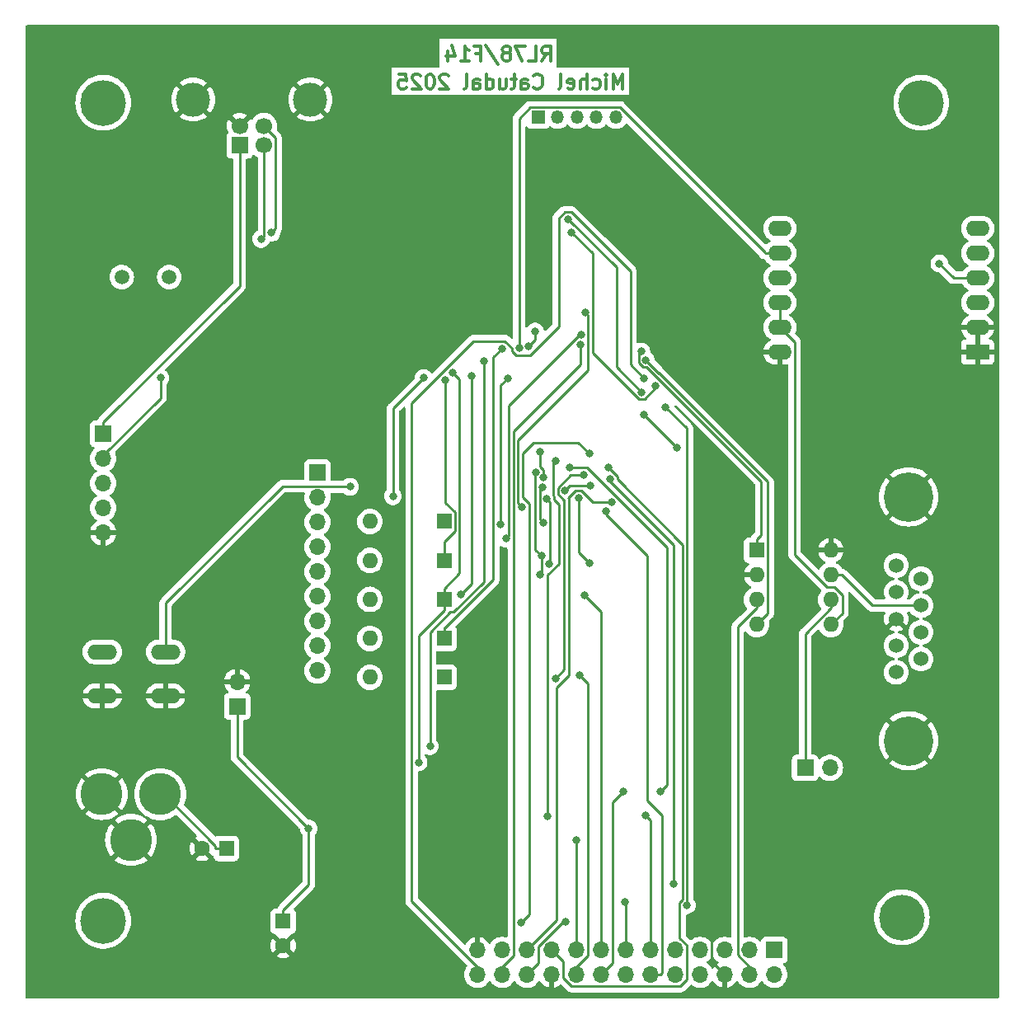
<source format=gbl>
G04 #@! TF.GenerationSoftware,KiCad,Pcbnew,8.0.6*
G04 #@! TF.CreationDate,2025-01-16T17:24:36-05:00*
G04 #@! TF.ProjectId,RL78_F14_48p_Rev2,524c3738-5f46-4313-945f-3438705f5265,rev?*
G04 #@! TF.SameCoordinates,Original*
G04 #@! TF.FileFunction,Copper,L2,Bot*
G04 #@! TF.FilePolarity,Positive*
%FSLAX46Y46*%
G04 Gerber Fmt 4.6, Leading zero omitted, Abs format (unit mm)*
G04 Created by KiCad (PCBNEW 8.0.6) date 2025-01-16 17:24:36*
%MOMM*%
%LPD*%
G01*
G04 APERTURE LIST*
%ADD10C,0.300000*%
G04 #@! TA.AperFunction,NonConductor*
%ADD11C,0.300000*%
G04 #@! TD*
G04 #@! TA.AperFunction,ComponentPad*
%ADD12R,2.400000X1.600000*%
G04 #@! TD*
G04 #@! TA.AperFunction,ComponentPad*
%ADD13O,2.400000X1.600000*%
G04 #@! TD*
G04 #@! TA.AperFunction,ComponentPad*
%ADD14R,1.350000X1.350000*%
G04 #@! TD*
G04 #@! TA.AperFunction,ComponentPad*
%ADD15O,1.350000X1.350000*%
G04 #@! TD*
G04 #@! TA.AperFunction,ComponentPad*
%ADD16R,1.700000X1.700000*%
G04 #@! TD*
G04 #@! TA.AperFunction,ComponentPad*
%ADD17O,1.700000X1.700000*%
G04 #@! TD*
G04 #@! TA.AperFunction,ComponentPad*
%ADD18C,4.700000*%
G04 #@! TD*
G04 #@! TA.AperFunction,ComponentPad*
%ADD19C,4.318000*%
G04 #@! TD*
G04 #@! TA.AperFunction,ComponentPad*
%ADD20R,1.600000X1.600000*%
G04 #@! TD*
G04 #@! TA.AperFunction,ComponentPad*
%ADD21O,1.600000X1.600000*%
G04 #@! TD*
G04 #@! TA.AperFunction,ComponentPad*
%ADD22C,1.500000*%
G04 #@! TD*
G04 #@! TA.AperFunction,ComponentPad*
%ADD23C,1.600000*%
G04 #@! TD*
G04 #@! TA.AperFunction,ComponentPad*
%ADD24C,1.700000*%
G04 #@! TD*
G04 #@! TA.AperFunction,ComponentPad*
%ADD25C,3.500000*%
G04 #@! TD*
G04 #@! TA.AperFunction,ComponentPad*
%ADD26O,3.048000X1.524000*%
G04 #@! TD*
G04 #@! TA.AperFunction,ComponentPad*
%ADD27C,1.524000*%
G04 #@! TD*
G04 #@! TA.AperFunction,ComponentPad*
%ADD28C,5.080000*%
G04 #@! TD*
G04 #@! TA.AperFunction,ViaPad*
%ADD29C,0.800000*%
G04 #@! TD*
G04 #@! TA.AperFunction,Conductor*
%ADD30C,0.250000*%
G04 #@! TD*
G04 APERTURE END LIST*
D10*
D11*
X131349999Y-71553328D02*
X131349999Y-70053328D01*
X131349999Y-70053328D02*
X130849999Y-71124757D01*
X130849999Y-71124757D02*
X130349999Y-70053328D01*
X130349999Y-70053328D02*
X130349999Y-71553328D01*
X129635713Y-71553328D02*
X129635713Y-70553328D01*
X129635713Y-70053328D02*
X129707141Y-70124757D01*
X129707141Y-70124757D02*
X129635713Y-70196185D01*
X129635713Y-70196185D02*
X129564284Y-70124757D01*
X129564284Y-70124757D02*
X129635713Y-70053328D01*
X129635713Y-70053328D02*
X129635713Y-70196185D01*
X128278570Y-71481900D02*
X128421427Y-71553328D01*
X128421427Y-71553328D02*
X128707141Y-71553328D01*
X128707141Y-71553328D02*
X128849998Y-71481900D01*
X128849998Y-71481900D02*
X128921427Y-71410471D01*
X128921427Y-71410471D02*
X128992855Y-71267614D01*
X128992855Y-71267614D02*
X128992855Y-70839042D01*
X128992855Y-70839042D02*
X128921427Y-70696185D01*
X128921427Y-70696185D02*
X128849998Y-70624757D01*
X128849998Y-70624757D02*
X128707141Y-70553328D01*
X128707141Y-70553328D02*
X128421427Y-70553328D01*
X128421427Y-70553328D02*
X128278570Y-70624757D01*
X127635713Y-71553328D02*
X127635713Y-70053328D01*
X126992856Y-71553328D02*
X126992856Y-70767614D01*
X126992856Y-70767614D02*
X127064284Y-70624757D01*
X127064284Y-70624757D02*
X127207141Y-70553328D01*
X127207141Y-70553328D02*
X127421427Y-70553328D01*
X127421427Y-70553328D02*
X127564284Y-70624757D01*
X127564284Y-70624757D02*
X127635713Y-70696185D01*
X125707141Y-71481900D02*
X125849998Y-71553328D01*
X125849998Y-71553328D02*
X126135713Y-71553328D01*
X126135713Y-71553328D02*
X126278570Y-71481900D01*
X126278570Y-71481900D02*
X126349998Y-71339042D01*
X126349998Y-71339042D02*
X126349998Y-70767614D01*
X126349998Y-70767614D02*
X126278570Y-70624757D01*
X126278570Y-70624757D02*
X126135713Y-70553328D01*
X126135713Y-70553328D02*
X125849998Y-70553328D01*
X125849998Y-70553328D02*
X125707141Y-70624757D01*
X125707141Y-70624757D02*
X125635713Y-70767614D01*
X125635713Y-70767614D02*
X125635713Y-70910471D01*
X125635713Y-70910471D02*
X126349998Y-71053328D01*
X124778570Y-71553328D02*
X124921427Y-71481900D01*
X124921427Y-71481900D02*
X124992856Y-71339042D01*
X124992856Y-71339042D02*
X124992856Y-70053328D01*
X122207142Y-71410471D02*
X122278570Y-71481900D01*
X122278570Y-71481900D02*
X122492856Y-71553328D01*
X122492856Y-71553328D02*
X122635713Y-71553328D01*
X122635713Y-71553328D02*
X122849999Y-71481900D01*
X122849999Y-71481900D02*
X122992856Y-71339042D01*
X122992856Y-71339042D02*
X123064285Y-71196185D01*
X123064285Y-71196185D02*
X123135713Y-70910471D01*
X123135713Y-70910471D02*
X123135713Y-70696185D01*
X123135713Y-70696185D02*
X123064285Y-70410471D01*
X123064285Y-70410471D02*
X122992856Y-70267614D01*
X122992856Y-70267614D02*
X122849999Y-70124757D01*
X122849999Y-70124757D02*
X122635713Y-70053328D01*
X122635713Y-70053328D02*
X122492856Y-70053328D01*
X122492856Y-70053328D02*
X122278570Y-70124757D01*
X122278570Y-70124757D02*
X122207142Y-70196185D01*
X120921428Y-71553328D02*
X120921428Y-70767614D01*
X120921428Y-70767614D02*
X120992856Y-70624757D01*
X120992856Y-70624757D02*
X121135713Y-70553328D01*
X121135713Y-70553328D02*
X121421428Y-70553328D01*
X121421428Y-70553328D02*
X121564285Y-70624757D01*
X120921428Y-71481900D02*
X121064285Y-71553328D01*
X121064285Y-71553328D02*
X121421428Y-71553328D01*
X121421428Y-71553328D02*
X121564285Y-71481900D01*
X121564285Y-71481900D02*
X121635713Y-71339042D01*
X121635713Y-71339042D02*
X121635713Y-71196185D01*
X121635713Y-71196185D02*
X121564285Y-71053328D01*
X121564285Y-71053328D02*
X121421428Y-70981900D01*
X121421428Y-70981900D02*
X121064285Y-70981900D01*
X121064285Y-70981900D02*
X120921428Y-70910471D01*
X120421427Y-70553328D02*
X119849999Y-70553328D01*
X120207142Y-70053328D02*
X120207142Y-71339042D01*
X120207142Y-71339042D02*
X120135713Y-71481900D01*
X120135713Y-71481900D02*
X119992856Y-71553328D01*
X119992856Y-71553328D02*
X119849999Y-71553328D01*
X118707142Y-70553328D02*
X118707142Y-71553328D01*
X119349999Y-70553328D02*
X119349999Y-71339042D01*
X119349999Y-71339042D02*
X119278570Y-71481900D01*
X119278570Y-71481900D02*
X119135713Y-71553328D01*
X119135713Y-71553328D02*
X118921427Y-71553328D01*
X118921427Y-71553328D02*
X118778570Y-71481900D01*
X118778570Y-71481900D02*
X118707142Y-71410471D01*
X117349999Y-71553328D02*
X117349999Y-70053328D01*
X117349999Y-71481900D02*
X117492856Y-71553328D01*
X117492856Y-71553328D02*
X117778570Y-71553328D01*
X117778570Y-71553328D02*
X117921427Y-71481900D01*
X117921427Y-71481900D02*
X117992856Y-71410471D01*
X117992856Y-71410471D02*
X118064284Y-71267614D01*
X118064284Y-71267614D02*
X118064284Y-70839042D01*
X118064284Y-70839042D02*
X117992856Y-70696185D01*
X117992856Y-70696185D02*
X117921427Y-70624757D01*
X117921427Y-70624757D02*
X117778570Y-70553328D01*
X117778570Y-70553328D02*
X117492856Y-70553328D01*
X117492856Y-70553328D02*
X117349999Y-70624757D01*
X115992856Y-71553328D02*
X115992856Y-70767614D01*
X115992856Y-70767614D02*
X116064284Y-70624757D01*
X116064284Y-70624757D02*
X116207141Y-70553328D01*
X116207141Y-70553328D02*
X116492856Y-70553328D01*
X116492856Y-70553328D02*
X116635713Y-70624757D01*
X115992856Y-71481900D02*
X116135713Y-71553328D01*
X116135713Y-71553328D02*
X116492856Y-71553328D01*
X116492856Y-71553328D02*
X116635713Y-71481900D01*
X116635713Y-71481900D02*
X116707141Y-71339042D01*
X116707141Y-71339042D02*
X116707141Y-71196185D01*
X116707141Y-71196185D02*
X116635713Y-71053328D01*
X116635713Y-71053328D02*
X116492856Y-70981900D01*
X116492856Y-70981900D02*
X116135713Y-70981900D01*
X116135713Y-70981900D02*
X115992856Y-70910471D01*
X115064284Y-71553328D02*
X115207141Y-71481900D01*
X115207141Y-71481900D02*
X115278570Y-71339042D01*
X115278570Y-71339042D02*
X115278570Y-70053328D01*
X113421427Y-70196185D02*
X113349999Y-70124757D01*
X113349999Y-70124757D02*
X113207142Y-70053328D01*
X113207142Y-70053328D02*
X112849999Y-70053328D01*
X112849999Y-70053328D02*
X112707142Y-70124757D01*
X112707142Y-70124757D02*
X112635713Y-70196185D01*
X112635713Y-70196185D02*
X112564284Y-70339042D01*
X112564284Y-70339042D02*
X112564284Y-70481900D01*
X112564284Y-70481900D02*
X112635713Y-70696185D01*
X112635713Y-70696185D02*
X113492856Y-71553328D01*
X113492856Y-71553328D02*
X112564284Y-71553328D01*
X111635713Y-70053328D02*
X111492856Y-70053328D01*
X111492856Y-70053328D02*
X111349999Y-70124757D01*
X111349999Y-70124757D02*
X111278571Y-70196185D01*
X111278571Y-70196185D02*
X111207142Y-70339042D01*
X111207142Y-70339042D02*
X111135713Y-70624757D01*
X111135713Y-70624757D02*
X111135713Y-70981900D01*
X111135713Y-70981900D02*
X111207142Y-71267614D01*
X111207142Y-71267614D02*
X111278571Y-71410471D01*
X111278571Y-71410471D02*
X111349999Y-71481900D01*
X111349999Y-71481900D02*
X111492856Y-71553328D01*
X111492856Y-71553328D02*
X111635713Y-71553328D01*
X111635713Y-71553328D02*
X111778571Y-71481900D01*
X111778571Y-71481900D02*
X111849999Y-71410471D01*
X111849999Y-71410471D02*
X111921428Y-71267614D01*
X111921428Y-71267614D02*
X111992856Y-70981900D01*
X111992856Y-70981900D02*
X111992856Y-70624757D01*
X111992856Y-70624757D02*
X111921428Y-70339042D01*
X111921428Y-70339042D02*
X111849999Y-70196185D01*
X111849999Y-70196185D02*
X111778571Y-70124757D01*
X111778571Y-70124757D02*
X111635713Y-70053328D01*
X110564285Y-70196185D02*
X110492857Y-70124757D01*
X110492857Y-70124757D02*
X110350000Y-70053328D01*
X110350000Y-70053328D02*
X109992857Y-70053328D01*
X109992857Y-70053328D02*
X109850000Y-70124757D01*
X109850000Y-70124757D02*
X109778571Y-70196185D01*
X109778571Y-70196185D02*
X109707142Y-70339042D01*
X109707142Y-70339042D02*
X109707142Y-70481900D01*
X109707142Y-70481900D02*
X109778571Y-70696185D01*
X109778571Y-70696185D02*
X110635714Y-71553328D01*
X110635714Y-71553328D02*
X109707142Y-71553328D01*
X108350000Y-70053328D02*
X109064286Y-70053328D01*
X109064286Y-70053328D02*
X109135714Y-70767614D01*
X109135714Y-70767614D02*
X109064286Y-70696185D01*
X109064286Y-70696185D02*
X108921429Y-70624757D01*
X108921429Y-70624757D02*
X108564286Y-70624757D01*
X108564286Y-70624757D02*
X108421429Y-70696185D01*
X108421429Y-70696185D02*
X108350000Y-70767614D01*
X108350000Y-70767614D02*
X108278571Y-70910471D01*
X108278571Y-70910471D02*
X108278571Y-71267614D01*
X108278571Y-71267614D02*
X108350000Y-71410471D01*
X108350000Y-71410471D02*
X108421429Y-71481900D01*
X108421429Y-71481900D02*
X108564286Y-71553328D01*
X108564286Y-71553328D02*
X108921429Y-71553328D01*
X108921429Y-71553328D02*
X109064286Y-71481900D01*
X109064286Y-71481900D02*
X109135714Y-71410471D01*
D10*
D11*
X123053570Y-68703328D02*
X123553570Y-67989042D01*
X123910713Y-68703328D02*
X123910713Y-67203328D01*
X123910713Y-67203328D02*
X123339284Y-67203328D01*
X123339284Y-67203328D02*
X123196427Y-67274757D01*
X123196427Y-67274757D02*
X123124998Y-67346185D01*
X123124998Y-67346185D02*
X123053570Y-67489042D01*
X123053570Y-67489042D02*
X123053570Y-67703328D01*
X123053570Y-67703328D02*
X123124998Y-67846185D01*
X123124998Y-67846185D02*
X123196427Y-67917614D01*
X123196427Y-67917614D02*
X123339284Y-67989042D01*
X123339284Y-67989042D02*
X123910713Y-67989042D01*
X121696427Y-68703328D02*
X122410713Y-68703328D01*
X122410713Y-68703328D02*
X122410713Y-67203328D01*
X121339284Y-67203328D02*
X120339284Y-67203328D01*
X120339284Y-67203328D02*
X120982141Y-68703328D01*
X119553570Y-67846185D02*
X119696427Y-67774757D01*
X119696427Y-67774757D02*
X119767856Y-67703328D01*
X119767856Y-67703328D02*
X119839284Y-67560471D01*
X119839284Y-67560471D02*
X119839284Y-67489042D01*
X119839284Y-67489042D02*
X119767856Y-67346185D01*
X119767856Y-67346185D02*
X119696427Y-67274757D01*
X119696427Y-67274757D02*
X119553570Y-67203328D01*
X119553570Y-67203328D02*
X119267856Y-67203328D01*
X119267856Y-67203328D02*
X119124999Y-67274757D01*
X119124999Y-67274757D02*
X119053570Y-67346185D01*
X119053570Y-67346185D02*
X118982141Y-67489042D01*
X118982141Y-67489042D02*
X118982141Y-67560471D01*
X118982141Y-67560471D02*
X119053570Y-67703328D01*
X119053570Y-67703328D02*
X119124999Y-67774757D01*
X119124999Y-67774757D02*
X119267856Y-67846185D01*
X119267856Y-67846185D02*
X119553570Y-67846185D01*
X119553570Y-67846185D02*
X119696427Y-67917614D01*
X119696427Y-67917614D02*
X119767856Y-67989042D01*
X119767856Y-67989042D02*
X119839284Y-68131900D01*
X119839284Y-68131900D02*
X119839284Y-68417614D01*
X119839284Y-68417614D02*
X119767856Y-68560471D01*
X119767856Y-68560471D02*
X119696427Y-68631900D01*
X119696427Y-68631900D02*
X119553570Y-68703328D01*
X119553570Y-68703328D02*
X119267856Y-68703328D01*
X119267856Y-68703328D02*
X119124999Y-68631900D01*
X119124999Y-68631900D02*
X119053570Y-68560471D01*
X119053570Y-68560471D02*
X118982141Y-68417614D01*
X118982141Y-68417614D02*
X118982141Y-68131900D01*
X118982141Y-68131900D02*
X119053570Y-67989042D01*
X119053570Y-67989042D02*
X119124999Y-67917614D01*
X119124999Y-67917614D02*
X119267856Y-67846185D01*
X117267856Y-67131900D02*
X118553570Y-69060471D01*
X116267856Y-67917614D02*
X116767856Y-67917614D01*
X116767856Y-68703328D02*
X116767856Y-67203328D01*
X116767856Y-67203328D02*
X116053570Y-67203328D01*
X114696427Y-68703328D02*
X115553570Y-68703328D01*
X115124999Y-68703328D02*
X115124999Y-67203328D01*
X115124999Y-67203328D02*
X115267856Y-67417614D01*
X115267856Y-67417614D02*
X115410713Y-67560471D01*
X115410713Y-67560471D02*
X115553570Y-67631900D01*
X113410714Y-67703328D02*
X113410714Y-68703328D01*
X113767856Y-67131900D02*
X114124999Y-68203328D01*
X114124999Y-68203328D02*
X113196428Y-68203328D01*
D12*
X167790000Y-98600000D03*
D13*
X167790000Y-96060000D03*
X167790000Y-93520000D03*
X167790000Y-90980000D03*
X167790000Y-88440000D03*
X167790000Y-85900000D03*
X147470000Y-85900000D03*
X147470000Y-88440000D03*
X147470000Y-90980000D03*
X147470000Y-93520000D03*
X147470000Y-96060000D03*
X147470000Y-98600000D03*
D14*
X122650000Y-74500000D03*
D15*
X124650000Y-74500000D03*
X126650000Y-74500000D03*
X128650000Y-74500000D03*
X130650000Y-74500000D03*
D16*
X146910000Y-160000000D03*
D17*
X146910000Y-162540000D03*
X144370000Y-160000000D03*
X144370000Y-162540000D03*
X141830000Y-160000000D03*
X141830000Y-162540000D03*
X139290000Y-160000000D03*
X139290000Y-162540000D03*
X136750000Y-160000000D03*
X136750000Y-162540000D03*
X134210000Y-160000000D03*
X134210000Y-162540000D03*
X131670000Y-160000000D03*
X131670000Y-162540000D03*
X129130000Y-160000000D03*
X129130000Y-162540000D03*
X126590000Y-160000000D03*
X126590000Y-162540000D03*
X124050000Y-160000000D03*
X124050000Y-162540000D03*
X121510000Y-160000000D03*
X121510000Y-162540000D03*
X118970000Y-160000000D03*
X118970000Y-162540000D03*
X116430000Y-160000000D03*
X116430000Y-162540000D03*
D16*
X150075000Y-141300000D03*
D17*
X152615000Y-141300000D03*
D18*
X78000000Y-73000000D03*
X162000000Y-73000000D03*
X78000000Y-157000000D03*
X159997000Y-156643000D03*
D19*
X77850000Y-144000000D03*
X80850000Y-148700000D03*
X83850000Y-144000000D03*
D20*
X113000000Y-132000000D03*
D21*
X105380000Y-132000000D03*
D22*
X79895000Y-90900000D03*
X84775000Y-90900000D03*
D20*
X96465000Y-157050000D03*
D23*
X96465000Y-159550000D03*
D20*
X113000000Y-120000000D03*
D21*
X105380000Y-120000000D03*
D16*
X100000000Y-111000000D03*
D17*
X100000000Y-113540000D03*
X100000000Y-116080000D03*
X100000000Y-118620000D03*
X100000000Y-121160000D03*
X100000000Y-123700000D03*
X100000000Y-126240000D03*
X100000000Y-128780000D03*
X100000000Y-131320000D03*
D20*
X90650000Y-149575000D03*
D23*
X88150000Y-149575000D03*
D20*
X113000000Y-124000000D03*
D21*
X105380000Y-124000000D03*
D20*
X145100000Y-118950000D03*
D21*
X145100000Y-121490000D03*
X145100000Y-124030000D03*
X145100000Y-126570000D03*
X152720000Y-126570000D03*
X152720000Y-124030000D03*
X152720000Y-121490000D03*
X152720000Y-118950000D03*
D16*
X92000000Y-77380000D03*
D24*
X94500000Y-77380000D03*
X94500000Y-75380000D03*
X92000000Y-75380000D03*
D25*
X87230000Y-72670000D03*
X99270000Y-72670000D03*
D20*
X113000000Y-128000000D03*
D21*
X105380000Y-128000000D03*
D20*
X113000000Y-116000000D03*
D21*
X105380000Y-116000000D03*
D16*
X78000000Y-107000000D03*
D17*
X78000000Y-109540000D03*
X78000000Y-112080000D03*
X78000000Y-114620000D03*
X78000000Y-117160000D03*
D26*
X77898800Y-129389400D03*
X84401200Y-129389400D03*
X77898800Y-133910600D03*
X84401200Y-133910600D03*
D27*
X159430000Y-120513600D03*
X159430000Y-123256800D03*
X159430000Y-126000000D03*
X159430000Y-128743200D03*
X159430000Y-131486400D03*
X161970000Y-121885200D03*
X161970000Y-124628400D03*
X161970000Y-127371600D03*
X161970000Y-130114800D03*
D28*
X160700000Y-113477800D03*
X160700000Y-138522200D03*
D16*
X91750000Y-134990000D03*
D17*
X91750000Y-132450000D03*
D29*
X140350000Y-157850000D03*
X126600000Y-148700000D03*
X131400000Y-143700000D03*
X135250000Y-143700000D03*
X125500000Y-157100000D03*
X136600000Y-153250000D03*
X130200000Y-114000000D03*
X133700000Y-146200000D03*
X123650000Y-146250000D03*
X124500000Y-109750000D03*
X125887995Y-110475000D03*
X130050000Y-111650000D03*
X129862653Y-110437347D03*
X107750000Y-113400000D03*
X110900000Y-101250000D03*
X131600000Y-155100000D03*
X137925000Y-155425000D03*
X135750000Y-104250000D03*
X163857400Y-89503800D03*
X120698200Y-98180500D03*
X133500000Y-105008700D03*
X136900000Y-108450000D03*
X123004100Y-119552800D03*
X122395747Y-110932941D03*
X122872347Y-121481753D03*
X133250000Y-98550000D03*
X134744149Y-102105851D03*
X126108197Y-86341803D03*
X125742600Y-84950900D03*
X133276397Y-102726397D03*
X133717889Y-99433790D03*
X127075000Y-96812973D03*
X119380700Y-117764600D03*
X103338603Y-112438603D03*
X123766204Y-120324999D03*
X123544800Y-113681200D03*
X125399500Y-112863100D03*
X128000000Y-112350000D03*
X127901300Y-120250000D03*
X126792500Y-113556700D03*
X123223547Y-111493965D03*
X122863556Y-108888250D03*
X111557200Y-139072700D03*
X117056500Y-99572600D03*
X127525000Y-94550000D03*
X121001200Y-114514900D03*
X129625000Y-114925000D03*
X127013077Y-97811054D03*
X119532700Y-101280000D03*
X118807600Y-116268800D03*
X127431300Y-123605600D03*
X127299695Y-111250305D03*
X124458800Y-132106500D03*
X126949200Y-131818400D03*
X133550000Y-101300000D03*
X127902772Y-109024999D03*
X120873200Y-157200000D03*
X95274700Y-86344900D03*
X94205000Y-86989100D03*
X83866100Y-101250100D03*
X121700000Y-98010600D03*
X122338100Y-96498600D03*
X115858800Y-101023300D03*
X114724500Y-123504700D03*
X118934900Y-98244900D03*
X110381000Y-140738300D03*
X113881100Y-100734300D03*
X113147300Y-101509600D03*
X99100000Y-147550000D03*
X123167000Y-116111300D03*
X123110000Y-112487500D03*
D30*
X122138796Y-107897400D02*
X121048200Y-108987996D01*
X127902772Y-109024999D02*
X126775173Y-107897400D01*
X126775173Y-107897400D02*
X122138796Y-107897400D01*
X121048200Y-108987996D02*
X121048200Y-113536595D01*
X121048200Y-113536595D02*
X121726200Y-114214595D01*
X121726200Y-114214595D02*
X121726200Y-156347000D01*
X121726200Y-156347000D02*
X120873200Y-157200000D01*
X129862653Y-110437347D02*
X130775000Y-111349694D01*
X137200000Y-155124695D02*
X137200000Y-158788299D01*
X130775000Y-111349694D02*
X130775000Y-111675000D01*
X130775000Y-111675000D02*
X137475000Y-118375000D01*
X137475000Y-118375000D02*
X137475000Y-154849695D01*
X137475000Y-154849695D02*
X137200000Y-155124695D01*
X137200000Y-158788299D02*
X137925000Y-159513299D01*
X137925000Y-159513299D02*
X137925000Y-163026701D01*
X137925000Y-163026701D02*
X137236701Y-163715000D01*
X126103299Y-163715000D02*
X125225000Y-162836701D01*
X137236701Y-163715000D02*
X126103299Y-163715000D01*
X125225000Y-161175000D02*
X124050000Y-160000000D01*
X125225000Y-162836701D02*
X125225000Y-161175000D01*
X130050000Y-111650000D02*
X130050000Y-111900000D01*
X130050000Y-111900000D02*
X136600000Y-118450000D01*
X136600000Y-118450000D02*
X136600000Y-153250000D01*
X78000000Y-109540000D02*
X78000000Y-109172300D01*
X78000000Y-109172300D02*
X83866100Y-103306200D01*
X83866100Y-103306200D02*
X83866100Y-101250100D01*
X147470000Y-96060000D02*
X148996700Y-97586700D01*
X148996700Y-97586700D02*
X148996700Y-119414500D01*
X148996700Y-119414500D02*
X152342200Y-122760000D01*
X152342200Y-122760000D02*
X153109500Y-122760000D01*
X153109500Y-122760000D02*
X153886500Y-123537000D01*
X153886500Y-123537000D02*
X153886500Y-125403500D01*
X153886500Y-125403500D02*
X152720000Y-126570000D01*
X145100000Y-124030000D02*
X145100000Y-124875000D01*
X145100000Y-124875000D02*
X143157900Y-126817100D01*
X143157900Y-126817100D02*
X143157900Y-160518900D01*
X143157900Y-160518900D02*
X144370000Y-161731000D01*
X144370000Y-161731000D02*
X144370000Y-162540000D01*
X152720000Y-124030000D02*
X152720000Y-124875000D01*
X152720000Y-124875000D02*
X150075000Y-127520000D01*
X150075000Y-127520000D02*
X150075000Y-141300000D01*
X140350000Y-157850000D02*
X140465000Y-157965000D01*
X140465000Y-157965000D02*
X140465000Y-161175000D01*
X140465000Y-161175000D02*
X141830000Y-162540000D01*
X126600000Y-148700000D02*
X126590000Y-148710000D01*
X126590000Y-148710000D02*
X126590000Y-160000000D01*
X130200000Y-114000000D02*
X128261105Y-114000000D01*
X126492195Y-112831700D02*
X125734345Y-113589550D01*
X128261105Y-114000000D02*
X127092805Y-112831700D01*
X127092805Y-112831700D02*
X126492195Y-112831700D01*
X125734345Y-113589550D02*
X125787400Y-113642604D01*
X125787400Y-113642604D02*
X125787400Y-131803205D01*
X124550000Y-133040605D02*
X124550000Y-156960000D01*
X125787400Y-131803205D02*
X124550000Y-133040605D01*
X124550000Y-156960000D02*
X121510000Y-160000000D01*
X131400000Y-143700000D02*
X130305000Y-144795000D01*
X130305000Y-144795000D02*
X130305000Y-161365000D01*
X130305000Y-161365000D02*
X129130000Y-162540000D01*
X125887995Y-110475000D02*
X127700305Y-110475000D01*
X127700305Y-110475000D02*
X135862300Y-118636995D01*
X135862300Y-118636995D02*
X135862300Y-143087700D01*
X135862300Y-143087700D02*
X135250000Y-143700000D01*
X129625000Y-114925000D02*
X129625000Y-115254100D01*
X133900000Y-144700000D02*
X135412300Y-146212300D01*
X135412300Y-146212300D02*
X135412300Y-162327300D01*
X129625000Y-115254100D02*
X133900000Y-119529100D01*
X133900000Y-119529100D02*
X133900000Y-144700000D01*
X135412300Y-162327300D02*
X135199600Y-162540000D01*
X135199600Y-162540000D02*
X134210000Y-162540000D01*
X128000000Y-112350000D02*
X125912600Y-112350000D01*
X125912600Y-112350000D02*
X125399500Y-112863100D01*
X125500000Y-157100000D02*
X125250000Y-157100000D01*
X125250000Y-157100000D02*
X122685000Y-159665000D01*
X122685000Y-159665000D02*
X122685000Y-161365000D01*
X122685000Y-161365000D02*
X121510000Y-162540000D01*
X133700000Y-146200000D02*
X134210000Y-146710000D01*
X134210000Y-146710000D02*
X134210000Y-160000000D01*
X123650000Y-121466508D02*
X123650000Y-146250000D01*
X124789800Y-120326708D02*
X123650000Y-121466508D01*
X124789800Y-119000000D02*
X124789800Y-120326708D01*
X123004100Y-121350000D02*
X123004100Y-119552800D01*
X122872347Y-121481753D02*
X123004100Y-121350000D01*
X123766204Y-120324999D02*
X123850000Y-120241203D01*
X123892000Y-116411605D02*
X123892000Y-114028400D01*
X123850000Y-120241203D02*
X123850000Y-116453605D01*
X123850000Y-116453605D02*
X123892000Y-116411605D01*
X123892000Y-114028400D02*
X123544800Y-113681200D01*
X124789800Y-114289800D02*
X124789800Y-119000000D01*
X124269800Y-113769800D02*
X124789800Y-114289800D01*
X124269800Y-113380895D02*
X124269800Y-113769800D01*
X124224500Y-113335595D02*
X124269800Y-113380895D01*
X124224500Y-110025500D02*
X124224500Y-113335595D01*
X124500000Y-109750000D02*
X124224500Y-110025500D01*
X122863556Y-108888250D02*
X122863556Y-110375445D01*
X122863556Y-110375445D02*
X123223547Y-110735436D01*
X123223547Y-110735436D02*
X123223547Y-111493965D01*
X122353300Y-118902000D02*
X123004100Y-119552800D01*
X122395747Y-110932941D02*
X122353300Y-110975388D01*
X122353300Y-110975388D02*
X122353300Y-118902000D01*
X127525000Y-94550000D02*
X127800000Y-94825000D01*
X127800000Y-94825000D02*
X127800000Y-100450000D01*
X120598200Y-107651800D02*
X120598200Y-114111900D01*
X127800000Y-100450000D02*
X120598200Y-107651800D01*
X120598200Y-114111900D02*
X121001200Y-114514900D01*
X124674500Y-112562795D02*
X124674500Y-113166100D01*
X127299695Y-111250305D02*
X125986990Y-111250305D01*
X125986990Y-111250305D02*
X124674500Y-112562795D01*
X124674500Y-113166100D02*
X125337400Y-113829000D01*
X125337400Y-113829000D02*
X125337400Y-131227900D01*
X125337400Y-131227900D02*
X124458800Y-132106500D01*
X136900000Y-108450000D02*
X133500000Y-105050000D01*
X133500000Y-105050000D02*
X133500000Y-105008700D01*
X126108197Y-86341803D02*
X128250000Y-88483606D01*
X128250000Y-88483606D02*
X128250000Y-98725305D01*
X128250000Y-98725305D02*
X132976092Y-103451397D01*
X132976092Y-103451397D02*
X133576702Y-103451397D01*
X133576702Y-103451397D02*
X134744149Y-102283950D01*
X134744149Y-102283950D02*
X134744149Y-102105851D01*
X107750000Y-104400000D02*
X107750000Y-113400000D01*
X110900000Y-101250000D02*
X107750000Y-104400000D01*
X116018200Y-97469200D02*
X109648800Y-103838600D01*
X119971400Y-98198400D02*
X119242200Y-97469200D01*
X116430000Y-161731000D02*
X116430000Y-162540000D01*
X119971400Y-98495000D02*
X119971400Y-98198400D01*
X133550000Y-101300000D02*
X132142600Y-99892600D01*
X109648800Y-103838600D02*
X109648800Y-154949800D01*
X120390100Y-98913700D02*
X119971400Y-98495000D01*
X124769100Y-84864700D02*
X124769100Y-95971400D01*
X124769100Y-95971400D02*
X121826800Y-98913700D01*
X126044200Y-84224100D02*
X125409700Y-84224100D01*
X121826800Y-98913700D02*
X120390100Y-98913700D01*
X125409700Y-84224100D02*
X124769100Y-84864700D01*
X132142600Y-90322500D02*
X126044200Y-84224100D01*
X119242200Y-97469200D02*
X116018200Y-97469200D01*
X132142600Y-99892600D02*
X132142600Y-90322500D01*
X109648800Y-154949800D02*
X116430000Y-161731000D01*
X103338603Y-112438603D02*
X100560304Y-112438603D01*
X100560304Y-112438603D02*
X100486701Y-112365000D01*
X100486701Y-112365000D02*
X96417500Y-112365000D01*
X96417500Y-112365000D02*
X84401200Y-124381300D01*
X84401200Y-124381300D02*
X84401200Y-129389400D01*
X127075000Y-96812973D02*
X126937027Y-96812973D01*
X119640700Y-104109300D02*
X119640700Y-117504600D01*
X126937027Y-96812973D02*
X119640700Y-104109300D01*
X119640700Y-117504600D02*
X119380700Y-117764600D01*
X127013077Y-97811054D02*
X127013077Y-99886923D01*
X120148200Y-106751800D02*
X120148200Y-160552900D01*
X127013077Y-99886923D02*
X120148200Y-106751800D01*
X120148200Y-160552900D02*
X118970000Y-161731100D01*
X118970000Y-161731100D02*
X118970000Y-162540000D01*
X126949200Y-131818400D02*
X127766700Y-132635900D01*
X127766700Y-132635900D02*
X127766700Y-160554400D01*
X127766700Y-160554400D02*
X126590000Y-161731100D01*
X126590000Y-161731100D02*
X126590000Y-162540000D01*
X131600000Y-155100000D02*
X131670000Y-155170000D01*
X131670000Y-155170000D02*
X131670000Y-160000000D01*
X137925000Y-106425000D02*
X137925000Y-155425000D01*
X135750000Y-104250000D02*
X137925000Y-106425000D01*
X133276397Y-102726397D02*
X130710700Y-100160700D01*
X130710700Y-100160700D02*
X130710700Y-89919000D01*
X130710700Y-89919000D02*
X125742600Y-84950900D01*
X133250000Y-98550000D02*
X132992889Y-98807111D01*
X132992889Y-98807111D02*
X132992889Y-99734095D01*
X132992889Y-99734095D02*
X133417584Y-100158790D01*
X133417584Y-100158790D02*
X133806493Y-100158790D01*
X135097703Y-101450000D02*
X135113604Y-101450000D01*
X133806493Y-100158790D02*
X135097703Y-101450000D01*
X135113604Y-101450000D02*
X145550000Y-111886396D01*
X145550000Y-111886396D02*
X145550000Y-117373300D01*
X145550000Y-117373300D02*
X145100000Y-117823300D01*
X145100000Y-117823300D02*
X145100000Y-118950000D01*
X133717889Y-99433790D02*
X135050000Y-100765901D01*
X135050000Y-100765901D02*
X135050000Y-100750000D01*
X135050000Y-100750000D02*
X146226700Y-111926700D01*
X146226700Y-111926700D02*
X146226700Y-125443300D01*
X146226700Y-125443300D02*
X145100000Y-126570000D01*
X165333600Y-90980000D02*
X167790000Y-90980000D01*
X163857400Y-89503800D02*
X165333600Y-90980000D01*
X147470000Y-88440000D02*
X145943300Y-88440000D01*
X120698200Y-74608200D02*
X120698200Y-98180500D01*
X121850600Y-73455800D02*
X120698200Y-74608200D01*
X131054500Y-73455800D02*
X121850600Y-73455800D01*
X145943300Y-88344600D02*
X131054500Y-73455800D01*
X145943300Y-88440000D02*
X145943300Y-88344600D01*
X126792500Y-119141200D02*
X127901300Y-120250000D01*
X126792500Y-113556700D02*
X126792500Y-119141200D01*
X117056500Y-122200400D02*
X117056500Y-99572600D01*
X113975400Y-125281500D02*
X117056500Y-122200400D01*
X113648100Y-125281500D02*
X113975400Y-125281500D01*
X111557200Y-127372400D02*
X113648100Y-125281500D01*
X111557200Y-139072700D02*
X111557200Y-127372400D01*
X156985100Y-124628400D02*
X153846700Y-121490000D01*
X161970000Y-124628400D02*
X156985100Y-124628400D01*
X152720000Y-121490000D02*
X153846700Y-121490000D01*
X129130000Y-160000000D02*
X129130000Y-158823300D01*
X129130000Y-125304300D02*
X127431300Y-123605600D01*
X129130000Y-158823300D02*
X129130000Y-125304300D01*
X118807700Y-116268800D02*
X118807600Y-116268800D01*
X118807700Y-102005000D02*
X118807700Y-116268800D01*
X119532700Y-101280000D02*
X118807700Y-102005000D01*
X95683400Y-76563400D02*
X94500000Y-75380000D01*
X95683400Y-85936200D02*
X95683400Y-76563400D01*
X95274700Y-86344900D02*
X95683400Y-85936200D01*
X94500000Y-86694100D02*
X94205000Y-86989100D01*
X94500000Y-77380000D02*
X94500000Y-86694100D01*
X122338100Y-97372500D02*
X121700000Y-98010600D01*
X122338100Y-96498600D02*
X122338100Y-97372500D01*
X115858800Y-122370400D02*
X114724500Y-123504700D01*
X115858800Y-101023300D02*
X115858800Y-122370400D01*
X113140800Y-126873300D02*
X113000000Y-126873300D01*
X118041600Y-121972500D02*
X113140800Y-126873300D01*
X118041600Y-99138200D02*
X118041600Y-121972500D01*
X118934900Y-98244900D02*
X118041600Y-99138200D01*
X113000000Y-128000000D02*
X113000000Y-126873300D01*
X110381000Y-127745700D02*
X113000000Y-125126700D01*
X110381000Y-140738300D02*
X110381000Y-127745700D01*
X113000000Y-124528200D02*
X113000000Y-125126700D01*
X113000000Y-124528200D02*
X113000000Y-124000000D01*
X113000000Y-124000000D02*
X113000000Y-122873300D01*
X114578400Y-121294900D02*
X113000000Y-122873300D01*
X114578400Y-101431600D02*
X114578400Y-121294900D01*
X113881100Y-100734300D02*
X114578400Y-101431600D01*
X113000000Y-120000000D02*
X113000000Y-118873300D01*
X113147300Y-114085300D02*
X113147300Y-101509600D01*
X113147400Y-114085300D02*
X113147300Y-114085300D01*
X114126700Y-115064600D02*
X113147400Y-114085300D01*
X114126700Y-116935400D02*
X114126700Y-115064600D01*
X113000100Y-118062000D02*
X114126700Y-116935400D01*
X113000000Y-118062000D02*
X113000100Y-118062000D01*
X113000000Y-118873300D02*
X113000000Y-118062000D01*
X91750000Y-140200000D02*
X91750000Y-134990000D01*
X99100000Y-147550000D02*
X91750000Y-140200000D01*
X92000000Y-91823300D02*
X78000000Y-105823300D01*
X92000000Y-77380000D02*
X92000000Y-91823300D01*
X78000000Y-107000000D02*
X78000000Y-105823300D01*
X99100000Y-153288300D02*
X99100000Y-147550000D01*
X96465000Y-155923300D02*
X99100000Y-153288300D01*
X96465000Y-157050000D02*
X96465000Y-155923300D01*
X147470000Y-93520000D02*
X147470000Y-96060000D01*
X122818100Y-115762400D02*
X123167000Y-116111300D01*
X122818100Y-112779400D02*
X122818100Y-115762400D01*
X123110000Y-112487500D02*
X122818100Y-112779400D01*
X89523300Y-149293300D02*
X89523300Y-149575000D01*
X84230000Y-144000000D02*
X89523300Y-149293300D01*
X83850000Y-144000000D02*
X84230000Y-144000000D01*
X90650000Y-149575000D02*
X89523300Y-149575000D01*
G04 #@! TA.AperFunction,Conductor*
G36*
X140641905Y-160673515D02*
G01*
X140663804Y-160698787D01*
X140754278Y-160837268D01*
X140754283Y-160837273D01*
X140754284Y-160837276D01*
X140880967Y-160974888D01*
X140906760Y-161002906D01*
X141084424Y-161141189D01*
X141120930Y-161160945D01*
X141127695Y-161164606D01*
X141177286Y-161213825D01*
X141192394Y-161282042D01*
X141168224Y-161347597D01*
X141139802Y-161375236D01*
X140958922Y-161501890D01*
X140958920Y-161501891D01*
X140791891Y-161668920D01*
X140791890Y-161668922D01*
X140665131Y-161849952D01*
X140610554Y-161893577D01*
X140541055Y-161900769D01*
X140478701Y-161869247D01*
X140459752Y-161846656D01*
X140365722Y-161702732D01*
X140365715Y-161702725D01*
X140365715Y-161702723D01*
X140213243Y-161537097D01*
X140213238Y-161537092D01*
X140035577Y-161398812D01*
X140035578Y-161398812D01*
X140035576Y-161398811D01*
X139999070Y-161379055D01*
X139949479Y-161329836D01*
X139934371Y-161261619D01*
X139958541Y-161196064D01*
X139999070Y-161160945D01*
X139999084Y-161160936D01*
X140035576Y-161141189D01*
X140213240Y-161002906D01*
X140365722Y-160837268D01*
X140456193Y-160698790D01*
X140509338Y-160653437D01*
X140578569Y-160644013D01*
X140641905Y-160673515D01*
G37*
G04 #@! TD.AperFunction*
G04 #@! TA.AperFunction,Conductor*
G36*
X118871983Y-118517963D02*
G01*
X118923948Y-118555718D01*
X119098412Y-118633394D01*
X119285213Y-118673100D01*
X119390700Y-118673100D01*
X119457739Y-118692785D01*
X119503494Y-118745589D01*
X119514700Y-118797100D01*
X119514700Y-158576998D01*
X119495015Y-158644037D01*
X119442211Y-158689792D01*
X119373053Y-158699736D01*
X119350438Y-158694279D01*
X119304639Y-158678556D01*
X119082569Y-158641500D01*
X118857431Y-158641500D01*
X118635362Y-158678556D01*
X118422430Y-158751656D01*
X118422419Y-158751661D01*
X118224427Y-158858808D01*
X118224422Y-158858812D01*
X118046761Y-158997092D01*
X118046756Y-158997097D01*
X117894284Y-159162723D01*
X117894276Y-159162734D01*
X117800251Y-159306650D01*
X117747105Y-159352007D01*
X117677873Y-159361430D01*
X117614538Y-159331928D01*
X117594868Y-159309951D01*
X117468113Y-159128926D01*
X117468108Y-159128920D01*
X117301082Y-158961894D01*
X117107578Y-158826399D01*
X116893492Y-158726570D01*
X116893486Y-158726567D01*
X116680000Y-158669364D01*
X116680000Y-159566988D01*
X116622993Y-159534075D01*
X116495826Y-159500000D01*
X116364174Y-159500000D01*
X116237007Y-159534075D01*
X116180000Y-159566988D01*
X116180000Y-158669364D01*
X116179999Y-158669364D01*
X115966513Y-158726567D01*
X115966507Y-158726570D01*
X115752422Y-158826399D01*
X115752420Y-158826400D01*
X115558926Y-158961886D01*
X115558920Y-158961891D01*
X115391891Y-159128920D01*
X115391886Y-159128926D01*
X115256401Y-159322419D01*
X115223410Y-159393168D01*
X115177237Y-159445607D01*
X115110043Y-159464758D01*
X115043162Y-159444542D01*
X115023347Y-159428443D01*
X110318619Y-154723715D01*
X110285134Y-154662392D01*
X110282300Y-154636034D01*
X110282300Y-141770800D01*
X110301985Y-141703761D01*
X110354789Y-141658006D01*
X110406300Y-141646800D01*
X110476487Y-141646800D01*
X110663288Y-141607094D01*
X110837752Y-141529418D01*
X110992253Y-141417166D01*
X111120040Y-141275244D01*
X111215527Y-141109856D01*
X111274542Y-140928228D01*
X111294504Y-140738300D01*
X111274542Y-140548372D01*
X111215527Y-140366744D01*
X111121449Y-140203796D01*
X111120041Y-140201357D01*
X111120036Y-140201350D01*
X111046350Y-140119513D01*
X111016120Y-140056521D01*
X111014500Y-140036541D01*
X111014500Y-140016494D01*
X111034185Y-139949455D01*
X111086989Y-139903700D01*
X111156147Y-139893756D01*
X111188928Y-139903211D01*
X111274912Y-139941494D01*
X111274915Y-139941494D01*
X111274916Y-139941495D01*
X111461713Y-139981200D01*
X111652687Y-139981200D01*
X111839488Y-139941494D01*
X112013952Y-139863818D01*
X112168453Y-139751566D01*
X112296240Y-139609644D01*
X112391727Y-139444256D01*
X112450742Y-139262628D01*
X112470704Y-139072700D01*
X112450742Y-138882772D01*
X112391727Y-138701144D01*
X112296240Y-138535756D01*
X112296236Y-138535750D01*
X112222550Y-138453913D01*
X112192320Y-138390921D01*
X112190700Y-138370941D01*
X112190700Y-133432500D01*
X112210385Y-133365461D01*
X112263189Y-133319706D01*
X112314700Y-133308500D01*
X113848638Y-133308500D01*
X113848654Y-133308499D01*
X113875692Y-133305591D01*
X113909201Y-133301989D01*
X114046204Y-133250889D01*
X114163261Y-133163261D01*
X114250889Y-133046204D01*
X114301989Y-132909201D01*
X114305591Y-132875692D01*
X114308499Y-132848654D01*
X114308500Y-132848637D01*
X114308500Y-131151362D01*
X114308499Y-131151345D01*
X114302509Y-131095640D01*
X114301989Y-131090799D01*
X114295723Y-131074000D01*
X114279522Y-131030564D01*
X114250889Y-130953796D01*
X114163261Y-130836739D01*
X114046204Y-130749111D01*
X113909203Y-130698011D01*
X113848654Y-130691500D01*
X113848638Y-130691500D01*
X112314700Y-130691500D01*
X112247661Y-130671815D01*
X112201906Y-130619011D01*
X112190700Y-130567500D01*
X112190700Y-129432500D01*
X112210385Y-129365461D01*
X112263189Y-129319706D01*
X112314700Y-129308500D01*
X113848638Y-129308500D01*
X113848654Y-129308499D01*
X113875692Y-129305591D01*
X113909201Y-129301989D01*
X114046204Y-129250889D01*
X114163261Y-129163261D01*
X114250889Y-129046204D01*
X114301989Y-128909201D01*
X114306959Y-128862975D01*
X114308499Y-128848654D01*
X114308500Y-128848637D01*
X114308500Y-127151362D01*
X114308499Y-127151345D01*
X114304716Y-127116167D01*
X114301989Y-127090799D01*
X114297776Y-127079504D01*
X114265812Y-126993806D01*
X114250889Y-126953796D01*
X114189121Y-126871284D01*
X114164705Y-126805822D01*
X114179556Y-126737549D01*
X114200704Y-126709298D01*
X118533671Y-122376333D01*
X118603000Y-122272575D01*
X118650755Y-122157285D01*
X118675100Y-122034894D01*
X118675100Y-121910106D01*
X118675100Y-118618282D01*
X118694785Y-118551243D01*
X118747589Y-118505488D01*
X118816747Y-118495544D01*
X118871983Y-118517963D01*
G37*
G04 #@! TD.AperFunction*
G04 #@! TA.AperFunction,Conductor*
G36*
X136852788Y-104087800D02*
G01*
X136869507Y-104101807D01*
X144880181Y-112112481D01*
X144913666Y-112173804D01*
X144916500Y-112200162D01*
X144916500Y-117059534D01*
X144896815Y-117126573D01*
X144880181Y-117147215D01*
X144696167Y-117331229D01*
X144669014Y-117358382D01*
X144607927Y-117419468D01*
X144538603Y-117523218D01*
X144538596Y-117523230D01*
X144521316Y-117564952D01*
X144477476Y-117619356D01*
X144411182Y-117641421D01*
X144406755Y-117641500D01*
X144251345Y-117641500D01*
X144190797Y-117648011D01*
X144190795Y-117648011D01*
X144053795Y-117699111D01*
X143936739Y-117786739D01*
X143849111Y-117903795D01*
X143798011Y-118040795D01*
X143798011Y-118040797D01*
X143791500Y-118101345D01*
X143791500Y-119798654D01*
X143798011Y-119859202D01*
X143798011Y-119859204D01*
X143831816Y-119949836D01*
X143849111Y-119996204D01*
X143936739Y-120113261D01*
X144053796Y-120200889D01*
X144142765Y-120234073D01*
X144190793Y-120251987D01*
X144190799Y-120251989D01*
X144218346Y-120254950D01*
X144282894Y-120281686D01*
X144322744Y-120339078D01*
X144325239Y-120408903D01*
X144289587Y-120468992D01*
X144276218Y-120479811D01*
X144261181Y-120490340D01*
X144100342Y-120651179D01*
X143969865Y-120837517D01*
X143873734Y-121043673D01*
X143873730Y-121043682D01*
X143821127Y-121239999D01*
X143821128Y-121240000D01*
X144784314Y-121240000D01*
X144779920Y-121244394D01*
X144727259Y-121335606D01*
X144700000Y-121437339D01*
X144700000Y-121542661D01*
X144727259Y-121644394D01*
X144779920Y-121735606D01*
X144784314Y-121740000D01*
X143821128Y-121740000D01*
X143873730Y-121936317D01*
X143873734Y-121936326D01*
X143969865Y-122142482D01*
X144100342Y-122328820D01*
X144261179Y-122489657D01*
X144447517Y-122620133D01*
X144496399Y-122642927D01*
X144548839Y-122689099D01*
X144567992Y-122756292D01*
X144547777Y-122823174D01*
X144496402Y-122867691D01*
X144443256Y-122892474D01*
X144443252Y-122892476D01*
X144443251Y-122892477D01*
X144255700Y-123023802D01*
X144255698Y-123023803D01*
X144255695Y-123023806D01*
X144093806Y-123185695D01*
X144093803Y-123185698D01*
X144093802Y-123185700D01*
X144029619Y-123277363D01*
X143962476Y-123373252D01*
X143962475Y-123373254D01*
X143865718Y-123580750D01*
X143865714Y-123580761D01*
X143806457Y-123801910D01*
X143806456Y-123801918D01*
X143786502Y-124029998D01*
X143786502Y-124030001D01*
X143806456Y-124258081D01*
X143806457Y-124258089D01*
X143865714Y-124479238D01*
X143865718Y-124479249D01*
X143942405Y-124643704D01*
X143962477Y-124686749D01*
X144079835Y-124854353D01*
X144102161Y-124920556D01*
X144085151Y-124988324D01*
X144065940Y-125013155D01*
X143391016Y-125688080D01*
X142754067Y-126325029D01*
X142725543Y-126353553D01*
X142665827Y-126413268D01*
X142596503Y-126517018D01*
X142596498Y-126517027D01*
X142548745Y-126632314D01*
X142548743Y-126632322D01*
X142524400Y-126754701D01*
X142524400Y-158628390D01*
X142504715Y-158695429D01*
X142451911Y-158741184D01*
X142382753Y-158751128D01*
X142360137Y-158745671D01*
X142164637Y-158678556D01*
X141942569Y-158641500D01*
X141717431Y-158641500D01*
X141495362Y-158678556D01*
X141282430Y-158751656D01*
X141282419Y-158751661D01*
X141084427Y-158858808D01*
X141084422Y-158858812D01*
X140906761Y-158997092D01*
X140906756Y-158997097D01*
X140754284Y-159162723D01*
X140754276Y-159162734D01*
X140663808Y-159301206D01*
X140610662Y-159346562D01*
X140541431Y-159355986D01*
X140478095Y-159326484D01*
X140456192Y-159301206D01*
X140365723Y-159162734D01*
X140365715Y-159162723D01*
X140213243Y-158997097D01*
X140213238Y-158997092D01*
X140035577Y-158858812D01*
X140035572Y-158858808D01*
X139837580Y-158751661D01*
X139837577Y-158751659D01*
X139837574Y-158751658D01*
X139837571Y-158751657D01*
X139837569Y-158751656D01*
X139624637Y-158678556D01*
X139402569Y-158641500D01*
X139177431Y-158641500D01*
X138955362Y-158678556D01*
X138742430Y-158751656D01*
X138742419Y-158751661D01*
X138544427Y-158858808D01*
X138544423Y-158858811D01*
X138418273Y-158956998D01*
X138353279Y-158982640D01*
X138284739Y-158969073D01*
X138254430Y-158946825D01*
X137869819Y-158562214D01*
X137836334Y-158500891D01*
X137833500Y-158474533D01*
X137833500Y-156457500D01*
X137853185Y-156390461D01*
X137905989Y-156344706D01*
X137957500Y-156333500D01*
X138020487Y-156333500D01*
X138207288Y-156293794D01*
X138381752Y-156216118D01*
X138536253Y-156103866D01*
X138664040Y-155961944D01*
X138759527Y-155796556D01*
X138818542Y-155614928D01*
X138838504Y-155425000D01*
X138818542Y-155235072D01*
X138759527Y-155053444D01*
X138693978Y-154939910D01*
X138664041Y-154888057D01*
X138664036Y-154888050D01*
X138590350Y-154806213D01*
X138560120Y-154743221D01*
X138558500Y-154723241D01*
X138558500Y-106362605D01*
X138558499Y-106362601D01*
X138534156Y-106240222D01*
X138534155Y-106240215D01*
X138486400Y-106124925D01*
X138486399Y-106124924D01*
X138486396Y-106124918D01*
X138417072Y-106021168D01*
X138417071Y-106021167D01*
X138328833Y-105932929D01*
X136696620Y-104300716D01*
X136663135Y-104239393D01*
X136660983Y-104226018D01*
X136658505Y-104202445D01*
X136671074Y-104133720D01*
X136718806Y-104082696D01*
X136786546Y-104065578D01*
X136852788Y-104087800D01*
G37*
G04 #@! TD.AperFunction*
G04 #@! TA.AperFunction,Conductor*
G36*
X168040000Y-98284314D02*
G01*
X168035606Y-98279920D01*
X167944394Y-98227259D01*
X167842661Y-98200000D01*
X167737339Y-98200000D01*
X167635606Y-98227259D01*
X167544394Y-98279920D01*
X167540000Y-98284314D01*
X167540000Y-96375686D01*
X167544394Y-96380080D01*
X167635606Y-96432741D01*
X167737339Y-96460000D01*
X167842661Y-96460000D01*
X167944394Y-96432741D01*
X168035606Y-96380080D01*
X168040000Y-96375686D01*
X168040000Y-98284314D01*
G37*
G04 #@! TD.AperFunction*
G04 #@! TA.AperFunction,Conductor*
G36*
X169917539Y-65045185D02*
G01*
X169963294Y-65097989D01*
X169974500Y-65149500D01*
X169974500Y-164850500D01*
X169954815Y-164917539D01*
X169902011Y-164963294D01*
X169850500Y-164974500D01*
X70149500Y-164974500D01*
X70082461Y-164954815D01*
X70036706Y-164902011D01*
X70025500Y-164850500D01*
X70025500Y-156999996D01*
X75136656Y-156999996D01*
X75136656Y-157000003D01*
X75156017Y-157332414D01*
X75156018Y-157332425D01*
X75213834Y-157660315D01*
X75213837Y-157660329D01*
X75309336Y-157979320D01*
X75441218Y-158285057D01*
X75441224Y-158285070D01*
X75607711Y-158573434D01*
X75806547Y-158840518D01*
X75806552Y-158840524D01*
X75900176Y-158939759D01*
X76035054Y-159082721D01*
X76035060Y-159082726D01*
X76035062Y-159082728D01*
X76290127Y-159296753D01*
X76290135Y-159296759D01*
X76568324Y-159479727D01*
X76568328Y-159479729D01*
X76865887Y-159629169D01*
X77178784Y-159743054D01*
X77502786Y-159819843D01*
X77833511Y-159858500D01*
X77833519Y-159858500D01*
X78166481Y-159858500D01*
X78166489Y-159858500D01*
X78497214Y-159819843D01*
X78821216Y-159743054D01*
X79134113Y-159629169D01*
X79431672Y-159479729D01*
X79670850Y-159322419D01*
X79709864Y-159296759D01*
X79709864Y-159296758D01*
X79709870Y-159296755D01*
X79964946Y-159082721D01*
X80193449Y-158840522D01*
X80200452Y-158831116D01*
X80264063Y-158745671D01*
X80392289Y-158573433D01*
X80558778Y-158285066D01*
X80690663Y-157979321D01*
X80786162Y-157660333D01*
X80843983Y-157332414D01*
X80863344Y-157000000D01*
X80843983Y-156667586D01*
X80840367Y-156647081D01*
X80786165Y-156339684D01*
X80786164Y-156339683D01*
X80786162Y-156339667D01*
X80690663Y-156020679D01*
X80558778Y-155714934D01*
X80488411Y-155593055D01*
X80392288Y-155426565D01*
X80193452Y-155159481D01*
X80193447Y-155159475D01*
X80054497Y-155012198D01*
X79964946Y-154917279D01*
X79964939Y-154917273D01*
X79964937Y-154917271D01*
X79709872Y-154703246D01*
X79709864Y-154703240D01*
X79431675Y-154520272D01*
X79134120Y-154370834D01*
X79134114Y-154370831D01*
X78821217Y-154256946D01*
X78821215Y-154256945D01*
X78497214Y-154180157D01*
X78166489Y-154141500D01*
X77833511Y-154141500D01*
X77539533Y-154175861D01*
X77502785Y-154180157D01*
X77178784Y-154256945D01*
X77178782Y-154256946D01*
X76865885Y-154370831D01*
X76865879Y-154370834D01*
X76568324Y-154520272D01*
X76290135Y-154703240D01*
X76290127Y-154703246D01*
X76035062Y-154917271D01*
X76035052Y-154917281D01*
X75806552Y-155159475D01*
X75806547Y-155159481D01*
X75607711Y-155426565D01*
X75441224Y-155714929D01*
X75441218Y-155714942D01*
X75309336Y-156020679D01*
X75213837Y-156339670D01*
X75213834Y-156339684D01*
X75156018Y-156667574D01*
X75156017Y-156667585D01*
X75136656Y-156999996D01*
X70025500Y-156999996D01*
X70025500Y-148700000D01*
X78186140Y-148700000D01*
X78205562Y-149021087D01*
X78263549Y-149337511D01*
X78359241Y-149644599D01*
X78359245Y-149644610D01*
X78491267Y-149937952D01*
X78491268Y-149937954D01*
X78657685Y-150213243D01*
X78657690Y-150213251D01*
X78800681Y-150395764D01*
X79628342Y-149568103D01*
X79706932Y-149676272D01*
X79873728Y-149843068D01*
X79981895Y-149921656D01*
X79154234Y-150749317D01*
X79154234Y-150749318D01*
X79336748Y-150892309D01*
X79336756Y-150892314D01*
X79612045Y-151058731D01*
X79612047Y-151058732D01*
X79905389Y-151190754D01*
X79905400Y-151190758D01*
X80212488Y-151286450D01*
X80528912Y-151344437D01*
X80850000Y-151363859D01*
X81171087Y-151344437D01*
X81487511Y-151286450D01*
X81794599Y-151190758D01*
X81794610Y-151190754D01*
X82087952Y-151058732D01*
X82087954Y-151058731D01*
X82363243Y-150892314D01*
X82363251Y-150892308D01*
X82545764Y-150749318D01*
X82545764Y-150749317D01*
X81718104Y-149921657D01*
X81826272Y-149843068D01*
X81993068Y-149676272D01*
X82071657Y-149568104D01*
X82899317Y-150395764D01*
X82899318Y-150395764D01*
X83042308Y-150213251D01*
X83042314Y-150213243D01*
X83208731Y-149937954D01*
X83208732Y-149937952D01*
X83340754Y-149644610D01*
X83340758Y-149644599D01*
X83436450Y-149337511D01*
X83494437Y-149021087D01*
X83513859Y-148700000D01*
X83494437Y-148378912D01*
X83436450Y-148062488D01*
X83340758Y-147755400D01*
X83340754Y-147755389D01*
X83208732Y-147462047D01*
X83208731Y-147462045D01*
X83042314Y-147186756D01*
X83042309Y-147186748D01*
X82899317Y-147004234D01*
X82071656Y-147831895D01*
X81993068Y-147723728D01*
X81826272Y-147556932D01*
X81718103Y-147478342D01*
X82545764Y-146650681D01*
X82545764Y-146650680D01*
X82360296Y-146505375D01*
X82361088Y-146504363D01*
X82320469Y-146454245D01*
X82315180Y-146406318D01*
X82291267Y-146420598D01*
X82221435Y-146418300D01*
X82196115Y-146406653D01*
X82087954Y-146341268D01*
X82087952Y-146341267D01*
X81794610Y-146209245D01*
X81794599Y-146209241D01*
X81487511Y-146113549D01*
X81171087Y-146055562D01*
X80850000Y-146036140D01*
X80528912Y-146055562D01*
X80212488Y-146113549D01*
X79905400Y-146209241D01*
X79905389Y-146209245D01*
X79612047Y-146341267D01*
X79612045Y-146341268D01*
X79336756Y-146507685D01*
X79154234Y-146650681D01*
X79981895Y-147478342D01*
X79873728Y-147556932D01*
X79706932Y-147723728D01*
X79628342Y-147831895D01*
X78800681Y-147004234D01*
X78657685Y-147186756D01*
X78491268Y-147462045D01*
X78491267Y-147462047D01*
X78359245Y-147755389D01*
X78359241Y-147755400D01*
X78263549Y-148062488D01*
X78205562Y-148378912D01*
X78186140Y-148700000D01*
X70025500Y-148700000D01*
X70025500Y-144000000D01*
X75186140Y-144000000D01*
X75205562Y-144321087D01*
X75263549Y-144637511D01*
X75359241Y-144944599D01*
X75359245Y-144944610D01*
X75491267Y-145237952D01*
X75491268Y-145237954D01*
X75657685Y-145513243D01*
X75657690Y-145513251D01*
X75800681Y-145695764D01*
X76628342Y-144868103D01*
X76706932Y-144976272D01*
X76873728Y-145143068D01*
X76981895Y-145221656D01*
X76154234Y-146049317D01*
X76154234Y-146049318D01*
X76336748Y-146192309D01*
X76336756Y-146192314D01*
X76612045Y-146358731D01*
X76612047Y-146358732D01*
X76905389Y-146490754D01*
X76905400Y-146490758D01*
X77212488Y-146586450D01*
X77528912Y-146644437D01*
X77850000Y-146663859D01*
X78171087Y-146644437D01*
X78487511Y-146586450D01*
X78794599Y-146490758D01*
X78794610Y-146490754D01*
X79087952Y-146358732D01*
X79087954Y-146358731D01*
X79363243Y-146192314D01*
X79363251Y-146192308D01*
X79545764Y-146049318D01*
X79545764Y-146049317D01*
X78718104Y-145221657D01*
X78826272Y-145143068D01*
X78993068Y-144976272D01*
X79071657Y-144868104D01*
X79899317Y-145695764D01*
X79899318Y-145695764D01*
X80042308Y-145513251D01*
X80042314Y-145513243D01*
X80208731Y-145237954D01*
X80208732Y-145237952D01*
X80340754Y-144944610D01*
X80340758Y-144944599D01*
X80436450Y-144637511D01*
X80494437Y-144321087D01*
X80513859Y-144000000D01*
X81177624Y-144000000D01*
X81197108Y-144322114D01*
X81255277Y-144639540D01*
X81351278Y-144947620D01*
X81351284Y-144947635D01*
X81483726Y-145241910D01*
X81483727Y-145241911D01*
X81483729Y-145241915D01*
X81537707Y-145331206D01*
X81650676Y-145518081D01*
X81650682Y-145518089D01*
X81849700Y-145772116D01*
X82077883Y-146000299D01*
X82334866Y-146201633D01*
X82334073Y-146202644D01*
X82374693Y-146252763D01*
X82379981Y-146300689D01*
X82403895Y-146286410D01*
X82473727Y-146288708D01*
X82499044Y-146300353D01*
X82608085Y-146366271D01*
X82902362Y-146498715D01*
X82902371Y-146498717D01*
X82902379Y-146498721D01*
X83183913Y-146586450D01*
X83210459Y-146594722D01*
X83527881Y-146652891D01*
X83850000Y-146672376D01*
X84172119Y-146652891D01*
X84489541Y-146594722D01*
X84626181Y-146552143D01*
X84797620Y-146498721D01*
X84797624Y-146498719D01*
X84797638Y-146498715D01*
X85091915Y-146366271D01*
X85368083Y-146199322D01*
X85374309Y-146194443D01*
X85439220Y-146168592D01*
X85507803Y-146181939D01*
X85538466Y-146204371D01*
X87165301Y-147831206D01*
X87564236Y-148230140D01*
X87597721Y-148291463D01*
X87592737Y-148361155D01*
X87550865Y-148417088D01*
X87528963Y-148430202D01*
X87497514Y-148444867D01*
X87497512Y-148444868D01*
X87424526Y-148495973D01*
X87424526Y-148495974D01*
X88103553Y-149175000D01*
X88097339Y-149175000D01*
X87995606Y-149202259D01*
X87904394Y-149254920D01*
X87829920Y-149329394D01*
X87777259Y-149420606D01*
X87750000Y-149522339D01*
X87750000Y-149528552D01*
X87070974Y-148849526D01*
X87070973Y-148849526D01*
X87019868Y-148922512D01*
X87019866Y-148922516D01*
X86923734Y-149128673D01*
X86923730Y-149128682D01*
X86864860Y-149348389D01*
X86864858Y-149348400D01*
X86845034Y-149574997D01*
X86845034Y-149575002D01*
X86864858Y-149801599D01*
X86864860Y-149801610D01*
X86923730Y-150021317D01*
X86923735Y-150021331D01*
X87019863Y-150227478D01*
X87070974Y-150300472D01*
X87750000Y-149621446D01*
X87750000Y-149627661D01*
X87777259Y-149729394D01*
X87829920Y-149820606D01*
X87904394Y-149895080D01*
X87995606Y-149947741D01*
X88097339Y-149975000D01*
X88103553Y-149975000D01*
X87424526Y-150654025D01*
X87497513Y-150705132D01*
X87497521Y-150705136D01*
X87703668Y-150801264D01*
X87703682Y-150801269D01*
X87923389Y-150860139D01*
X87923400Y-150860141D01*
X88149998Y-150879966D01*
X88150002Y-150879966D01*
X88376599Y-150860141D01*
X88376610Y-150860139D01*
X88596317Y-150801269D01*
X88596331Y-150801264D01*
X88802478Y-150705136D01*
X88875471Y-150654024D01*
X88196447Y-149975000D01*
X88202661Y-149975000D01*
X88304394Y-149947741D01*
X88395606Y-149895080D01*
X88470080Y-149820606D01*
X88522741Y-149729394D01*
X88550000Y-149627661D01*
X88550000Y-149621447D01*
X89237086Y-150308533D01*
X89275192Y-150316191D01*
X89325375Y-150364806D01*
X89340035Y-150420399D01*
X89341040Y-150420346D01*
X89341144Y-150420335D01*
X89341144Y-150420340D01*
X89341323Y-150420331D01*
X89341500Y-150423654D01*
X89348011Y-150484202D01*
X89348011Y-150484204D01*
X89399111Y-150621204D01*
X89486739Y-150738261D01*
X89603796Y-150825889D01*
X89740799Y-150876989D01*
X89768050Y-150879918D01*
X89801345Y-150883499D01*
X89801362Y-150883500D01*
X91498638Y-150883500D01*
X91498654Y-150883499D01*
X91525692Y-150880591D01*
X91559201Y-150876989D01*
X91696204Y-150825889D01*
X91813261Y-150738261D01*
X91900889Y-150621204D01*
X91951989Y-150484201D01*
X91955591Y-150450692D01*
X91958499Y-150423654D01*
X91958500Y-150423637D01*
X91958500Y-148726362D01*
X91958499Y-148726345D01*
X91955157Y-148695270D01*
X91951989Y-148665799D01*
X91900889Y-148528796D01*
X91813261Y-148411739D01*
X91696204Y-148324111D01*
X91696201Y-148324110D01*
X91559203Y-148273011D01*
X91498654Y-148266500D01*
X91498638Y-148266500D01*
X89801362Y-148266500D01*
X89801345Y-148266500D01*
X89740797Y-148273011D01*
X89740795Y-148273011D01*
X89603799Y-148324110D01*
X89603794Y-148324112D01*
X89601862Y-148325559D01*
X89599601Y-148326401D01*
X89596012Y-148328362D01*
X89595730Y-148327845D01*
X89536396Y-148349973D01*
X89468124Y-148335119D01*
X89439874Y-148313970D01*
X86323829Y-145197925D01*
X86290344Y-145136602D01*
X86295328Y-145066910D01*
X86298423Y-145059378D01*
X86348715Y-144947638D01*
X86368304Y-144884777D01*
X86444722Y-144639540D01*
X86502891Y-144322119D01*
X86522376Y-144000000D01*
X86502891Y-143677881D01*
X86444722Y-143360459D01*
X86349662Y-143055400D01*
X86348721Y-143052379D01*
X86348717Y-143052371D01*
X86348715Y-143052362D01*
X86216271Y-142758085D01*
X86068270Y-142513261D01*
X86049323Y-142481918D01*
X86049317Y-142481910D01*
X85850299Y-142227883D01*
X85622116Y-141999700D01*
X85368089Y-141800682D01*
X85368081Y-141800676D01*
X85207762Y-141703761D01*
X85091915Y-141633729D01*
X85091911Y-141633727D01*
X85091910Y-141633726D01*
X84891331Y-141543453D01*
X84797638Y-141501285D01*
X84797635Y-141501284D01*
X84797620Y-141501278D01*
X84489540Y-141405277D01*
X84172114Y-141347108D01*
X83850000Y-141327624D01*
X83527885Y-141347108D01*
X83210459Y-141405277D01*
X82902379Y-141501278D01*
X82902364Y-141501284D01*
X82608089Y-141633726D01*
X82608087Y-141633728D01*
X82331918Y-141800676D01*
X82331910Y-141800682D01*
X82077883Y-141999700D01*
X81849700Y-142227883D01*
X81650682Y-142481910D01*
X81650676Y-142481918D01*
X81483728Y-142758087D01*
X81483726Y-142758089D01*
X81351284Y-143052364D01*
X81351278Y-143052379D01*
X81255277Y-143360459D01*
X81197108Y-143677885D01*
X81177624Y-144000000D01*
X80513859Y-144000000D01*
X80494437Y-143678912D01*
X80436450Y-143362488D01*
X80340758Y-143055400D01*
X80340754Y-143055389D01*
X80208732Y-142762047D01*
X80208731Y-142762045D01*
X80042314Y-142486756D01*
X80042309Y-142486748D01*
X79899317Y-142304234D01*
X79071656Y-143131895D01*
X78993068Y-143023728D01*
X78826272Y-142856932D01*
X78718103Y-142778342D01*
X79545764Y-141950681D01*
X79545764Y-141950680D01*
X79363251Y-141807690D01*
X79363243Y-141807685D01*
X79087954Y-141641268D01*
X79087952Y-141641267D01*
X78794610Y-141509245D01*
X78794599Y-141509241D01*
X78487511Y-141413549D01*
X78171087Y-141355562D01*
X77850000Y-141336140D01*
X77528912Y-141355562D01*
X77212488Y-141413549D01*
X76905400Y-141509241D01*
X76905389Y-141509245D01*
X76612047Y-141641267D01*
X76612045Y-141641268D01*
X76336756Y-141807685D01*
X76154234Y-141950681D01*
X76981895Y-142778342D01*
X76873728Y-142856932D01*
X76706932Y-143023728D01*
X76628342Y-143131895D01*
X75800681Y-142304234D01*
X75657685Y-142486756D01*
X75491268Y-142762045D01*
X75491267Y-142762047D01*
X75359245Y-143055389D01*
X75359241Y-143055400D01*
X75263549Y-143362488D01*
X75205562Y-143678912D01*
X75186140Y-144000000D01*
X70025500Y-144000000D01*
X70025500Y-133660599D01*
X75898665Y-133660599D01*
X75898665Y-133660600D01*
X77456549Y-133660600D01*
X77425419Y-133714519D01*
X77390800Y-133843720D01*
X77390800Y-133977480D01*
X77425419Y-134106681D01*
X77456549Y-134160600D01*
X75898665Y-134160600D01*
X75905874Y-134206117D01*
X75967256Y-134395035D01*
X76057441Y-134572032D01*
X76174203Y-134732739D01*
X76174203Y-134732740D01*
X76314659Y-134873196D01*
X76475367Y-134989958D01*
X76652362Y-135080142D01*
X76841277Y-135141524D01*
X77037479Y-135172600D01*
X77648800Y-135172600D01*
X77648800Y-134352851D01*
X77702719Y-134383981D01*
X77831920Y-134418600D01*
X77965680Y-134418600D01*
X78094881Y-134383981D01*
X78148800Y-134352851D01*
X78148800Y-135172600D01*
X78760121Y-135172600D01*
X78956320Y-135141524D01*
X78956323Y-135141524D01*
X79145237Y-135080142D01*
X79322232Y-134989958D01*
X79482939Y-134873196D01*
X79482940Y-134873196D01*
X79623396Y-134732740D01*
X79623396Y-134732739D01*
X79740158Y-134572032D01*
X79830343Y-134395035D01*
X79891725Y-134206117D01*
X79898934Y-134160600D01*
X78341051Y-134160600D01*
X78372181Y-134106681D01*
X78406800Y-133977480D01*
X78406800Y-133843720D01*
X78372181Y-133714519D01*
X78341051Y-133660600D01*
X79898935Y-133660600D01*
X79898934Y-133660599D01*
X82401065Y-133660599D01*
X82401065Y-133660600D01*
X83958949Y-133660600D01*
X83927819Y-133714519D01*
X83893200Y-133843720D01*
X83893200Y-133977480D01*
X83927819Y-134106681D01*
X83958949Y-134160600D01*
X82401065Y-134160600D01*
X82408274Y-134206117D01*
X82469656Y-134395035D01*
X82559841Y-134572032D01*
X82676603Y-134732739D01*
X82676603Y-134732740D01*
X82817059Y-134873196D01*
X82977767Y-134989958D01*
X83154762Y-135080142D01*
X83343677Y-135141524D01*
X83539879Y-135172600D01*
X84151200Y-135172600D01*
X84151200Y-134352851D01*
X84205119Y-134383981D01*
X84334320Y-134418600D01*
X84468080Y-134418600D01*
X84597281Y-134383981D01*
X84651200Y-134352851D01*
X84651200Y-135172600D01*
X85262521Y-135172600D01*
X85458720Y-135141524D01*
X85458723Y-135141524D01*
X85647637Y-135080142D01*
X85824632Y-134989958D01*
X85985339Y-134873196D01*
X85985340Y-134873196D01*
X86125796Y-134732740D01*
X86125796Y-134732739D01*
X86242558Y-134572032D01*
X86332743Y-134395035D01*
X86394125Y-134206117D01*
X86401334Y-134160600D01*
X84843451Y-134160600D01*
X84874581Y-134106681D01*
X84878690Y-134091345D01*
X90391500Y-134091345D01*
X90391500Y-135888654D01*
X90398011Y-135949202D01*
X90398011Y-135949204D01*
X90449111Y-136086204D01*
X90536739Y-136203261D01*
X90653796Y-136290889D01*
X90790799Y-136341989D01*
X90818050Y-136344918D01*
X90851345Y-136348499D01*
X90851362Y-136348500D01*
X90992500Y-136348500D01*
X91059539Y-136368185D01*
X91105294Y-136420989D01*
X91116500Y-136472500D01*
X91116500Y-140262398D01*
X91140843Y-140384777D01*
X91140845Y-140384785D01*
X91188598Y-140500072D01*
X91188603Y-140500081D01*
X91257928Y-140603832D01*
X91257931Y-140603836D01*
X98153379Y-147499284D01*
X98186864Y-147560607D01*
X98189018Y-147573999D01*
X98206458Y-147739928D01*
X98206459Y-147739931D01*
X98265470Y-147921549D01*
X98265473Y-147921556D01*
X98322964Y-148021134D01*
X98360960Y-148086944D01*
X98434649Y-148168784D01*
X98464880Y-148231775D01*
X98466500Y-148251756D01*
X98466500Y-152974533D01*
X98446815Y-153041572D01*
X98430181Y-153062214D01*
X97235451Y-154256945D01*
X96061167Y-155431229D01*
X96020847Y-155471549D01*
X95972927Y-155519468D01*
X95903603Y-155623218D01*
X95903596Y-155623230D01*
X95886316Y-155664952D01*
X95842476Y-155719356D01*
X95776182Y-155741421D01*
X95771755Y-155741500D01*
X95616345Y-155741500D01*
X95555797Y-155748011D01*
X95555795Y-155748011D01*
X95418795Y-155799111D01*
X95301739Y-155886739D01*
X95214111Y-156003795D01*
X95163011Y-156140795D01*
X95163011Y-156140797D01*
X95156500Y-156201345D01*
X95156500Y-157898654D01*
X95163011Y-157959202D01*
X95163011Y-157959204D01*
X95203887Y-158068794D01*
X95214111Y-158096204D01*
X95301739Y-158213261D01*
X95418796Y-158300889D01*
X95555799Y-158351989D01*
X95583050Y-158354918D01*
X95616345Y-158358499D01*
X95616360Y-158358499D01*
X95616362Y-158358500D01*
X95616364Y-158358500D01*
X95619669Y-158358677D01*
X95619659Y-158358855D01*
X95619665Y-158358856D01*
X95619653Y-158358959D01*
X95619591Y-158360128D01*
X95681084Y-158378185D01*
X95726839Y-158430989D01*
X95732519Y-158463967D01*
X96418553Y-159150000D01*
X96412339Y-159150000D01*
X96310606Y-159177259D01*
X96219394Y-159229920D01*
X96144920Y-159304394D01*
X96092259Y-159395606D01*
X96065000Y-159497339D01*
X96065000Y-159503552D01*
X95385974Y-158824526D01*
X95385973Y-158824526D01*
X95334868Y-158897512D01*
X95334866Y-158897516D01*
X95238734Y-159103673D01*
X95238730Y-159103682D01*
X95179860Y-159323389D01*
X95179858Y-159323400D01*
X95160034Y-159549997D01*
X95160034Y-159550002D01*
X95179858Y-159776599D01*
X95179860Y-159776610D01*
X95238730Y-159996317D01*
X95238735Y-159996331D01*
X95334863Y-160202478D01*
X95385974Y-160275472D01*
X96065000Y-159596446D01*
X96065000Y-159602661D01*
X96092259Y-159704394D01*
X96144920Y-159795606D01*
X96219394Y-159870080D01*
X96310606Y-159922741D01*
X96412339Y-159950000D01*
X96418553Y-159950000D01*
X95739526Y-160629025D01*
X95812513Y-160680132D01*
X95812521Y-160680136D01*
X96018668Y-160776264D01*
X96018682Y-160776269D01*
X96238389Y-160835139D01*
X96238400Y-160835141D01*
X96464998Y-160854966D01*
X96465002Y-160854966D01*
X96691599Y-160835141D01*
X96691610Y-160835139D01*
X96911317Y-160776269D01*
X96911331Y-160776264D01*
X97117478Y-160680136D01*
X97190471Y-160629024D01*
X96511447Y-159950000D01*
X96517661Y-159950000D01*
X96619394Y-159922741D01*
X96710606Y-159870080D01*
X96785080Y-159795606D01*
X96837741Y-159704394D01*
X96865000Y-159602661D01*
X96865000Y-159596447D01*
X97544024Y-160275471D01*
X97595136Y-160202478D01*
X97691264Y-159996331D01*
X97691269Y-159996317D01*
X97750139Y-159776610D01*
X97750141Y-159776599D01*
X97769966Y-159550002D01*
X97769966Y-159549997D01*
X97750141Y-159323400D01*
X97750139Y-159323389D01*
X97691269Y-159103682D01*
X97691264Y-159103668D01*
X97595136Y-158897521D01*
X97595132Y-158897513D01*
X97544025Y-158824526D01*
X96865000Y-159503551D01*
X96865000Y-159497339D01*
X96837741Y-159395606D01*
X96785080Y-159304394D01*
X96710606Y-159229920D01*
X96619394Y-159177259D01*
X96517661Y-159150000D01*
X96511448Y-159150000D01*
X97198534Y-158462912D01*
X97206192Y-158424808D01*
X97254807Y-158374625D01*
X97310399Y-158359964D01*
X97310346Y-158358959D01*
X97310335Y-158358856D01*
X97310340Y-158358855D01*
X97310331Y-158358677D01*
X97313635Y-158358500D01*
X97313638Y-158358500D01*
X97313640Y-158358499D01*
X97313654Y-158358499D01*
X97340692Y-158355591D01*
X97374201Y-158351989D01*
X97511204Y-158300889D01*
X97628261Y-158213261D01*
X97715889Y-158096204D01*
X97766989Y-157959201D01*
X97770591Y-157925692D01*
X97773499Y-157898654D01*
X97773500Y-157898637D01*
X97773500Y-156201362D01*
X97773499Y-156201345D01*
X97770157Y-156170270D01*
X97766989Y-156140799D01*
X97758420Y-156117826D01*
X97722186Y-156020679D01*
X97715889Y-156003796D01*
X97628261Y-155886739D01*
X97610828Y-155873689D01*
X97568959Y-155817757D01*
X97563975Y-155748066D01*
X97597460Y-155686743D01*
X98034323Y-155249881D01*
X99592072Y-153692133D01*
X99661401Y-153588375D01*
X99709155Y-153473084D01*
X99733500Y-153350694D01*
X99733500Y-153225906D01*
X99733500Y-148251756D01*
X99753185Y-148184717D01*
X99765346Y-148168788D01*
X99839040Y-148086944D01*
X99934527Y-147921556D01*
X99993542Y-147739928D01*
X100013504Y-147550000D01*
X99993542Y-147360072D01*
X99934527Y-147178444D01*
X99839040Y-147013056D01*
X99711253Y-146871134D01*
X99556752Y-146758882D01*
X99382288Y-146681206D01*
X99382286Y-146681205D01*
X99195487Y-146641500D01*
X99138767Y-146641500D01*
X99071728Y-146621815D01*
X99051086Y-146605181D01*
X92419819Y-139973914D01*
X92386334Y-139912591D01*
X92383500Y-139886233D01*
X92383500Y-136472500D01*
X92403185Y-136405461D01*
X92455989Y-136359706D01*
X92507500Y-136348500D01*
X92648638Y-136348500D01*
X92648654Y-136348499D01*
X92675692Y-136345591D01*
X92709201Y-136341989D01*
X92846204Y-136290889D01*
X92963261Y-136203261D01*
X93050889Y-136086204D01*
X93101989Y-135949201D01*
X93105591Y-135915692D01*
X93108499Y-135888654D01*
X93108500Y-135888637D01*
X93108500Y-134091362D01*
X93108499Y-134091345D01*
X93105157Y-134060270D01*
X93101989Y-134030799D01*
X93050889Y-133893796D01*
X92963261Y-133776739D01*
X92846204Y-133689111D01*
X92846202Y-133689110D01*
X92846204Y-133689110D01*
X92716619Y-133640777D01*
X92660685Y-133598906D01*
X92636269Y-133533441D01*
X92651121Y-133465168D01*
X92672272Y-133436914D01*
X92788108Y-133321078D01*
X92923600Y-133127578D01*
X93023429Y-132913492D01*
X93023432Y-132913486D01*
X93080636Y-132700000D01*
X92183012Y-132700000D01*
X92215925Y-132642993D01*
X92250000Y-132515826D01*
X92250000Y-132384174D01*
X92215925Y-132257007D01*
X92183012Y-132200000D01*
X93080636Y-132200000D01*
X93080635Y-132199999D01*
X93023432Y-131986513D01*
X93023429Y-131986507D01*
X92923600Y-131772422D01*
X92923599Y-131772420D01*
X92788113Y-131578926D01*
X92788108Y-131578920D01*
X92621082Y-131411894D01*
X92427578Y-131276399D01*
X92213492Y-131176570D01*
X92213486Y-131176567D01*
X92000000Y-131119364D01*
X92000000Y-132016988D01*
X91942993Y-131984075D01*
X91815826Y-131950000D01*
X91684174Y-131950000D01*
X91557007Y-131984075D01*
X91500000Y-132016988D01*
X91500000Y-131119364D01*
X91499999Y-131119364D01*
X91286513Y-131176567D01*
X91286507Y-131176570D01*
X91072422Y-131276399D01*
X91072420Y-131276400D01*
X90878926Y-131411886D01*
X90878920Y-131411891D01*
X90711891Y-131578920D01*
X90711886Y-131578926D01*
X90576400Y-131772420D01*
X90576399Y-131772422D01*
X90476570Y-131986507D01*
X90476567Y-131986513D01*
X90419364Y-132199999D01*
X90419364Y-132200000D01*
X91316988Y-132200000D01*
X91284075Y-132257007D01*
X91250000Y-132384174D01*
X91250000Y-132515826D01*
X91284075Y-132642993D01*
X91316988Y-132700000D01*
X90419364Y-132700000D01*
X90476567Y-132913486D01*
X90476570Y-132913492D01*
X90576399Y-133127578D01*
X90711894Y-133321082D01*
X90827727Y-133436915D01*
X90861212Y-133498238D01*
X90856228Y-133567930D01*
X90814356Y-133623863D01*
X90783381Y-133640777D01*
X90653795Y-133689111D01*
X90536739Y-133776739D01*
X90449111Y-133893795D01*
X90398011Y-134030795D01*
X90398011Y-134030797D01*
X90391500Y-134091345D01*
X84878690Y-134091345D01*
X84909200Y-133977480D01*
X84909200Y-133843720D01*
X84874581Y-133714519D01*
X84843451Y-133660600D01*
X86401335Y-133660600D01*
X86401334Y-133660599D01*
X86394125Y-133615082D01*
X86332743Y-133426164D01*
X86242558Y-133249167D01*
X86125796Y-133088460D01*
X86125796Y-133088459D01*
X85985340Y-132948003D01*
X85824632Y-132831241D01*
X85647637Y-132741057D01*
X85458722Y-132679675D01*
X85262521Y-132648600D01*
X84651200Y-132648600D01*
X84651200Y-133468348D01*
X84597281Y-133437219D01*
X84468080Y-133402600D01*
X84334320Y-133402600D01*
X84205119Y-133437219D01*
X84151200Y-133468348D01*
X84151200Y-132648600D01*
X83539879Y-132648600D01*
X83343679Y-132679675D01*
X83343676Y-132679675D01*
X83154762Y-132741057D01*
X82977767Y-132831241D01*
X82817060Y-132948003D01*
X82817059Y-132948003D01*
X82676603Y-133088459D01*
X82676603Y-133088460D01*
X82559841Y-133249167D01*
X82469656Y-133426164D01*
X82408274Y-133615082D01*
X82401065Y-133660599D01*
X79898934Y-133660599D01*
X79891725Y-133615082D01*
X79830343Y-133426164D01*
X79740158Y-133249167D01*
X79623396Y-133088460D01*
X79623396Y-133088459D01*
X79482940Y-132948003D01*
X79322232Y-132831241D01*
X79145237Y-132741057D01*
X78956322Y-132679675D01*
X78760121Y-132648600D01*
X78148800Y-132648600D01*
X78148800Y-133468348D01*
X78094881Y-133437219D01*
X77965680Y-133402600D01*
X77831920Y-133402600D01*
X77702719Y-133437219D01*
X77648800Y-133468348D01*
X77648800Y-132648600D01*
X77037479Y-132648600D01*
X76841279Y-132679675D01*
X76841276Y-132679675D01*
X76652362Y-132741057D01*
X76475367Y-132831241D01*
X76314660Y-132948003D01*
X76314659Y-132948003D01*
X76174203Y-133088459D01*
X76174203Y-133088460D01*
X76057441Y-133249167D01*
X75967256Y-133426164D01*
X75905874Y-133615082D01*
X75898665Y-133660599D01*
X70025500Y-133660599D01*
X70025500Y-129289409D01*
X75866300Y-129289409D01*
X75866300Y-129489390D01*
X75897584Y-129686911D01*
X75959379Y-129877100D01*
X76016989Y-129990165D01*
X76050171Y-130055287D01*
X76167717Y-130217075D01*
X76309125Y-130358483D01*
X76470913Y-130476029D01*
X76536454Y-130509424D01*
X76649099Y-130566820D01*
X76744193Y-130597717D01*
X76839290Y-130628616D01*
X77036809Y-130659900D01*
X77036810Y-130659900D01*
X78760790Y-130659900D01*
X78760791Y-130659900D01*
X78958310Y-130628616D01*
X79148503Y-130566819D01*
X79326687Y-130476029D01*
X79488475Y-130358483D01*
X79629883Y-130217075D01*
X79747429Y-130055287D01*
X79838219Y-129877103D01*
X79900016Y-129686910D01*
X79931300Y-129489391D01*
X79931300Y-129289409D01*
X82368700Y-129289409D01*
X82368700Y-129489390D01*
X82399984Y-129686911D01*
X82461779Y-129877100D01*
X82519389Y-129990165D01*
X82552571Y-130055287D01*
X82670117Y-130217075D01*
X82811525Y-130358483D01*
X82973313Y-130476029D01*
X83038854Y-130509424D01*
X83151499Y-130566820D01*
X83246593Y-130597717D01*
X83341690Y-130628616D01*
X83539209Y-130659900D01*
X83539210Y-130659900D01*
X85263190Y-130659900D01*
X85263191Y-130659900D01*
X85460710Y-130628616D01*
X85650903Y-130566819D01*
X85829087Y-130476029D01*
X85990875Y-130358483D01*
X86132283Y-130217075D01*
X86249829Y-130055287D01*
X86340619Y-129877103D01*
X86402416Y-129686910D01*
X86433700Y-129489391D01*
X86433700Y-129289409D01*
X86402416Y-129091890D01*
X86371517Y-128996793D01*
X86340620Y-128901699D01*
X86312184Y-128845891D01*
X86249829Y-128723513D01*
X86132283Y-128561725D01*
X85990875Y-128420317D01*
X85829087Y-128302771D01*
X85650900Y-128211979D01*
X85460711Y-128150184D01*
X85340894Y-128131207D01*
X85263191Y-128118900D01*
X85263190Y-128118900D01*
X85158700Y-128118900D01*
X85091661Y-128099215D01*
X85045906Y-128046411D01*
X85034700Y-127994900D01*
X85034700Y-124695066D01*
X85054385Y-124628027D01*
X85071019Y-124607385D01*
X96643585Y-113034819D01*
X96704908Y-113001334D01*
X96731266Y-112998500D01*
X98576429Y-112998500D01*
X98643468Y-113018185D01*
X98689223Y-113070989D01*
X98699167Y-113140147D01*
X98696635Y-113152940D01*
X98655436Y-113315628D01*
X98655434Y-113315640D01*
X98636844Y-113539994D01*
X98636844Y-113540005D01*
X98655434Y-113764359D01*
X98655436Y-113764371D01*
X98710703Y-113982614D01*
X98801140Y-114188792D01*
X98924276Y-114377265D01*
X98924284Y-114377276D01*
X99076756Y-114542902D01*
X99076760Y-114542906D01*
X99254424Y-114681189D01*
X99254429Y-114681191D01*
X99254431Y-114681193D01*
X99290930Y-114700946D01*
X99340520Y-114750165D01*
X99355628Y-114818382D01*
X99331457Y-114883937D01*
X99290930Y-114919054D01*
X99254431Y-114938806D01*
X99254422Y-114938812D01*
X99076761Y-115077092D01*
X99076756Y-115077097D01*
X98924284Y-115242723D01*
X98924276Y-115242734D01*
X98801140Y-115431207D01*
X98710703Y-115637385D01*
X98655436Y-115855628D01*
X98655434Y-115855640D01*
X98636844Y-116079994D01*
X98636844Y-116080005D01*
X98655434Y-116304359D01*
X98655436Y-116304371D01*
X98710703Y-116522614D01*
X98801140Y-116728792D01*
X98924276Y-116917265D01*
X98924284Y-116917276D01*
X99018666Y-117019800D01*
X99076760Y-117082906D01*
X99254424Y-117221189D01*
X99254429Y-117221191D01*
X99254431Y-117221193D01*
X99290930Y-117240946D01*
X99340520Y-117290165D01*
X99355628Y-117358382D01*
X99331457Y-117423937D01*
X99290930Y-117459054D01*
X99254431Y-117478806D01*
X99254422Y-117478812D01*
X99076761Y-117617092D01*
X99076756Y-117617097D01*
X98924284Y-117782723D01*
X98924276Y-117782734D01*
X98801140Y-117971207D01*
X98710703Y-118177385D01*
X98655436Y-118395628D01*
X98655434Y-118395640D01*
X98636844Y-118619994D01*
X98636844Y-118620005D01*
X98655434Y-118844359D01*
X98655436Y-118844371D01*
X98710703Y-119062614D01*
X98801140Y-119268792D01*
X98924276Y-119457265D01*
X98924284Y-119457276D01*
X99055015Y-119599285D01*
X99076760Y-119622906D01*
X99254424Y-119761189D01*
X99254429Y-119761191D01*
X99254431Y-119761193D01*
X99290930Y-119780946D01*
X99340520Y-119830165D01*
X99355628Y-119898382D01*
X99331457Y-119963937D01*
X99290930Y-119999054D01*
X99254431Y-120018806D01*
X99254422Y-120018812D01*
X99076761Y-120157092D01*
X99076756Y-120157097D01*
X98924284Y-120322723D01*
X98924276Y-120322734D01*
X98801140Y-120511207D01*
X98710703Y-120717385D01*
X98655436Y-120935628D01*
X98655434Y-120935640D01*
X98636844Y-121159994D01*
X98636844Y-121160005D01*
X98655434Y-121384359D01*
X98655436Y-121384371D01*
X98710703Y-121602614D01*
X98801140Y-121808792D01*
X98924276Y-121997265D01*
X98924284Y-121997276D01*
X99067007Y-122152312D01*
X99076760Y-122162906D01*
X99254424Y-122301189D01*
X99254429Y-122301191D01*
X99254431Y-122301193D01*
X99290930Y-122320946D01*
X99340520Y-122370165D01*
X99355628Y-122438382D01*
X99331457Y-122503937D01*
X99290930Y-122539054D01*
X99254431Y-122558806D01*
X99254422Y-122558812D01*
X99076761Y-122697092D01*
X99076756Y-122697097D01*
X98924284Y-122862723D01*
X98924276Y-122862734D01*
X98801140Y-123051207D01*
X98710703Y-123257385D01*
X98655436Y-123475628D01*
X98655434Y-123475640D01*
X98636844Y-123699994D01*
X98636844Y-123700005D01*
X98655434Y-123924359D01*
X98655436Y-123924371D01*
X98710703Y-124142614D01*
X98801140Y-124348792D01*
X98924276Y-124537265D01*
X98924284Y-124537276D01*
X99076756Y-124702902D01*
X99076760Y-124702906D01*
X99254424Y-124841189D01*
X99254429Y-124841191D01*
X99254431Y-124841193D01*
X99290930Y-124860946D01*
X99340520Y-124910165D01*
X99355628Y-124978382D01*
X99331457Y-125043937D01*
X99290930Y-125079054D01*
X99254431Y-125098806D01*
X99254422Y-125098812D01*
X99076761Y-125237092D01*
X99076756Y-125237097D01*
X98924284Y-125402723D01*
X98924276Y-125402734D01*
X98801140Y-125591207D01*
X98710703Y-125797385D01*
X98655436Y-126015628D01*
X98655434Y-126015640D01*
X98636844Y-126239994D01*
X98636844Y-126240005D01*
X98655434Y-126464359D01*
X98655436Y-126464371D01*
X98710703Y-126682614D01*
X98801140Y-126888792D01*
X98924276Y-127077265D01*
X98924284Y-127077276D01*
X99076756Y-127242902D01*
X99076761Y-127242907D01*
X99089682Y-127252964D01*
X99254424Y-127381189D01*
X99254429Y-127381191D01*
X99254431Y-127381193D01*
X99290930Y-127400946D01*
X99340520Y-127450165D01*
X99355628Y-127518382D01*
X99331457Y-127583937D01*
X99290930Y-127619054D01*
X99254431Y-127638806D01*
X99254422Y-127638812D01*
X99076761Y-127777092D01*
X99076756Y-127777097D01*
X98924284Y-127942723D01*
X98924276Y-127942734D01*
X98801140Y-128131207D01*
X98710703Y-128337385D01*
X98655436Y-128555628D01*
X98655434Y-128555640D01*
X98636844Y-128779994D01*
X98636844Y-128780005D01*
X98655434Y-129004359D01*
X98655436Y-129004371D01*
X98710703Y-129222614D01*
X98801140Y-129428792D01*
X98924276Y-129617265D01*
X98924284Y-129617276D01*
X99019013Y-129720177D01*
X99076760Y-129782906D01*
X99254424Y-129921189D01*
X99254429Y-129921191D01*
X99254431Y-129921193D01*
X99290930Y-129940946D01*
X99340520Y-129990165D01*
X99355628Y-130058382D01*
X99331457Y-130123937D01*
X99290930Y-130159054D01*
X99254431Y-130178806D01*
X99254422Y-130178812D01*
X99076761Y-130317092D01*
X99076756Y-130317097D01*
X98924284Y-130482723D01*
X98924276Y-130482734D01*
X98801140Y-130671207D01*
X98710703Y-130877385D01*
X98655436Y-131095628D01*
X98655434Y-131095640D01*
X98636844Y-131319994D01*
X98636844Y-131320005D01*
X98655434Y-131544359D01*
X98655436Y-131544371D01*
X98710703Y-131762614D01*
X98801140Y-131968792D01*
X98924276Y-132157265D01*
X98924284Y-132157276D01*
X99057345Y-132301816D01*
X99076760Y-132322906D01*
X99254424Y-132461189D01*
X99254425Y-132461189D01*
X99254427Y-132461191D01*
X99381135Y-132529761D01*
X99452426Y-132568342D01*
X99665365Y-132641444D01*
X99887431Y-132678500D01*
X100112569Y-132678500D01*
X100334635Y-132641444D01*
X100547574Y-132568342D01*
X100745576Y-132461189D01*
X100923240Y-132322906D01*
X101036385Y-132199999D01*
X101075715Y-132157276D01*
X101075716Y-132157274D01*
X101075722Y-132157268D01*
X101178471Y-131999998D01*
X104066502Y-131999998D01*
X104066502Y-132000001D01*
X104086456Y-132228081D01*
X104086457Y-132228089D01*
X104145714Y-132449238D01*
X104145718Y-132449249D01*
X104238677Y-132648600D01*
X104242477Y-132656749D01*
X104373802Y-132844300D01*
X104535700Y-133006198D01*
X104723251Y-133137523D01*
X104778445Y-133163260D01*
X104930750Y-133234281D01*
X104930752Y-133234281D01*
X104930757Y-133234284D01*
X105151913Y-133293543D01*
X105314832Y-133307796D01*
X105379998Y-133313498D01*
X105380000Y-133313498D01*
X105380002Y-133313498D01*
X105437139Y-133308499D01*
X105608087Y-133293543D01*
X105829243Y-133234284D01*
X106036749Y-133137523D01*
X106224300Y-133006198D01*
X106386198Y-132844300D01*
X106517523Y-132656749D01*
X106614284Y-132449243D01*
X106673543Y-132228087D01*
X106693498Y-132000000D01*
X106673543Y-131771913D01*
X106614284Y-131550757D01*
X106517523Y-131343251D01*
X106386198Y-131155700D01*
X106224300Y-130993802D01*
X106036749Y-130862477D01*
X106036745Y-130862475D01*
X105829249Y-130765718D01*
X105829238Y-130765714D01*
X105608089Y-130706457D01*
X105608081Y-130706456D01*
X105380002Y-130686502D01*
X105379998Y-130686502D01*
X105151918Y-130706456D01*
X105151910Y-130706457D01*
X104930761Y-130765714D01*
X104930750Y-130765718D01*
X104723254Y-130862475D01*
X104723252Y-130862476D01*
X104701960Y-130877385D01*
X104535700Y-130993802D01*
X104535698Y-130993803D01*
X104535695Y-130993806D01*
X104373806Y-131155695D01*
X104373803Y-131155698D01*
X104373802Y-131155700D01*
X104359191Y-131176567D01*
X104242476Y-131343252D01*
X104242475Y-131343254D01*
X104145718Y-131550750D01*
X104145714Y-131550761D01*
X104086457Y-131771910D01*
X104086456Y-131771918D01*
X104066502Y-131999998D01*
X101178471Y-131999998D01*
X101198860Y-131968791D01*
X101289296Y-131762616D01*
X101344564Y-131544368D01*
X101344565Y-131544359D01*
X101363156Y-131320005D01*
X101363156Y-131319994D01*
X101344565Y-131095640D01*
X101344563Y-131095628D01*
X101289296Y-130877385D01*
X101282756Y-130862476D01*
X101198860Y-130671209D01*
X101191471Y-130659900D01*
X101075723Y-130482734D01*
X101075715Y-130482723D01*
X100923243Y-130317097D01*
X100923238Y-130317092D01*
X100804797Y-130224905D01*
X100745576Y-130178811D01*
X100709070Y-130159055D01*
X100659479Y-130109836D01*
X100644371Y-130041619D01*
X100668541Y-129976064D01*
X100709070Y-129940945D01*
X100709084Y-129940936D01*
X100745576Y-129921189D01*
X100923240Y-129782906D01*
X101075722Y-129617268D01*
X101198860Y-129428791D01*
X101289296Y-129222616D01*
X101344564Y-129004368D01*
X101353072Y-128901697D01*
X101363156Y-128780005D01*
X101363156Y-128779994D01*
X101344565Y-128555640D01*
X101344563Y-128555628D01*
X101317624Y-128449249D01*
X101289296Y-128337384D01*
X101198860Y-128131209D01*
X101177957Y-128099215D01*
X101113135Y-127999998D01*
X104066502Y-127999998D01*
X104066502Y-128000001D01*
X104086456Y-128228081D01*
X104086457Y-128228089D01*
X104145714Y-128449238D01*
X104145718Y-128449249D01*
X104237909Y-128646953D01*
X104242477Y-128656749D01*
X104373802Y-128844300D01*
X104535700Y-129006198D01*
X104723251Y-129137523D01*
X104723897Y-129137824D01*
X104930750Y-129234281D01*
X104930752Y-129234281D01*
X104930757Y-129234284D01*
X105151913Y-129293543D01*
X105314832Y-129307796D01*
X105379998Y-129313498D01*
X105380000Y-129313498D01*
X105380002Y-129313498D01*
X105437139Y-129308499D01*
X105608087Y-129293543D01*
X105829243Y-129234284D01*
X106036749Y-129137523D01*
X106224300Y-129006198D01*
X106386198Y-128844300D01*
X106517523Y-128656749D01*
X106614284Y-128449243D01*
X106673543Y-128228087D01*
X106692686Y-128009277D01*
X106693498Y-128000001D01*
X106693498Y-127999998D01*
X106683305Y-127883498D01*
X106673543Y-127771913D01*
X106614284Y-127550757D01*
X106599187Y-127518382D01*
X106570845Y-127457601D01*
X106517523Y-127343251D01*
X106386198Y-127155700D01*
X106224300Y-126993802D01*
X106036749Y-126862477D01*
X106036745Y-126862475D01*
X105829249Y-126765718D01*
X105829238Y-126765714D01*
X105608089Y-126706457D01*
X105608081Y-126706456D01*
X105380002Y-126686502D01*
X105379998Y-126686502D01*
X105151918Y-126706456D01*
X105151910Y-126706457D01*
X104930761Y-126765714D01*
X104930750Y-126765718D01*
X104723254Y-126862475D01*
X104723252Y-126862476D01*
X104723251Y-126862477D01*
X104535700Y-126993802D01*
X104535698Y-126993803D01*
X104535695Y-126993806D01*
X104373806Y-127155695D01*
X104373803Y-127155698D01*
X104373802Y-127155700D01*
X104349488Y-127190424D01*
X104242476Y-127343252D01*
X104242475Y-127343254D01*
X104145718Y-127550750D01*
X104145714Y-127550761D01*
X104086457Y-127771910D01*
X104086456Y-127771918D01*
X104066502Y-127999998D01*
X101113135Y-127999998D01*
X101075723Y-127942734D01*
X101075715Y-127942723D01*
X100923243Y-127777097D01*
X100923238Y-127777092D01*
X100745577Y-127638812D01*
X100745578Y-127638812D01*
X100745576Y-127638811D01*
X100709070Y-127619055D01*
X100659479Y-127569836D01*
X100644371Y-127501619D01*
X100668541Y-127436064D01*
X100709070Y-127400945D01*
X100709084Y-127400936D01*
X100745576Y-127381189D01*
X100923240Y-127242906D01*
X101063268Y-127090797D01*
X101075715Y-127077276D01*
X101075716Y-127077274D01*
X101075722Y-127077268D01*
X101198860Y-126888791D01*
X101289296Y-126682616D01*
X101344564Y-126464368D01*
X101347141Y-126433270D01*
X101363156Y-126240005D01*
X101363156Y-126239994D01*
X101344565Y-126015640D01*
X101344563Y-126015628D01*
X101301894Y-125847133D01*
X101289296Y-125797384D01*
X101198860Y-125591209D01*
X101196944Y-125588277D01*
X101075723Y-125402734D01*
X101075715Y-125402723D01*
X100923243Y-125237097D01*
X100923238Y-125237092D01*
X100772176Y-125119515D01*
X100745576Y-125098811D01*
X100709070Y-125079055D01*
X100659479Y-125029836D01*
X100644371Y-124961619D01*
X100668541Y-124896064D01*
X100709070Y-124860945D01*
X100709084Y-124860936D01*
X100745576Y-124841189D01*
X100923240Y-124702906D01*
X101075722Y-124537268D01*
X101198860Y-124348791D01*
X101289296Y-124142616D01*
X101325412Y-123999998D01*
X104066502Y-123999998D01*
X104066502Y-124000001D01*
X104086456Y-124228081D01*
X104086457Y-124228089D01*
X104145714Y-124449238D01*
X104145718Y-124449249D01*
X104236394Y-124643704D01*
X104242477Y-124656749D01*
X104373802Y-124844300D01*
X104535700Y-125006198D01*
X104723251Y-125137523D01*
X104835352Y-125189796D01*
X104930750Y-125234281D01*
X104930752Y-125234281D01*
X104930757Y-125234284D01*
X105151913Y-125293543D01*
X105314832Y-125307796D01*
X105379998Y-125313498D01*
X105380000Y-125313498D01*
X105380002Y-125313498D01*
X105437021Y-125308509D01*
X105608087Y-125293543D01*
X105829243Y-125234284D01*
X106036749Y-125137523D01*
X106224300Y-125006198D01*
X106386198Y-124844300D01*
X106517523Y-124656749D01*
X106614284Y-124449243D01*
X106673543Y-124228087D01*
X106693498Y-124000000D01*
X106692686Y-123990724D01*
X106676168Y-123801918D01*
X106673543Y-123771913D01*
X106614284Y-123550757D01*
X106517523Y-123343251D01*
X106386198Y-123155700D01*
X106224300Y-122993802D01*
X106036749Y-122862477D01*
X106036095Y-122862172D01*
X105829249Y-122765718D01*
X105829238Y-122765714D01*
X105608089Y-122706457D01*
X105608081Y-122706456D01*
X105380002Y-122686502D01*
X105379998Y-122686502D01*
X105151918Y-122706456D01*
X105151910Y-122706457D01*
X104930761Y-122765714D01*
X104930750Y-122765718D01*
X104723254Y-122862475D01*
X104723252Y-122862476D01*
X104680411Y-122892474D01*
X104535700Y-122993802D01*
X104535698Y-122993803D01*
X104535695Y-122993806D01*
X104373806Y-123155695D01*
X104373803Y-123155698D01*
X104373802Y-123155700D01*
X104303013Y-123256797D01*
X104242476Y-123343252D01*
X104242475Y-123343254D01*
X104145718Y-123550750D01*
X104145714Y-123550761D01*
X104086457Y-123771910D01*
X104086456Y-123771918D01*
X104066502Y-123999998D01*
X101325412Y-123999998D01*
X101344564Y-123924368D01*
X101353337Y-123818496D01*
X101363156Y-123700005D01*
X101363156Y-123699994D01*
X101344565Y-123475640D01*
X101344563Y-123475628D01*
X101341876Y-123465018D01*
X101289296Y-123257384D01*
X101198860Y-123051209D01*
X101188490Y-123035337D01*
X101117537Y-122926735D01*
X101075722Y-122862732D01*
X101075719Y-122862729D01*
X101075715Y-122862723D01*
X100923243Y-122697097D01*
X100923238Y-122697092D01*
X100764086Y-122573218D01*
X100745576Y-122558811D01*
X100709070Y-122539055D01*
X100659479Y-122489836D01*
X100644371Y-122421619D01*
X100668541Y-122356064D01*
X100709070Y-122320945D01*
X100717858Y-122316189D01*
X100745576Y-122301189D01*
X100923240Y-122162906D01*
X101041084Y-122034895D01*
X101075715Y-121997276D01*
X101075716Y-121997274D01*
X101075722Y-121997268D01*
X101198860Y-121808791D01*
X101289296Y-121602616D01*
X101344564Y-121384368D01*
X101346252Y-121364000D01*
X101363156Y-121160005D01*
X101363156Y-121159994D01*
X101344565Y-120935640D01*
X101344563Y-120935628D01*
X101338097Y-120910094D01*
X101289296Y-120717384D01*
X101198860Y-120511209D01*
X101075722Y-120322732D01*
X101075719Y-120322729D01*
X101075715Y-120322723D01*
X100923243Y-120157097D01*
X100923238Y-120157092D01*
X100745577Y-120018812D01*
X100745578Y-120018812D01*
X100745576Y-120018811D01*
X100710813Y-119999998D01*
X104066502Y-119999998D01*
X104066502Y-120000001D01*
X104086456Y-120228081D01*
X104086457Y-120228089D01*
X104145714Y-120449238D01*
X104145718Y-120449249D01*
X104229641Y-120629222D01*
X104242477Y-120656749D01*
X104373802Y-120844300D01*
X104535700Y-121006198D01*
X104723251Y-121137523D01*
X104778445Y-121163260D01*
X104930750Y-121234281D01*
X104930752Y-121234281D01*
X104930757Y-121234284D01*
X105151913Y-121293543D01*
X105314832Y-121307796D01*
X105379998Y-121313498D01*
X105380000Y-121313498D01*
X105380002Y-121313498D01*
X105437139Y-121308499D01*
X105608087Y-121293543D01*
X105829243Y-121234284D01*
X106036749Y-121137523D01*
X106224300Y-121006198D01*
X106386198Y-120844300D01*
X106517523Y-120656749D01*
X106614284Y-120449243D01*
X106673543Y-120228087D01*
X106693498Y-120000000D01*
X106673543Y-119771913D01*
X106614284Y-119550757D01*
X106517523Y-119343251D01*
X106386198Y-119155700D01*
X106224300Y-118993802D01*
X106036749Y-118862477D01*
X106018124Y-118853792D01*
X105829249Y-118765718D01*
X105829238Y-118765714D01*
X105608089Y-118706457D01*
X105608081Y-118706456D01*
X105380002Y-118686502D01*
X105379998Y-118686502D01*
X105151918Y-118706456D01*
X105151910Y-118706457D01*
X104930761Y-118765714D01*
X104930750Y-118765718D01*
X104723254Y-118862475D01*
X104723252Y-118862476D01*
X104699945Y-118878796D01*
X104535700Y-118993802D01*
X104535698Y-118993803D01*
X104535695Y-118993806D01*
X104373806Y-119155695D01*
X104373803Y-119155698D01*
X104373802Y-119155700D01*
X104342783Y-119200000D01*
X104242476Y-119343252D01*
X104242475Y-119343254D01*
X104145718Y-119550750D01*
X104145714Y-119550761D01*
X104086457Y-119771910D01*
X104086456Y-119771918D01*
X104066502Y-119999998D01*
X100710813Y-119999998D01*
X100709070Y-119999055D01*
X100659479Y-119949836D01*
X100644371Y-119881619D01*
X100668541Y-119816064D01*
X100709070Y-119780945D01*
X100725750Y-119771918D01*
X100745576Y-119761189D01*
X100923240Y-119622906D01*
X101067035Y-119466705D01*
X101075715Y-119457276D01*
X101075716Y-119457274D01*
X101075722Y-119457268D01*
X101198860Y-119268791D01*
X101289296Y-119062616D01*
X101344564Y-118844368D01*
X101348605Y-118795606D01*
X101363156Y-118620005D01*
X101363156Y-118619994D01*
X101344565Y-118395640D01*
X101344563Y-118395628D01*
X101317355Y-118288185D01*
X101289296Y-118177384D01*
X101198860Y-117971209D01*
X101075722Y-117782732D01*
X101075719Y-117782729D01*
X101075715Y-117782723D01*
X100923243Y-117617097D01*
X100923238Y-117617092D01*
X100745577Y-117478812D01*
X100745578Y-117478812D01*
X100745576Y-117478811D01*
X100709070Y-117459055D01*
X100659479Y-117409836D01*
X100644371Y-117341619D01*
X100668541Y-117276064D01*
X100709070Y-117240945D01*
X100709084Y-117240936D01*
X100745576Y-117221189D01*
X100923240Y-117082906D01*
X101075722Y-116917268D01*
X101198860Y-116728791D01*
X101289296Y-116522616D01*
X101344564Y-116304368D01*
X101350885Y-116228087D01*
X101363156Y-116080005D01*
X101363156Y-116079994D01*
X101356527Y-115999998D01*
X104066502Y-115999998D01*
X104066502Y-116000001D01*
X104086456Y-116228081D01*
X104086457Y-116228089D01*
X104145714Y-116449238D01*
X104145718Y-116449249D01*
X104179929Y-116522614D01*
X104242477Y-116656749D01*
X104373802Y-116844300D01*
X104535700Y-117006198D01*
X104723251Y-117137523D01*
X104744036Y-117147215D01*
X104930750Y-117234281D01*
X104930752Y-117234281D01*
X104930757Y-117234284D01*
X105151913Y-117293543D01*
X105314832Y-117307796D01*
X105379998Y-117313498D01*
X105380000Y-117313498D01*
X105380002Y-117313498D01*
X105437139Y-117308499D01*
X105608087Y-117293543D01*
X105829243Y-117234284D01*
X106036749Y-117137523D01*
X106224300Y-117006198D01*
X106386198Y-116844300D01*
X106517523Y-116656749D01*
X106614284Y-116449243D01*
X106673543Y-116228087D01*
X106693498Y-116000000D01*
X106673543Y-115771913D01*
X106614284Y-115550757D01*
X106517523Y-115343251D01*
X106386198Y-115155700D01*
X106224300Y-114993802D01*
X106036749Y-114862477D01*
X106025544Y-114857252D01*
X105829249Y-114765718D01*
X105829238Y-114765714D01*
X105608089Y-114706457D01*
X105608081Y-114706456D01*
X105380002Y-114686502D01*
X105379998Y-114686502D01*
X105151918Y-114706456D01*
X105151910Y-114706457D01*
X104930761Y-114765714D01*
X104930750Y-114765718D01*
X104723254Y-114862475D01*
X104723252Y-114862476D01*
X104723251Y-114862477D01*
X104535700Y-114993802D01*
X104535698Y-114993803D01*
X104535695Y-114993806D01*
X104373806Y-115155695D01*
X104242476Y-115343252D01*
X104242475Y-115343254D01*
X104145718Y-115550750D01*
X104145714Y-115550761D01*
X104086457Y-115771910D01*
X104086456Y-115771918D01*
X104066502Y-115999998D01*
X101356527Y-115999998D01*
X101344565Y-115855640D01*
X101344563Y-115855628D01*
X101313881Y-115734468D01*
X101289296Y-115637384D01*
X101198860Y-115431209D01*
X101176536Y-115397040D01*
X101075723Y-115242734D01*
X101075715Y-115242723D01*
X100923243Y-115077097D01*
X100923238Y-115077092D01*
X100804797Y-114984905D01*
X100745576Y-114938811D01*
X100709070Y-114919055D01*
X100659479Y-114869836D01*
X100644371Y-114801619D01*
X100668541Y-114736064D01*
X100709070Y-114700945D01*
X100709084Y-114700936D01*
X100745576Y-114681189D01*
X100923240Y-114542906D01*
X101058817Y-114395632D01*
X101075715Y-114377276D01*
X101075716Y-114377274D01*
X101075722Y-114377268D01*
X101198860Y-114188791D01*
X101289296Y-113982616D01*
X101344564Y-113764368D01*
X101344565Y-113764359D01*
X101363156Y-113540005D01*
X101363156Y-113539994D01*
X101351555Y-113400000D01*
X106836496Y-113400000D01*
X106856458Y-113589928D01*
X106856459Y-113589931D01*
X106915470Y-113771549D01*
X106915473Y-113771556D01*
X107010960Y-113936944D01*
X107138747Y-114078866D01*
X107293248Y-114191118D01*
X107467712Y-114268794D01*
X107654513Y-114308500D01*
X107845487Y-114308500D01*
X108032288Y-114268794D01*
X108206752Y-114191118D01*
X108361253Y-114078866D01*
X108489040Y-113936944D01*
X108584527Y-113771556D01*
X108643542Y-113589928D01*
X108663504Y-113400000D01*
X108643542Y-113210072D01*
X108584527Y-113028444D01*
X108520344Y-112917276D01*
X108489041Y-112863057D01*
X108489036Y-112863050D01*
X108415350Y-112781213D01*
X108385120Y-112718221D01*
X108383500Y-112698241D01*
X108383500Y-104713766D01*
X108403185Y-104646727D01*
X108419819Y-104626085D01*
X108803619Y-104242285D01*
X108864942Y-104208800D01*
X108934634Y-104213784D01*
X108990567Y-104255656D01*
X109014984Y-104321120D01*
X109015300Y-104329966D01*
X109015300Y-155012198D01*
X109039643Y-155134577D01*
X109039645Y-155134585D01*
X109087398Y-155249872D01*
X109087403Y-155249881D01*
X109156728Y-155353632D01*
X109156731Y-155353636D01*
X115343177Y-161540081D01*
X115376662Y-161601404D01*
X115371678Y-161671096D01*
X115356592Y-161698117D01*
X115357083Y-161698438D01*
X115231139Y-161891209D01*
X115140703Y-162097385D01*
X115085436Y-162315628D01*
X115085434Y-162315640D01*
X115066844Y-162539994D01*
X115066844Y-162540005D01*
X115085434Y-162764359D01*
X115085436Y-162764371D01*
X115140703Y-162982614D01*
X115231140Y-163188792D01*
X115354276Y-163377265D01*
X115354284Y-163377276D01*
X115506756Y-163542902D01*
X115506761Y-163542907D01*
X115534726Y-163564673D01*
X115684424Y-163681189D01*
X115684425Y-163681189D01*
X115684427Y-163681191D01*
X115744314Y-163713600D01*
X115882426Y-163788342D01*
X116095365Y-163861444D01*
X116317431Y-163898500D01*
X116542569Y-163898500D01*
X116764635Y-163861444D01*
X116977574Y-163788342D01*
X117175576Y-163681189D01*
X117353240Y-163542906D01*
X117474594Y-163411082D01*
X117505715Y-163377276D01*
X117505715Y-163377275D01*
X117505722Y-163377268D01*
X117596193Y-163238790D01*
X117649338Y-163193437D01*
X117718569Y-163184013D01*
X117781905Y-163213515D01*
X117803804Y-163238787D01*
X117894278Y-163377268D01*
X117894283Y-163377273D01*
X117894284Y-163377276D01*
X118046756Y-163542902D01*
X118046761Y-163542907D01*
X118074726Y-163564673D01*
X118224424Y-163681189D01*
X118224425Y-163681189D01*
X118224427Y-163681191D01*
X118284314Y-163713600D01*
X118422426Y-163788342D01*
X118635365Y-163861444D01*
X118857431Y-163898500D01*
X119082569Y-163898500D01*
X119304635Y-163861444D01*
X119517574Y-163788342D01*
X119715576Y-163681189D01*
X119893240Y-163542906D01*
X120014594Y-163411082D01*
X120045715Y-163377276D01*
X120045715Y-163377275D01*
X120045722Y-163377268D01*
X120136193Y-163238790D01*
X120189338Y-163193437D01*
X120258569Y-163184013D01*
X120321905Y-163213515D01*
X120343804Y-163238787D01*
X120434278Y-163377268D01*
X120434283Y-163377273D01*
X120434284Y-163377276D01*
X120586756Y-163542902D01*
X120586761Y-163542907D01*
X120614726Y-163564673D01*
X120764424Y-163681189D01*
X120764425Y-163681189D01*
X120764427Y-163681191D01*
X120824314Y-163713600D01*
X120962426Y-163788342D01*
X121175365Y-163861444D01*
X121397431Y-163898500D01*
X121622569Y-163898500D01*
X121844635Y-163861444D01*
X122057574Y-163788342D01*
X122255576Y-163681189D01*
X122433240Y-163542906D01*
X122554594Y-163411082D01*
X122585715Y-163377276D01*
X122585715Y-163377275D01*
X122585722Y-163377268D01*
X122679749Y-163233347D01*
X122732894Y-163187994D01*
X122802125Y-163178570D01*
X122865461Y-163208072D01*
X122885130Y-163230048D01*
X123011890Y-163411078D01*
X123178917Y-163578105D01*
X123372421Y-163713600D01*
X123586507Y-163813429D01*
X123586516Y-163813433D01*
X123800000Y-163870634D01*
X123800000Y-162973012D01*
X123857007Y-163005925D01*
X123984174Y-163040000D01*
X124115826Y-163040000D01*
X124242993Y-163005925D01*
X124300000Y-162973012D01*
X124300000Y-163870633D01*
X124513483Y-163813433D01*
X124513492Y-163813429D01*
X124727579Y-163713599D01*
X124727585Y-163713595D01*
X124923733Y-163576250D01*
X124989939Y-163553922D01*
X125057706Y-163570932D01*
X125082538Y-163590143D01*
X125611228Y-164118833D01*
X125699463Y-164207068D01*
X125699467Y-164207072D01*
X125803217Y-164276396D01*
X125803223Y-164276399D01*
X125803224Y-164276400D01*
X125918514Y-164324155D01*
X126040900Y-164348499D01*
X126040904Y-164348500D01*
X126040905Y-164348500D01*
X137299096Y-164348500D01*
X137299097Y-164348499D01*
X137421486Y-164324155D01*
X137536776Y-164276400D01*
X137640534Y-164207071D01*
X138254432Y-163593172D01*
X138315753Y-163559689D01*
X138385444Y-163564673D01*
X138418274Y-163583002D01*
X138490436Y-163639168D01*
X138544424Y-163681189D01*
X138544425Y-163681189D01*
X138544427Y-163681191D01*
X138604314Y-163713600D01*
X138742426Y-163788342D01*
X138955365Y-163861444D01*
X139177431Y-163898500D01*
X139402569Y-163898500D01*
X139624635Y-163861444D01*
X139837574Y-163788342D01*
X140035576Y-163681189D01*
X140213240Y-163542906D01*
X140334594Y-163411082D01*
X140365715Y-163377276D01*
X140365715Y-163377275D01*
X140365722Y-163377268D01*
X140459749Y-163233347D01*
X140512894Y-163187994D01*
X140582125Y-163178570D01*
X140645461Y-163208072D01*
X140665130Y-163230048D01*
X140791890Y-163411078D01*
X140958917Y-163578105D01*
X141152421Y-163713600D01*
X141366507Y-163813429D01*
X141366516Y-163813433D01*
X141580000Y-163870634D01*
X141580000Y-162973012D01*
X141637007Y-163005925D01*
X141764174Y-163040000D01*
X141895826Y-163040000D01*
X142022993Y-163005925D01*
X142080000Y-162973012D01*
X142080000Y-163870633D01*
X142293483Y-163813433D01*
X142293492Y-163813429D01*
X142507578Y-163713600D01*
X142701082Y-163578105D01*
X142868105Y-163411082D01*
X142994868Y-163230048D01*
X143049445Y-163186423D01*
X143118944Y-163179231D01*
X143181298Y-163210753D01*
X143200251Y-163233350D01*
X143294276Y-163377265D01*
X143294284Y-163377276D01*
X143446756Y-163542902D01*
X143446761Y-163542907D01*
X143474726Y-163564673D01*
X143624424Y-163681189D01*
X143624425Y-163681189D01*
X143624427Y-163681191D01*
X143684314Y-163713600D01*
X143822426Y-163788342D01*
X144035365Y-163861444D01*
X144257431Y-163898500D01*
X144482569Y-163898500D01*
X144704635Y-163861444D01*
X144917574Y-163788342D01*
X145115576Y-163681189D01*
X145293240Y-163542906D01*
X145414594Y-163411082D01*
X145445715Y-163377276D01*
X145445715Y-163377275D01*
X145445722Y-163377268D01*
X145536193Y-163238790D01*
X145589338Y-163193437D01*
X145658569Y-163184013D01*
X145721905Y-163213515D01*
X145743804Y-163238787D01*
X145834278Y-163377268D01*
X145834283Y-163377273D01*
X145834284Y-163377276D01*
X145986756Y-163542902D01*
X145986761Y-163542907D01*
X146014726Y-163564673D01*
X146164424Y-163681189D01*
X146164425Y-163681189D01*
X146164427Y-163681191D01*
X146224314Y-163713600D01*
X146362426Y-163788342D01*
X146575365Y-163861444D01*
X146797431Y-163898500D01*
X147022569Y-163898500D01*
X147244635Y-163861444D01*
X147457574Y-163788342D01*
X147655576Y-163681189D01*
X147833240Y-163542906D01*
X147954594Y-163411082D01*
X147985715Y-163377276D01*
X147985717Y-163377273D01*
X147985722Y-163377268D01*
X148108860Y-163188791D01*
X148199296Y-162982616D01*
X148254564Y-162764368D01*
X148257164Y-162732993D01*
X148273156Y-162540005D01*
X148273156Y-162539994D01*
X148254565Y-162315640D01*
X148254563Y-162315628D01*
X148199296Y-162097385D01*
X148189071Y-162074075D01*
X148108860Y-161891209D01*
X148092706Y-161866484D01*
X147985723Y-161702734D01*
X147985715Y-161702723D01*
X147840510Y-161544991D01*
X147809587Y-161482337D01*
X147817447Y-161412911D01*
X147861594Y-161358755D01*
X147888405Y-161344827D01*
X147968584Y-161314920D01*
X148006204Y-161300889D01*
X148123261Y-161213261D01*
X148210889Y-161096204D01*
X148261989Y-160959201D01*
X148265591Y-160925692D01*
X148268499Y-160898654D01*
X148268500Y-160898637D01*
X148268500Y-159101362D01*
X148268499Y-159101345D01*
X148264672Y-159065759D01*
X148261989Y-159040799D01*
X148254689Y-159021228D01*
X148232559Y-158961894D01*
X148210889Y-158903796D01*
X148123261Y-158786739D01*
X148006204Y-158699111D01*
X147966291Y-158684224D01*
X147869203Y-158648011D01*
X147808654Y-158641500D01*
X147808638Y-158641500D01*
X146011362Y-158641500D01*
X146011345Y-158641500D01*
X145950797Y-158648011D01*
X145950795Y-158648011D01*
X145813795Y-158699111D01*
X145696739Y-158786739D01*
X145609111Y-158903795D01*
X145563861Y-159025111D01*
X145521989Y-159081044D01*
X145456524Y-159105460D01*
X145388252Y-159090607D01*
X145356454Y-159065762D01*
X145293240Y-158997094D01*
X145115576Y-158858811D01*
X145115575Y-158858810D01*
X145115572Y-158858808D01*
X144917580Y-158751661D01*
X144917577Y-158751659D01*
X144917574Y-158751658D01*
X144917571Y-158751657D01*
X144917569Y-158751656D01*
X144704637Y-158678556D01*
X144482569Y-158641500D01*
X144257431Y-158641500D01*
X144035362Y-158678556D01*
X143955663Y-158705917D01*
X143885864Y-158709067D01*
X143825443Y-158673981D01*
X143793582Y-158611798D01*
X143791400Y-158588636D01*
X143791400Y-156642996D01*
X157133656Y-156642996D01*
X157133656Y-156643003D01*
X157153017Y-156975414D01*
X157153018Y-156975425D01*
X157210834Y-157303315D01*
X157210837Y-157303329D01*
X157306336Y-157622320D01*
X157438218Y-157928057D01*
X157438224Y-157928070D01*
X157604711Y-158216434D01*
X157803547Y-158483518D01*
X157803552Y-158483524D01*
X157921564Y-158608608D01*
X158032054Y-158725721D01*
X158032060Y-158725726D01*
X158032062Y-158725728D01*
X158287127Y-158939753D01*
X158287135Y-158939759D01*
X158565324Y-159122727D01*
X158703520Y-159192132D01*
X158862887Y-159272169D01*
X159175784Y-159386054D01*
X159499786Y-159462843D01*
X159830511Y-159501500D01*
X159830519Y-159501500D01*
X160163481Y-159501500D01*
X160163489Y-159501500D01*
X160494214Y-159462843D01*
X160818216Y-159386054D01*
X161131113Y-159272169D01*
X161428672Y-159122729D01*
X161619690Y-158997094D01*
X161706864Y-158939759D01*
X161706864Y-158939758D01*
X161706870Y-158939755D01*
X161961946Y-158725721D01*
X162190449Y-158483522D01*
X162389289Y-158216433D01*
X162555778Y-157928066D01*
X162687663Y-157622321D01*
X162783162Y-157303333D01*
X162840983Y-156975414D01*
X162860344Y-156643000D01*
X162840983Y-156310586D01*
X162818647Y-156183915D01*
X162783165Y-155982684D01*
X162783164Y-155982683D01*
X162783162Y-155982667D01*
X162687663Y-155663679D01*
X162555778Y-155357934D01*
X162441199Y-155159478D01*
X162389288Y-155069565D01*
X162190452Y-154802481D01*
X162190447Y-154802475D01*
X162079959Y-154685365D01*
X161961946Y-154560279D01*
X161961939Y-154560273D01*
X161961937Y-154560271D01*
X161706872Y-154346246D01*
X161706864Y-154346240D01*
X161428675Y-154163272D01*
X161131120Y-154013834D01*
X161131114Y-154013831D01*
X160818217Y-153899946D01*
X160818215Y-153899945D01*
X160494214Y-153823157D01*
X160163489Y-153784500D01*
X159830511Y-153784500D01*
X159536533Y-153818861D01*
X159499785Y-153823157D01*
X159175784Y-153899945D01*
X159175782Y-153899946D01*
X158862885Y-154013831D01*
X158862879Y-154013834D01*
X158565324Y-154163272D01*
X158287135Y-154346240D01*
X158287127Y-154346246D01*
X158032062Y-154560271D01*
X158032052Y-154560281D01*
X157803552Y-154802475D01*
X157803547Y-154802481D01*
X157604711Y-155069565D01*
X157438224Y-155357929D01*
X157438218Y-155357942D01*
X157306336Y-155663679D01*
X157210837Y-155982670D01*
X157210834Y-155982684D01*
X157153018Y-156310574D01*
X157153017Y-156310585D01*
X157133656Y-156642996D01*
X143791400Y-156642996D01*
X143791400Y-127375702D01*
X143811085Y-127308663D01*
X143863889Y-127262908D01*
X143933047Y-127252964D01*
X143996603Y-127281989D01*
X144016968Y-127304571D01*
X144093802Y-127414300D01*
X144255700Y-127576198D01*
X144443251Y-127707523D01*
X144525946Y-127746084D01*
X144650750Y-127804281D01*
X144650752Y-127804281D01*
X144650757Y-127804284D01*
X144871913Y-127863543D01*
X145034832Y-127877796D01*
X145099998Y-127883498D01*
X145100000Y-127883498D01*
X145100002Y-127883498D01*
X145157021Y-127878509D01*
X145328087Y-127863543D01*
X145549243Y-127804284D01*
X145756749Y-127707523D01*
X145944300Y-127576198D01*
X146106198Y-127414300D01*
X146237523Y-127226749D01*
X146334284Y-127019243D01*
X146393543Y-126798087D01*
X146413498Y-126570000D01*
X146411907Y-126551820D01*
X146401537Y-126433284D01*
X146393543Y-126341913D01*
X146376241Y-126277341D01*
X146377904Y-126207493D01*
X146408333Y-126157569D01*
X146718771Y-125847133D01*
X146788100Y-125743375D01*
X146835855Y-125628085D01*
X146837708Y-125618771D01*
X146837849Y-125618066D01*
X146860199Y-125505698D01*
X146860200Y-125505695D01*
X146860200Y-111864305D01*
X146860199Y-111864301D01*
X146835857Y-111741922D01*
X146835854Y-111741913D01*
X146821868Y-111708147D01*
X146807947Y-111674539D01*
X146788101Y-111626625D01*
X146788099Y-111626623D01*
X146788099Y-111626621D01*
X146718772Y-111522867D01*
X146718769Y-111522863D01*
X135453836Y-100257931D01*
X135453832Y-100257928D01*
X135416064Y-100232692D01*
X135397274Y-100217271D01*
X134664509Y-99484506D01*
X134631024Y-99423183D01*
X134628872Y-99409805D01*
X134611431Y-99243862D01*
X134552416Y-99062234D01*
X134456929Y-98896846D01*
X134329142Y-98754924D01*
X134329140Y-98754922D01*
X134213163Y-98670660D01*
X134170497Y-98615330D01*
X134162728Y-98557376D01*
X134163504Y-98550000D01*
X134143542Y-98360072D01*
X134084527Y-98178444D01*
X133989040Y-98013056D01*
X133861253Y-97871134D01*
X133706752Y-97758882D01*
X133532288Y-97681206D01*
X133532286Y-97681205D01*
X133345487Y-97641500D01*
X133154513Y-97641500D01*
X132967713Y-97681205D01*
X132967706Y-97681207D01*
X132950531Y-97688854D01*
X132881281Y-97698137D01*
X132818005Y-97668506D01*
X132780794Y-97609369D01*
X132776100Y-97575573D01*
X132776100Y-90260105D01*
X132776099Y-90260101D01*
X132751756Y-90137722D01*
X132751755Y-90137715D01*
X132704000Y-90022425D01*
X132703999Y-90022424D01*
X132703996Y-90022418D01*
X132634672Y-89918668D01*
X132591353Y-89875349D01*
X132546433Y-89830429D01*
X129515172Y-86799168D01*
X126448036Y-83732031D01*
X126448032Y-83732028D01*
X126344281Y-83662703D01*
X126344272Y-83662698D01*
X126228985Y-83614945D01*
X126228977Y-83614943D01*
X126106598Y-83590600D01*
X126106594Y-83590600D01*
X125472094Y-83590600D01*
X125347306Y-83590600D01*
X125347301Y-83590600D01*
X125224922Y-83614943D01*
X125224914Y-83614945D01*
X125109627Y-83662698D01*
X125109618Y-83662703D01*
X125005867Y-83732028D01*
X125005863Y-83732031D01*
X124365267Y-84372629D01*
X124321147Y-84416749D01*
X124277027Y-84460868D01*
X124207703Y-84564618D01*
X124207698Y-84564627D01*
X124159945Y-84679914D01*
X124159943Y-84679922D01*
X124135600Y-84802301D01*
X124135600Y-95657633D01*
X124115915Y-95724672D01*
X124099281Y-95745314D01*
X123444408Y-96400186D01*
X123383085Y-96433671D01*
X123313393Y-96428687D01*
X123257460Y-96386815D01*
X123233407Y-96325467D01*
X123231642Y-96308672D01*
X123172627Y-96127044D01*
X123077140Y-95961656D01*
X122949353Y-95819734D01*
X122794852Y-95707482D01*
X122620388Y-95629806D01*
X122620386Y-95629805D01*
X122433587Y-95590100D01*
X122242613Y-95590100D01*
X122055814Y-95629805D01*
X121881346Y-95707483D01*
X121726845Y-95819735D01*
X121599058Y-95961657D01*
X121563087Y-96023962D01*
X121512520Y-96072178D01*
X121443913Y-96085400D01*
X121379048Y-96059432D01*
X121338520Y-96002518D01*
X121331700Y-95961962D01*
X121331700Y-75536733D01*
X121351385Y-75469694D01*
X121404189Y-75423939D01*
X121473347Y-75413995D01*
X121536903Y-75443020D01*
X121554964Y-75462419D01*
X121611739Y-75538261D01*
X121728796Y-75625889D01*
X121826808Y-75662446D01*
X121858782Y-75674372D01*
X121865799Y-75676989D01*
X121893050Y-75679918D01*
X121926345Y-75683499D01*
X121926362Y-75683500D01*
X123373638Y-75683500D01*
X123373654Y-75683499D01*
X123400692Y-75680591D01*
X123434201Y-75676989D01*
X123441218Y-75674372D01*
X123448768Y-75671555D01*
X123571204Y-75625889D01*
X123688261Y-75538261D01*
X123745907Y-75461254D01*
X123801840Y-75419383D01*
X123871532Y-75414399D01*
X123928710Y-75443926D01*
X123932556Y-75447432D01*
X123933727Y-75448499D01*
X124120209Y-75563964D01*
X124324732Y-75643197D01*
X124540333Y-75683500D01*
X124540335Y-75683500D01*
X124759665Y-75683500D01*
X124759667Y-75683500D01*
X124975268Y-75643197D01*
X125179791Y-75563964D01*
X125366273Y-75448499D01*
X125528364Y-75300734D01*
X125551046Y-75270697D01*
X125607155Y-75229062D01*
X125676867Y-75224371D01*
X125738049Y-75258113D01*
X125748954Y-75270698D01*
X125771637Y-75300736D01*
X125858588Y-75380001D01*
X125933727Y-75448499D01*
X126120209Y-75563964D01*
X126324732Y-75643197D01*
X126540333Y-75683500D01*
X126540335Y-75683500D01*
X126759665Y-75683500D01*
X126759667Y-75683500D01*
X126975268Y-75643197D01*
X127179791Y-75563964D01*
X127366273Y-75448499D01*
X127528364Y-75300734D01*
X127551046Y-75270697D01*
X127607155Y-75229062D01*
X127676867Y-75224371D01*
X127738049Y-75258113D01*
X127748954Y-75270698D01*
X127771637Y-75300736D01*
X127858588Y-75380001D01*
X127933727Y-75448499D01*
X128120209Y-75563964D01*
X128324732Y-75643197D01*
X128540333Y-75683500D01*
X128540335Y-75683500D01*
X128759665Y-75683500D01*
X128759667Y-75683500D01*
X128975268Y-75643197D01*
X129179791Y-75563964D01*
X129366273Y-75448499D01*
X129528364Y-75300734D01*
X129551046Y-75270697D01*
X129607155Y-75229062D01*
X129676867Y-75224371D01*
X129738049Y-75258113D01*
X129748954Y-75270698D01*
X129771637Y-75300736D01*
X129858588Y-75380001D01*
X129933727Y-75448499D01*
X130120209Y-75563964D01*
X130324732Y-75643197D01*
X130540333Y-75683500D01*
X130540335Y-75683500D01*
X130759665Y-75683500D01*
X130759667Y-75683500D01*
X130975268Y-75643197D01*
X131179791Y-75563964D01*
X131366273Y-75448499D01*
X131528364Y-75300734D01*
X131646934Y-75143721D01*
X131703039Y-75102088D01*
X131772751Y-75097396D01*
X131833566Y-75130770D01*
X145321344Y-88618548D01*
X145348224Y-88658776D01*
X145381899Y-88740073D01*
X145381901Y-88740077D01*
X145451225Y-88843828D01*
X145451231Y-88843836D01*
X145539463Y-88932068D01*
X145539467Y-88932071D01*
X145643218Y-89001396D01*
X145643224Y-89001399D01*
X145643225Y-89001400D01*
X145758515Y-89049155D01*
X145822756Y-89061933D01*
X145870885Y-89071507D01*
X145932796Y-89103892D01*
X145947514Y-89122219D01*
X145948007Y-89121862D01*
X146071926Y-89292423D01*
X146071930Y-89292428D01*
X146217571Y-89438069D01*
X146217576Y-89438073D01*
X146384195Y-89559128D01*
X146463459Y-89599516D01*
X146514254Y-89647490D01*
X146531049Y-89715311D01*
X146508511Y-89781446D01*
X146463459Y-89820484D01*
X146384195Y-89860871D01*
X146217576Y-89981926D01*
X146217571Y-89981930D01*
X146071930Y-90127571D01*
X146071926Y-90127576D01*
X145950873Y-90294193D01*
X145857367Y-90477705D01*
X145793719Y-90673591D01*
X145761500Y-90877019D01*
X145761500Y-91082980D01*
X145793719Y-91286408D01*
X145857367Y-91482294D01*
X145950873Y-91665806D01*
X146071926Y-91832423D01*
X146071930Y-91832428D01*
X146217571Y-91978069D01*
X146217576Y-91978073D01*
X146384195Y-92099128D01*
X146463459Y-92139516D01*
X146514254Y-92187490D01*
X146531049Y-92255311D01*
X146508511Y-92321446D01*
X146463459Y-92360484D01*
X146384195Y-92400871D01*
X146217576Y-92521926D01*
X146217571Y-92521930D01*
X146071930Y-92667571D01*
X146071926Y-92667576D01*
X145950873Y-92834193D01*
X145857367Y-93017705D01*
X145793719Y-93213591D01*
X145761500Y-93417019D01*
X145761500Y-93622980D01*
X145793719Y-93826408D01*
X145857367Y-94022294D01*
X145921671Y-94148496D01*
X145936930Y-94178443D01*
X145950873Y-94205806D01*
X146071926Y-94372423D01*
X146071930Y-94372428D01*
X146217571Y-94518069D01*
X146217576Y-94518073D01*
X146384195Y-94639128D01*
X146463459Y-94679516D01*
X146514254Y-94727490D01*
X146531049Y-94795311D01*
X146508511Y-94861446D01*
X146463459Y-94900484D01*
X146384195Y-94940871D01*
X146217576Y-95061926D01*
X146217571Y-95061930D01*
X146071930Y-95207571D01*
X146071926Y-95207576D01*
X145950873Y-95374193D01*
X145857367Y-95557705D01*
X145793719Y-95753591D01*
X145761500Y-95957019D01*
X145761500Y-96162980D01*
X145793719Y-96366408D01*
X145857367Y-96562294D01*
X145950873Y-96745806D01*
X146071926Y-96912423D01*
X146071930Y-96912428D01*
X146217571Y-97058069D01*
X146217576Y-97058073D01*
X146270375Y-97096433D01*
X146384197Y-97179129D01*
X146472819Y-97224284D01*
X146523615Y-97272259D01*
X146540410Y-97340080D01*
X146517873Y-97406214D01*
X146472819Y-97445254D01*
X146388650Y-97488140D01*
X146223105Y-97608417D01*
X146223104Y-97608417D01*
X146078417Y-97753104D01*
X146078417Y-97753105D01*
X145958140Y-97918650D01*
X145865244Y-98100970D01*
X145802009Y-98295586D01*
X145793391Y-98350000D01*
X147154314Y-98350000D01*
X147149920Y-98354394D01*
X147097259Y-98445606D01*
X147070000Y-98547339D01*
X147070000Y-98652661D01*
X147097259Y-98754394D01*
X147149920Y-98845606D01*
X147154314Y-98850000D01*
X145793391Y-98850000D01*
X145802009Y-98904413D01*
X145865244Y-99099029D01*
X145958140Y-99281349D01*
X146078417Y-99446894D01*
X146078417Y-99446895D01*
X146223104Y-99591582D01*
X146388650Y-99711859D01*
X146570968Y-99804755D01*
X146765582Y-99867990D01*
X146967683Y-99900000D01*
X147220000Y-99900000D01*
X147220000Y-98915686D01*
X147224394Y-98920080D01*
X147315606Y-98972741D01*
X147417339Y-99000000D01*
X147522661Y-99000000D01*
X147624394Y-98972741D01*
X147715606Y-98920080D01*
X147720000Y-98915686D01*
X147720000Y-99900000D01*
X147972317Y-99900000D01*
X148174413Y-99867990D01*
X148174417Y-99867989D01*
X148200880Y-99859391D01*
X148270721Y-99857394D01*
X148330554Y-99893474D01*
X148361383Y-99956174D01*
X148363200Y-99977321D01*
X148363200Y-119476898D01*
X148387543Y-119599277D01*
X148387545Y-119599285D01*
X148435298Y-119714572D01*
X148435303Y-119714581D01*
X148504628Y-119818332D01*
X148504631Y-119818336D01*
X151705634Y-123019338D01*
X151739119Y-123080661D01*
X151734135Y-123150353D01*
X151716351Y-123180876D01*
X151716908Y-123181266D01*
X151713806Y-123185695D01*
X151713802Y-123185700D01*
X151629838Y-123305613D01*
X151582476Y-123373252D01*
X151582475Y-123373254D01*
X151485718Y-123580750D01*
X151485714Y-123580761D01*
X151426457Y-123801910D01*
X151426456Y-123801918D01*
X151406502Y-124029998D01*
X151406502Y-124030001D01*
X151426456Y-124258081D01*
X151426457Y-124258089D01*
X151485714Y-124479238D01*
X151485718Y-124479249D01*
X151562405Y-124643704D01*
X151582477Y-124686749D01*
X151699835Y-124854353D01*
X151722161Y-124920556D01*
X151705151Y-124988324D01*
X151685940Y-125013155D01*
X150678533Y-126020563D01*
X149671167Y-127027929D01*
X149647356Y-127051740D01*
X149582927Y-127116168D01*
X149513603Y-127219918D01*
X149513598Y-127219927D01*
X149465845Y-127335214D01*
X149465843Y-127335222D01*
X149441500Y-127457601D01*
X149441500Y-139817500D01*
X149421815Y-139884539D01*
X149369011Y-139930294D01*
X149317500Y-139941500D01*
X149176345Y-139941500D01*
X149115797Y-139948011D01*
X149115795Y-139948011D01*
X148978795Y-139999111D01*
X148861739Y-140086739D01*
X148774111Y-140203795D01*
X148723011Y-140340795D01*
X148723011Y-140340797D01*
X148716500Y-140401345D01*
X148716500Y-142198654D01*
X148723011Y-142259202D01*
X148723011Y-142259204D01*
X148774111Y-142396204D01*
X148861739Y-142513261D01*
X148978796Y-142600889D01*
X149115799Y-142651989D01*
X149143050Y-142654918D01*
X149176345Y-142658499D01*
X149176362Y-142658500D01*
X150973638Y-142658500D01*
X150973654Y-142658499D01*
X151000692Y-142655591D01*
X151034201Y-142651989D01*
X151171204Y-142600889D01*
X151288261Y-142513261D01*
X151375889Y-142396204D01*
X151421138Y-142274887D01*
X151463009Y-142218956D01*
X151528474Y-142194539D01*
X151596746Y-142209391D01*
X151628545Y-142234236D01*
X151691760Y-142302906D01*
X151869424Y-142441189D01*
X151869425Y-142441189D01*
X151869427Y-142441191D01*
X151996135Y-142509761D01*
X152067426Y-142548342D01*
X152280365Y-142621444D01*
X152502431Y-142658500D01*
X152727569Y-142658500D01*
X152949635Y-142621444D01*
X153162574Y-142548342D01*
X153360576Y-142441189D01*
X153538240Y-142302906D01*
X153690722Y-142137268D01*
X153813860Y-141948791D01*
X153904296Y-141742616D01*
X153959564Y-141524368D01*
X153960817Y-141509245D01*
X153978156Y-141300005D01*
X153978156Y-141299994D01*
X153959565Y-141075640D01*
X153959563Y-141075628D01*
X153915775Y-140902713D01*
X153904296Y-140857384D01*
X153813860Y-140651209D01*
X153690722Y-140462732D01*
X153690719Y-140462729D01*
X153690715Y-140462723D01*
X153538243Y-140297097D01*
X153538238Y-140297092D01*
X153360577Y-140158812D01*
X153360572Y-140158808D01*
X153162580Y-140051661D01*
X153162577Y-140051659D01*
X153162574Y-140051658D01*
X153162571Y-140051657D01*
X153162569Y-140051656D01*
X152949637Y-139978556D01*
X152727569Y-139941500D01*
X152502431Y-139941500D01*
X152280362Y-139978556D01*
X152067430Y-140051656D01*
X152067419Y-140051661D01*
X151869427Y-140158808D01*
X151869422Y-140158812D01*
X151691761Y-140297092D01*
X151628548Y-140365760D01*
X151568661Y-140401750D01*
X151498823Y-140399649D01*
X151441207Y-140360124D01*
X151421138Y-140325110D01*
X151375889Y-140203796D01*
X151342214Y-140158812D01*
X151288261Y-140086739D01*
X151171204Y-139999111D01*
X151034203Y-139948011D01*
X150973654Y-139941500D01*
X150973638Y-139941500D01*
X150832500Y-139941500D01*
X150765461Y-139921815D01*
X150719706Y-139869011D01*
X150708500Y-139817500D01*
X150708500Y-138522200D01*
X157655210Y-138522200D01*
X157674354Y-138863103D01*
X157674356Y-138863115D01*
X157731548Y-139199726D01*
X157731550Y-139199735D01*
X157826071Y-139527824D01*
X157956738Y-139843283D01*
X158121903Y-140142126D01*
X158319488Y-140420597D01*
X158380159Y-140488486D01*
X159369236Y-139499409D01*
X159440688Y-139597754D01*
X159624446Y-139781512D01*
X159722789Y-139852962D01*
X158733712Y-140842039D01*
X158801605Y-140902713D01*
X158801610Y-140902717D01*
X159080073Y-141100296D01*
X159378916Y-141265461D01*
X159694375Y-141396128D01*
X160022464Y-141490649D01*
X160022473Y-141490651D01*
X160359084Y-141547843D01*
X160359096Y-141547845D01*
X160700000Y-141566989D01*
X161040903Y-141547845D01*
X161040915Y-141547843D01*
X161377526Y-141490651D01*
X161377535Y-141490649D01*
X161705624Y-141396128D01*
X162021083Y-141265461D01*
X162319926Y-141100296D01*
X162598396Y-140902712D01*
X162598407Y-140902703D01*
X162666287Y-140842040D01*
X162666287Y-140842039D01*
X161677210Y-139852962D01*
X161775554Y-139781512D01*
X161959312Y-139597754D01*
X162030762Y-139499410D01*
X163019839Y-140488487D01*
X163019840Y-140488487D01*
X163080503Y-140420607D01*
X163080512Y-140420596D01*
X163278096Y-140142126D01*
X163443261Y-139843283D01*
X163573928Y-139527824D01*
X163668449Y-139199735D01*
X163668451Y-139199726D01*
X163725643Y-138863115D01*
X163725645Y-138863103D01*
X163744789Y-138522200D01*
X163725645Y-138181296D01*
X163725643Y-138181284D01*
X163668451Y-137844673D01*
X163668449Y-137844664D01*
X163573928Y-137516575D01*
X163443261Y-137201116D01*
X163278096Y-136902273D01*
X163080517Y-136623810D01*
X163080513Y-136623805D01*
X163019839Y-136555912D01*
X162030762Y-137544989D01*
X161959312Y-137446646D01*
X161775554Y-137262888D01*
X161677209Y-137191436D01*
X162666286Y-136202359D01*
X162598397Y-136141688D01*
X162319926Y-135944103D01*
X162021083Y-135778938D01*
X161705624Y-135648271D01*
X161377535Y-135553750D01*
X161377526Y-135553748D01*
X161040915Y-135496556D01*
X161040903Y-135496554D01*
X160700000Y-135477410D01*
X160359096Y-135496554D01*
X160359084Y-135496556D01*
X160022473Y-135553748D01*
X160022464Y-135553750D01*
X159694375Y-135648271D01*
X159378916Y-135778938D01*
X159080073Y-135944103D01*
X158801599Y-136141691D01*
X158733712Y-136202359D01*
X159722789Y-137191436D01*
X159624446Y-137262888D01*
X159440688Y-137446646D01*
X159369237Y-137544989D01*
X158380159Y-136555912D01*
X158319491Y-136623799D01*
X158121903Y-136902273D01*
X157956738Y-137201116D01*
X157826071Y-137516575D01*
X157731550Y-137844664D01*
X157731548Y-137844673D01*
X157674356Y-138181284D01*
X157674354Y-138181296D01*
X157655210Y-138522200D01*
X150708500Y-138522200D01*
X150708500Y-127833765D01*
X150728185Y-127766726D01*
X150744815Y-127746088D01*
X151356026Y-127134876D01*
X151417347Y-127101393D01*
X151487038Y-127106377D01*
X151542972Y-127148248D01*
X151556086Y-127170154D01*
X151582477Y-127226749D01*
X151713802Y-127414300D01*
X151875700Y-127576198D01*
X152063251Y-127707523D01*
X152145946Y-127746084D01*
X152270750Y-127804281D01*
X152270752Y-127804281D01*
X152270757Y-127804284D01*
X152491913Y-127863543D01*
X152654832Y-127877796D01*
X152719998Y-127883498D01*
X152720000Y-127883498D01*
X152720002Y-127883498D01*
X152777021Y-127878509D01*
X152948087Y-127863543D01*
X153169243Y-127804284D01*
X153376749Y-127707523D01*
X153564300Y-127576198D01*
X153726198Y-127414300D01*
X153857523Y-127226749D01*
X153954284Y-127019243D01*
X154013543Y-126798087D01*
X154033498Y-126570000D01*
X154031907Y-126551820D01*
X154021537Y-126433284D01*
X154013543Y-126341913D01*
X153996241Y-126277341D01*
X153997904Y-126207493D01*
X154028335Y-126157568D01*
X154185904Y-126000000D01*
X154378571Y-125807333D01*
X154447900Y-125703575D01*
X154495655Y-125588285D01*
X154520000Y-125465894D01*
X154520000Y-125341106D01*
X154520000Y-123474606D01*
X154496602Y-123356976D01*
X154502829Y-123287385D01*
X154545692Y-123232208D01*
X154611582Y-123208963D01*
X154679579Y-123225031D01*
X154705900Y-123245104D01*
X156493029Y-125032233D01*
X156539850Y-125079054D01*
X156581268Y-125120472D01*
X156685018Y-125189796D01*
X156685024Y-125189799D01*
X156685025Y-125189800D01*
X156800315Y-125237555D01*
X156903009Y-125257982D01*
X156922701Y-125261899D01*
X156922705Y-125261900D01*
X156922706Y-125261900D01*
X158187078Y-125261900D01*
X158254117Y-125281585D01*
X158299872Y-125334389D01*
X158309816Y-125403547D01*
X158299460Y-125438305D01*
X158239579Y-125566720D01*
X158239575Y-125566729D01*
X158182426Y-125780013D01*
X158182424Y-125780023D01*
X158163179Y-125999999D01*
X158163179Y-126000000D01*
X158182424Y-126219976D01*
X158182426Y-126219986D01*
X158239575Y-126433270D01*
X158239580Y-126433284D01*
X158332898Y-126633405D01*
X158332901Y-126633411D01*
X158378258Y-126698187D01*
X158378258Y-126698188D01*
X158940504Y-126135941D01*
X158956619Y-126196081D01*
X159023498Y-126311920D01*
X159118080Y-126406502D01*
X159233919Y-126473381D01*
X159294057Y-126489494D01*
X158731810Y-127051740D01*
X158796590Y-127097099D01*
X158796592Y-127097100D01*
X158996715Y-127190419D01*
X158996729Y-127190424D01*
X159209459Y-127247424D01*
X159269120Y-127283789D01*
X159299649Y-127346636D01*
X159291355Y-127416011D01*
X159246869Y-127469889D01*
X159209461Y-127486974D01*
X159154807Y-127501619D01*
X158993804Y-127544760D01*
X158993800Y-127544761D01*
X158993799Y-127544762D01*
X158792323Y-127638712D01*
X158792319Y-127638714D01*
X158610217Y-127766223D01*
X158453023Y-127923417D01*
X158325514Y-128105519D01*
X158325512Y-128105523D01*
X158231561Y-128307000D01*
X158174022Y-128521735D01*
X158174021Y-128521742D01*
X158154647Y-128743197D01*
X158154647Y-128743202D01*
X158174021Y-128964657D01*
X158174022Y-128964665D01*
X158231558Y-129179391D01*
X158231559Y-129179393D01*
X158231560Y-129179396D01*
X158257155Y-129234284D01*
X158325511Y-129380876D01*
X158325512Y-129380877D01*
X158453023Y-129562981D01*
X158610219Y-129720177D01*
X158792323Y-129847688D01*
X158993804Y-129941640D01*
X159193039Y-129995025D01*
X159252699Y-130031390D01*
X159283228Y-130094237D01*
X159274933Y-130163613D01*
X159230448Y-130217491D01*
X159193040Y-130234574D01*
X159033366Y-130277359D01*
X158993800Y-130287961D01*
X158792323Y-130381912D01*
X158792319Y-130381914D01*
X158610217Y-130509423D01*
X158453023Y-130666617D01*
X158325514Y-130848719D01*
X158325512Y-130848723D01*
X158231561Y-131050200D01*
X158174022Y-131264935D01*
X158174021Y-131264942D01*
X158154647Y-131486397D01*
X158154647Y-131486402D01*
X158174021Y-131707857D01*
X158174022Y-131707865D01*
X158231558Y-131922591D01*
X158231559Y-131922593D01*
X158231560Y-131922596D01*
X158278536Y-132023336D01*
X158325511Y-132124076D01*
X158325512Y-132124077D01*
X158453023Y-132306181D01*
X158610219Y-132463377D01*
X158792323Y-132590888D01*
X158993804Y-132684840D01*
X159208537Y-132742378D01*
X159366724Y-132756217D01*
X159429998Y-132761753D01*
X159430000Y-132761753D01*
X159430002Y-132761753D01*
X159485365Y-132756909D01*
X159651463Y-132742378D01*
X159866196Y-132684840D01*
X160067677Y-132590888D01*
X160249781Y-132463377D01*
X160406977Y-132306181D01*
X160534488Y-132124077D01*
X160628440Y-131922596D01*
X160685978Y-131707863D01*
X160705353Y-131486400D01*
X160701892Y-131446844D01*
X160695238Y-131370778D01*
X160685978Y-131264937D01*
X160628440Y-131050204D01*
X160534488Y-130848724D01*
X160534486Y-130848721D01*
X160534485Y-130848719D01*
X160406978Y-130666620D01*
X160359369Y-130619011D01*
X160249781Y-130509423D01*
X160067677Y-130381912D01*
X160067678Y-130381912D01*
X160067676Y-130381911D01*
X159966936Y-130334936D01*
X159866196Y-130287960D01*
X159866192Y-130287959D01*
X159866188Y-130287957D01*
X159717330Y-130248071D01*
X159666960Y-130234574D01*
X159607300Y-130198210D01*
X159576771Y-130135363D01*
X159585066Y-130065987D01*
X159629551Y-130012110D01*
X159666959Y-129995025D01*
X159866196Y-129941640D01*
X160067677Y-129847688D01*
X160249781Y-129720177D01*
X160406977Y-129562981D01*
X160534488Y-129380877D01*
X160628440Y-129179396D01*
X160685978Y-128964663D01*
X160705353Y-128743200D01*
X160685978Y-128521737D01*
X160628440Y-128307004D01*
X160534488Y-128105524D01*
X160534486Y-128105521D01*
X160534485Y-128105519D01*
X160406978Y-127923420D01*
X160347100Y-127863542D01*
X160249781Y-127766223D01*
X160067820Y-127638812D01*
X160067676Y-127638711D01*
X159933604Y-127576193D01*
X159866196Y-127544760D01*
X159866192Y-127544759D01*
X159866190Y-127544758D01*
X159650539Y-127486974D01*
X159590879Y-127450609D01*
X159560350Y-127387762D01*
X159568645Y-127318386D01*
X159613130Y-127264508D01*
X159650540Y-127247424D01*
X159863270Y-127190424D01*
X159863284Y-127190419D01*
X160063407Y-127097100D01*
X160063417Y-127097094D01*
X160128188Y-127051741D01*
X159565942Y-126489494D01*
X159626081Y-126473381D01*
X159741920Y-126406502D01*
X159836502Y-126311920D01*
X159903381Y-126196081D01*
X159919495Y-126135942D01*
X160481741Y-126698188D01*
X160527094Y-126633417D01*
X160527100Y-126633407D01*
X160620419Y-126433284D01*
X160620424Y-126433270D01*
X160677573Y-126219986D01*
X160677575Y-126219976D01*
X160696821Y-126000000D01*
X160696821Y-125999999D01*
X160677575Y-125780023D01*
X160677573Y-125780013D01*
X160620424Y-125566729D01*
X160620420Y-125566720D01*
X160560540Y-125438305D01*
X160550048Y-125369227D01*
X160578568Y-125305443D01*
X160637044Y-125267204D01*
X160672922Y-125261900D01*
X160798037Y-125261900D01*
X160865076Y-125281585D01*
X160899611Y-125314776D01*
X160961770Y-125403547D01*
X160993023Y-125448181D01*
X161150219Y-125605377D01*
X161332323Y-125732888D01*
X161533804Y-125826840D01*
X161733039Y-125880225D01*
X161792699Y-125916590D01*
X161823228Y-125979437D01*
X161814933Y-126048813D01*
X161770448Y-126102691D01*
X161733040Y-126119774D01*
X161591994Y-126157568D01*
X161533800Y-126173161D01*
X161332323Y-126267112D01*
X161332319Y-126267114D01*
X161150217Y-126394623D01*
X160993023Y-126551817D01*
X160865514Y-126733919D01*
X160865512Y-126733923D01*
X160771561Y-126935400D01*
X160714022Y-127150135D01*
X160714021Y-127150142D01*
X160694647Y-127371597D01*
X160694647Y-127371602D01*
X160714021Y-127593057D01*
X160714022Y-127593065D01*
X160771558Y-127807791D01*
X160771559Y-127807793D01*
X160771560Y-127807796D01*
X160818536Y-127908536D01*
X160865511Y-128009276D01*
X160865512Y-128009277D01*
X160993023Y-128191381D01*
X161150219Y-128348577D01*
X161332323Y-128476088D01*
X161533804Y-128570040D01*
X161733039Y-128623425D01*
X161792699Y-128659790D01*
X161823228Y-128722637D01*
X161814933Y-128792013D01*
X161770448Y-128845891D01*
X161733040Y-128862974D01*
X161588527Y-128901697D01*
X161533800Y-128916361D01*
X161332323Y-129010312D01*
X161332319Y-129010314D01*
X161150217Y-129137823D01*
X160993023Y-129295017D01*
X160865514Y-129477119D01*
X160865512Y-129477123D01*
X160771561Y-129678600D01*
X160714022Y-129893335D01*
X160714021Y-129893342D01*
X160694647Y-130114797D01*
X160694647Y-130114802D01*
X160714021Y-130336257D01*
X160714022Y-130336265D01*
X160771558Y-130550991D01*
X160771559Y-130550993D01*
X160771560Y-130550996D01*
X160778939Y-130566820D01*
X160865511Y-130752476D01*
X160874782Y-130765716D01*
X160993023Y-130934581D01*
X161150219Y-131091777D01*
X161332323Y-131219288D01*
X161533804Y-131313240D01*
X161748537Y-131370778D01*
X161906724Y-131384617D01*
X161969998Y-131390153D01*
X161970000Y-131390153D01*
X161970002Y-131390153D01*
X162025365Y-131385309D01*
X162191463Y-131370778D01*
X162406196Y-131313240D01*
X162607677Y-131219288D01*
X162789781Y-131091777D01*
X162946977Y-130934581D01*
X163074488Y-130752477D01*
X163168440Y-130550996D01*
X163225978Y-130336263D01*
X163245353Y-130114800D01*
X163225978Y-129893337D01*
X163168440Y-129678604D01*
X163074488Y-129477124D01*
X163074486Y-129477121D01*
X163074485Y-129477119D01*
X162946978Y-129295020D01*
X162874572Y-129222614D01*
X162789781Y-129137823D01*
X162607677Y-129010312D01*
X162607678Y-129010312D01*
X162607676Y-129010311D01*
X162506936Y-128963336D01*
X162406196Y-128916360D01*
X162406192Y-128916359D01*
X162406188Y-128916357D01*
X162257330Y-128876471D01*
X162206960Y-128862974D01*
X162147300Y-128826610D01*
X162116771Y-128763763D01*
X162125066Y-128694387D01*
X162169551Y-128640510D01*
X162206959Y-128623425D01*
X162406196Y-128570040D01*
X162607677Y-128476088D01*
X162789781Y-128348577D01*
X162946977Y-128191381D01*
X163074488Y-128009277D01*
X163168440Y-127807796D01*
X163225978Y-127593063D01*
X163245353Y-127371600D01*
X163242170Y-127335222D01*
X163234094Y-127242902D01*
X163225978Y-127150137D01*
X163168440Y-126935404D01*
X163074488Y-126733924D01*
X163074486Y-126733921D01*
X163074485Y-126733919D01*
X162946978Y-126551820D01*
X162868539Y-126473381D01*
X162789781Y-126394623D01*
X162649677Y-126296521D01*
X162607676Y-126267111D01*
X162455350Y-126196081D01*
X162406196Y-126173160D01*
X162406192Y-126173159D01*
X162406188Y-126173157D01*
X162257330Y-126133271D01*
X162206960Y-126119774D01*
X162147300Y-126083410D01*
X162116771Y-126020563D01*
X162125066Y-125951187D01*
X162169551Y-125897310D01*
X162206959Y-125880225D01*
X162406196Y-125826840D01*
X162607677Y-125732888D01*
X162789781Y-125605377D01*
X162946977Y-125448181D01*
X163074488Y-125266077D01*
X163168440Y-125064596D01*
X163225978Y-124849863D01*
X163245353Y-124628400D01*
X163245320Y-124628027D01*
X163232303Y-124479238D01*
X163225978Y-124406937D01*
X163168440Y-124192204D01*
X163074488Y-123990724D01*
X163074486Y-123990721D01*
X163074485Y-123990719D01*
X162946978Y-123808620D01*
X162910268Y-123771910D01*
X162789781Y-123651423D01*
X162607677Y-123523912D01*
X162607678Y-123523912D01*
X162607676Y-123523911D01*
X162501938Y-123474605D01*
X162406196Y-123429960D01*
X162406192Y-123429959D01*
X162406188Y-123429957D01*
X162257330Y-123390071D01*
X162206960Y-123376574D01*
X162147300Y-123340210D01*
X162116771Y-123277363D01*
X162125066Y-123207987D01*
X162169551Y-123154110D01*
X162206959Y-123137025D01*
X162406196Y-123083640D01*
X162607677Y-122989688D01*
X162789781Y-122862177D01*
X162946977Y-122704981D01*
X163074488Y-122522877D01*
X163168440Y-122321396D01*
X163225978Y-122106663D01*
X163245353Y-121885200D01*
X163241684Y-121843267D01*
X163234874Y-121765425D01*
X163225978Y-121663737D01*
X163168440Y-121449004D01*
X163074488Y-121247524D01*
X163074486Y-121247521D01*
X163074485Y-121247519D01*
X162946978Y-121065420D01*
X162879486Y-120997928D01*
X162789781Y-120908223D01*
X162646024Y-120807563D01*
X162607676Y-120780711D01*
X162506936Y-120733736D01*
X162406196Y-120686760D01*
X162406193Y-120686759D01*
X162406191Y-120686758D01*
X162191465Y-120629222D01*
X162191457Y-120629221D01*
X161970002Y-120609847D01*
X161969998Y-120609847D01*
X161748542Y-120629221D01*
X161748535Y-120629222D01*
X161533800Y-120686761D01*
X161332323Y-120780712D01*
X161332319Y-120780714D01*
X161150217Y-120908223D01*
X160993023Y-121065417D01*
X160865514Y-121247519D01*
X160865512Y-121247523D01*
X160771561Y-121449000D01*
X160714022Y-121663735D01*
X160714021Y-121663742D01*
X160694647Y-121885197D01*
X160694647Y-121885202D01*
X160714021Y-122106657D01*
X160714022Y-122106665D01*
X160771558Y-122321391D01*
X160771559Y-122321393D01*
X160771560Y-122321396D01*
X160795105Y-122371888D01*
X160865511Y-122522876D01*
X160865512Y-122522877D01*
X160993023Y-122704981D01*
X161150219Y-122862177D01*
X161332323Y-122989688D01*
X161533804Y-123083640D01*
X161733039Y-123137025D01*
X161792699Y-123173390D01*
X161823228Y-123236237D01*
X161814933Y-123305613D01*
X161770448Y-123359491D01*
X161733040Y-123376574D01*
X161587142Y-123415668D01*
X161533800Y-123429961D01*
X161332323Y-123523912D01*
X161332319Y-123523914D01*
X161150217Y-123651423D01*
X160993024Y-123808616D01*
X160899613Y-123942023D01*
X160845036Y-123985648D01*
X160798038Y-123994900D01*
X160682301Y-123994900D01*
X160615262Y-123975215D01*
X160569507Y-123922411D01*
X160559563Y-123853253D01*
X160569919Y-123818496D01*
X160612237Y-123727743D01*
X160628440Y-123692996D01*
X160685978Y-123478263D01*
X160705353Y-123256800D01*
X160685978Y-123035337D01*
X160628440Y-122820604D01*
X160534488Y-122619124D01*
X160534486Y-122619121D01*
X160534485Y-122619119D01*
X160406978Y-122437020D01*
X160340123Y-122370165D01*
X160249781Y-122279823D01*
X160082801Y-122162902D01*
X160067676Y-122152311D01*
X159966936Y-122105336D01*
X159866196Y-122058360D01*
X159866192Y-122058359D01*
X159866188Y-122058357D01*
X159717330Y-122018471D01*
X159666960Y-122004974D01*
X159607300Y-121968610D01*
X159576771Y-121905763D01*
X159585066Y-121836387D01*
X159629551Y-121782510D01*
X159666959Y-121765425D01*
X159866196Y-121712040D01*
X160067677Y-121618088D01*
X160249781Y-121490577D01*
X160406977Y-121333381D01*
X160534488Y-121151277D01*
X160628440Y-120949796D01*
X160685978Y-120735063D01*
X160705353Y-120513600D01*
X160702746Y-120483806D01*
X160691257Y-120352476D01*
X160685978Y-120292137D01*
X160628440Y-120077404D01*
X160534488Y-119875924D01*
X160534486Y-119875921D01*
X160534485Y-119875919D01*
X160406978Y-119693820D01*
X160336060Y-119622902D01*
X160249781Y-119536623D01*
X160067677Y-119409112D01*
X160067678Y-119409112D01*
X160067676Y-119409111D01*
X159945427Y-119352106D01*
X159866196Y-119315160D01*
X159866193Y-119315159D01*
X159866191Y-119315158D01*
X159651465Y-119257622D01*
X159651457Y-119257621D01*
X159430002Y-119238247D01*
X159429998Y-119238247D01*
X159208542Y-119257621D01*
X159208535Y-119257622D01*
X158993800Y-119315161D01*
X158792323Y-119409112D01*
X158792319Y-119409114D01*
X158610217Y-119536623D01*
X158453023Y-119693817D01*
X158325514Y-119875919D01*
X158325512Y-119875923D01*
X158231561Y-120077400D01*
X158174022Y-120292135D01*
X158174021Y-120292142D01*
X158154647Y-120513597D01*
X158154647Y-120513602D01*
X158174021Y-120735057D01*
X158174022Y-120735065D01*
X158231558Y-120949791D01*
X158231559Y-120949793D01*
X158231560Y-120949796D01*
X158257861Y-121006198D01*
X158325511Y-121151276D01*
X158333903Y-121163261D01*
X158453023Y-121333381D01*
X158610219Y-121490577D01*
X158792323Y-121618088D01*
X158993804Y-121712040D01*
X159193039Y-121765425D01*
X159252699Y-121801790D01*
X159283228Y-121864637D01*
X159274933Y-121934013D01*
X159230448Y-121987891D01*
X159193040Y-122004974D01*
X159081380Y-122034894D01*
X158993800Y-122058361D01*
X158792323Y-122152312D01*
X158792319Y-122152314D01*
X158610217Y-122279823D01*
X158453023Y-122437017D01*
X158325514Y-122619119D01*
X158325512Y-122619123D01*
X158231561Y-122820600D01*
X158174022Y-123035335D01*
X158174021Y-123035342D01*
X158154647Y-123256797D01*
X158154647Y-123256802D01*
X158174021Y-123478257D01*
X158174022Y-123478265D01*
X158231558Y-123692991D01*
X158231562Y-123693002D01*
X158290081Y-123818496D01*
X158300573Y-123887573D01*
X158272053Y-123951357D01*
X158213576Y-123989596D01*
X158177699Y-123994900D01*
X157298866Y-123994900D01*
X157231827Y-123975215D01*
X157211185Y-123958581D01*
X154250536Y-120997931D01*
X154250532Y-120997928D01*
X154146781Y-120928603D01*
X154146772Y-120928598D01*
X154031485Y-120880845D01*
X154031477Y-120880843D01*
X153916919Y-120858056D01*
X153855008Y-120825671D01*
X153839540Y-120807569D01*
X153726198Y-120645700D01*
X153564300Y-120483802D01*
X153376749Y-120352477D01*
X153323596Y-120327691D01*
X153271158Y-120281519D01*
X153252007Y-120214325D01*
X153272223Y-120147444D01*
X153323600Y-120102927D01*
X153372483Y-120080133D01*
X153558820Y-119949657D01*
X153719657Y-119788820D01*
X153850134Y-119602482D01*
X153946265Y-119396326D01*
X153946269Y-119396317D01*
X153998872Y-119200000D01*
X153035686Y-119200000D01*
X153040080Y-119195606D01*
X153092741Y-119104394D01*
X153120000Y-119002661D01*
X153120000Y-118897339D01*
X153092741Y-118795606D01*
X153040080Y-118704394D01*
X153035686Y-118700000D01*
X153998872Y-118700000D01*
X153998872Y-118699999D01*
X153946269Y-118503682D01*
X153946265Y-118503673D01*
X153850134Y-118297517D01*
X153719657Y-118111179D01*
X153558820Y-117950342D01*
X153372482Y-117819865D01*
X153166328Y-117723734D01*
X152970000Y-117671127D01*
X152970000Y-118634314D01*
X152965606Y-118629920D01*
X152874394Y-118577259D01*
X152772661Y-118550000D01*
X152667339Y-118550000D01*
X152565606Y-118577259D01*
X152474394Y-118629920D01*
X152470000Y-118634314D01*
X152470000Y-117671127D01*
X152273671Y-117723734D01*
X152067517Y-117819865D01*
X151881179Y-117950342D01*
X151720342Y-118111179D01*
X151589865Y-118297517D01*
X151493734Y-118503673D01*
X151493730Y-118503682D01*
X151441127Y-118699999D01*
X151441128Y-118700000D01*
X152404314Y-118700000D01*
X152399920Y-118704394D01*
X152347259Y-118795606D01*
X152320000Y-118897339D01*
X152320000Y-119002661D01*
X152347259Y-119104394D01*
X152399920Y-119195606D01*
X152404314Y-119200000D01*
X151441128Y-119200000D01*
X151493730Y-119396317D01*
X151493734Y-119396326D01*
X151589865Y-119602482D01*
X151720342Y-119788820D01*
X151881179Y-119949657D01*
X152067517Y-120080133D01*
X152116399Y-120102927D01*
X152168839Y-120149099D01*
X152187992Y-120216292D01*
X152167777Y-120283174D01*
X152116402Y-120327691D01*
X152063256Y-120352474D01*
X152063252Y-120352476D01*
X151992856Y-120401767D01*
X151875700Y-120483802D01*
X151875698Y-120483803D01*
X151875695Y-120483806D01*
X151713806Y-120645695D01*
X151713803Y-120645698D01*
X151713802Y-120645700D01*
X151651229Y-120735063D01*
X151582474Y-120833255D01*
X151582473Y-120833256D01*
X151571096Y-120857655D01*
X151524923Y-120910094D01*
X151457729Y-120929245D01*
X151390849Y-120909028D01*
X151371034Y-120892930D01*
X149666519Y-119188415D01*
X149633034Y-119127092D01*
X149630200Y-119100734D01*
X149630200Y-113477800D01*
X157655210Y-113477800D01*
X157674354Y-113818703D01*
X157674356Y-113818715D01*
X157731548Y-114155326D01*
X157731550Y-114155335D01*
X157826071Y-114483424D01*
X157956738Y-114798883D01*
X158121903Y-115097726D01*
X158319488Y-115376197D01*
X158380159Y-115444086D01*
X159369236Y-114455009D01*
X159440688Y-114553354D01*
X159624446Y-114737112D01*
X159722789Y-114808562D01*
X158733712Y-115797639D01*
X158801605Y-115858313D01*
X158801610Y-115858317D01*
X159080073Y-116055896D01*
X159378916Y-116221061D01*
X159694375Y-116351728D01*
X160022464Y-116446249D01*
X160022473Y-116446251D01*
X160359084Y-116503443D01*
X160359096Y-116503445D01*
X160700000Y-116522589D01*
X161040903Y-116503445D01*
X161040915Y-116503443D01*
X161377526Y-116446251D01*
X161377535Y-116446249D01*
X161705624Y-116351728D01*
X162021083Y-116221061D01*
X162319926Y-116055896D01*
X162598396Y-115858312D01*
X162598407Y-115858303D01*
X162666287Y-115797640D01*
X162666287Y-115797639D01*
X161677210Y-114808562D01*
X161775554Y-114737112D01*
X161959312Y-114553354D01*
X162030762Y-114455010D01*
X163019839Y-115444087D01*
X163019840Y-115444087D01*
X163080503Y-115376207D01*
X163080512Y-115376196D01*
X163278096Y-115097726D01*
X163443261Y-114798883D01*
X163573928Y-114483424D01*
X163668449Y-114155335D01*
X163668451Y-114155326D01*
X163725643Y-113818715D01*
X163725645Y-113818703D01*
X163744789Y-113477800D01*
X163725645Y-113136896D01*
X163725643Y-113136884D01*
X163668451Y-112800273D01*
X163668449Y-112800264D01*
X163573928Y-112472175D01*
X163443261Y-112156716D01*
X163278096Y-111857873D01*
X163080517Y-111579410D01*
X163080513Y-111579405D01*
X163019839Y-111511512D01*
X162030762Y-112500589D01*
X161959312Y-112402246D01*
X161775554Y-112218488D01*
X161677209Y-112147036D01*
X162666286Y-111157959D01*
X162598397Y-111097288D01*
X162319926Y-110899703D01*
X162021083Y-110734538D01*
X161705624Y-110603871D01*
X161377535Y-110509350D01*
X161377526Y-110509348D01*
X161040915Y-110452156D01*
X161040903Y-110452154D01*
X160700000Y-110433010D01*
X160359096Y-110452154D01*
X160359084Y-110452156D01*
X160022473Y-110509348D01*
X160022464Y-110509350D01*
X159694375Y-110603871D01*
X159378916Y-110734538D01*
X159080073Y-110899703D01*
X158801599Y-111097291D01*
X158733712Y-111157959D01*
X159722789Y-112147036D01*
X159624446Y-112218488D01*
X159440688Y-112402246D01*
X159369237Y-112500589D01*
X158380159Y-111511512D01*
X158319491Y-111579399D01*
X158121903Y-111857873D01*
X157956738Y-112156716D01*
X157826071Y-112472175D01*
X157731550Y-112800264D01*
X157731548Y-112800273D01*
X157674356Y-113136884D01*
X157674354Y-113136896D01*
X157655210Y-113477800D01*
X149630200Y-113477800D01*
X149630200Y-97524305D01*
X149630199Y-97524301D01*
X149623006Y-97488140D01*
X149605855Y-97401915D01*
X149558100Y-97286625D01*
X149558099Y-97286624D01*
X149558096Y-97286618D01*
X149488772Y-97182868D01*
X149447710Y-97141806D01*
X149400533Y-97094629D01*
X149073955Y-96768051D01*
X149040470Y-96706728D01*
X149045454Y-96637036D01*
X149051143Y-96624093D01*
X149082634Y-96562290D01*
X149146280Y-96366408D01*
X149178500Y-96162981D01*
X149178500Y-95957019D01*
X149146280Y-95753592D01*
X149143590Y-95745314D01*
X149082632Y-95557705D01*
X149034991Y-95464206D01*
X148989129Y-95374197D01*
X148965096Y-95341118D01*
X148868073Y-95207576D01*
X148868069Y-95207571D01*
X148722428Y-95061930D01*
X148722423Y-95061926D01*
X148555806Y-94940873D01*
X148555805Y-94940872D01*
X148555803Y-94940871D01*
X148476540Y-94900484D01*
X148425745Y-94852510D01*
X148408950Y-94784689D01*
X148431487Y-94718554D01*
X148476541Y-94679515D01*
X148555803Y-94639129D01*
X148722430Y-94518068D01*
X148868068Y-94372430D01*
X148989129Y-94205803D01*
X149082634Y-94022290D01*
X149146280Y-93826408D01*
X149178500Y-93622981D01*
X149178500Y-93417019D01*
X149146280Y-93213592D01*
X149082634Y-93017710D01*
X149082632Y-93017707D01*
X149082632Y-93017705D01*
X149048709Y-92951128D01*
X148989129Y-92834197D01*
X148973661Y-92812908D01*
X148868073Y-92667576D01*
X148868069Y-92667571D01*
X148722428Y-92521930D01*
X148722423Y-92521926D01*
X148555806Y-92400873D01*
X148555805Y-92400872D01*
X148555803Y-92400871D01*
X148476540Y-92360484D01*
X148425745Y-92312510D01*
X148408950Y-92244689D01*
X148431487Y-92178554D01*
X148476541Y-92139515D01*
X148555803Y-92099129D01*
X148722430Y-91978068D01*
X148868068Y-91832430D01*
X148989129Y-91665803D01*
X149082634Y-91482290D01*
X149146280Y-91286408D01*
X149178500Y-91082981D01*
X149178500Y-90877019D01*
X149146280Y-90673591D01*
X149082632Y-90477705D01*
X149029074Y-90372594D01*
X148989129Y-90294197D01*
X148925347Y-90206408D01*
X148868073Y-90127576D01*
X148868069Y-90127571D01*
X148722428Y-89981930D01*
X148722423Y-89981926D01*
X148555806Y-89860873D01*
X148555805Y-89860872D01*
X148555803Y-89860871D01*
X148476540Y-89820484D01*
X148425745Y-89772510D01*
X148408950Y-89704689D01*
X148431487Y-89638554D01*
X148476541Y-89599515D01*
X148555803Y-89559129D01*
X148631957Y-89503800D01*
X162943896Y-89503800D01*
X162963858Y-89693728D01*
X162963859Y-89693731D01*
X163022870Y-89875349D01*
X163022873Y-89875356D01*
X163118360Y-90040744D01*
X163246147Y-90182666D01*
X163400648Y-90294918D01*
X163575112Y-90372594D01*
X163761913Y-90412300D01*
X163818634Y-90412300D01*
X163885673Y-90431985D01*
X163906315Y-90448619D01*
X164929763Y-91472068D01*
X164929767Y-91472071D01*
X165033518Y-91541396D01*
X165033524Y-91541399D01*
X165033525Y-91541400D01*
X165148815Y-91589155D01*
X165271201Y-91613499D01*
X165271205Y-91613500D01*
X165271206Y-91613500D01*
X165395994Y-91613500D01*
X166169689Y-91613500D01*
X166236728Y-91633185D01*
X166270007Y-91664615D01*
X166391926Y-91832423D01*
X166391930Y-91832428D01*
X166537571Y-91978069D01*
X166537576Y-91978073D01*
X166704195Y-92099128D01*
X166783459Y-92139516D01*
X166834254Y-92187490D01*
X166851049Y-92255311D01*
X166828511Y-92321446D01*
X166783459Y-92360484D01*
X166704195Y-92400871D01*
X166537576Y-92521926D01*
X166537571Y-92521930D01*
X166391930Y-92667571D01*
X166391926Y-92667576D01*
X166270873Y-92834193D01*
X166177367Y-93017705D01*
X166113719Y-93213591D01*
X166081500Y-93417019D01*
X166081500Y-93622980D01*
X166113719Y-93826408D01*
X166177367Y-94022294D01*
X166241671Y-94148496D01*
X166256930Y-94178443D01*
X166270873Y-94205806D01*
X166391926Y-94372423D01*
X166391930Y-94372428D01*
X166537571Y-94518069D01*
X166537576Y-94518073D01*
X166682908Y-94623661D01*
X166704197Y-94639129D01*
X166792819Y-94684284D01*
X166843615Y-94732259D01*
X166860410Y-94800080D01*
X166837873Y-94866214D01*
X166792819Y-94905254D01*
X166708650Y-94948140D01*
X166543105Y-95068417D01*
X166543104Y-95068417D01*
X166398417Y-95213104D01*
X166398417Y-95213105D01*
X166278140Y-95378650D01*
X166185244Y-95560970D01*
X166122009Y-95755586D01*
X166113391Y-95810000D01*
X167474314Y-95810000D01*
X167469920Y-95814394D01*
X167417259Y-95905606D01*
X167390000Y-96007339D01*
X167390000Y-96112661D01*
X167417259Y-96214394D01*
X167469920Y-96305606D01*
X167474314Y-96310000D01*
X166113391Y-96310000D01*
X166122009Y-96364413D01*
X166185244Y-96559029D01*
X166278140Y-96741349D01*
X166398417Y-96906894D01*
X166398417Y-96906895D01*
X166543104Y-97051582D01*
X166580416Y-97078691D01*
X166623081Y-97134021D01*
X166629060Y-97203634D01*
X166596454Y-97265429D01*
X166535615Y-97299787D01*
X166520788Y-97302298D01*
X166482626Y-97306401D01*
X166482620Y-97306403D01*
X166347913Y-97356645D01*
X166347906Y-97356649D01*
X166232812Y-97442809D01*
X166232809Y-97442812D01*
X166146649Y-97557906D01*
X166146645Y-97557913D01*
X166096403Y-97692620D01*
X166096401Y-97692627D01*
X166090000Y-97752155D01*
X166090000Y-98350000D01*
X167474314Y-98350000D01*
X167469920Y-98354394D01*
X167417259Y-98445606D01*
X167390000Y-98547339D01*
X167390000Y-98652661D01*
X167417259Y-98754394D01*
X167469920Y-98845606D01*
X167474314Y-98850000D01*
X166090000Y-98850000D01*
X166090000Y-99447844D01*
X166096401Y-99507372D01*
X166096403Y-99507379D01*
X166146645Y-99642086D01*
X166146649Y-99642093D01*
X166232809Y-99757187D01*
X166232812Y-99757190D01*
X166347906Y-99843350D01*
X166347913Y-99843354D01*
X166482620Y-99893596D01*
X166482627Y-99893598D01*
X166542155Y-99899999D01*
X166542172Y-99900000D01*
X167540000Y-99900000D01*
X167540000Y-98915686D01*
X167544394Y-98920080D01*
X167635606Y-98972741D01*
X167737339Y-99000000D01*
X167842661Y-99000000D01*
X167944394Y-98972741D01*
X168035606Y-98920080D01*
X168040000Y-98915686D01*
X168040000Y-99900000D01*
X169037828Y-99900000D01*
X169037844Y-99899999D01*
X169097372Y-99893598D01*
X169097379Y-99893596D01*
X169232086Y-99843354D01*
X169232093Y-99843350D01*
X169347187Y-99757190D01*
X169347190Y-99757187D01*
X169433350Y-99642093D01*
X169433354Y-99642086D01*
X169483596Y-99507379D01*
X169483598Y-99507372D01*
X169489999Y-99447844D01*
X169490000Y-99447827D01*
X169490000Y-98850000D01*
X168105686Y-98850000D01*
X168110080Y-98845606D01*
X168162741Y-98754394D01*
X168190000Y-98652661D01*
X168190000Y-98547339D01*
X168162741Y-98445606D01*
X168110080Y-98354394D01*
X168105686Y-98350000D01*
X169490000Y-98350000D01*
X169490000Y-97752172D01*
X169489999Y-97752155D01*
X169483598Y-97692627D01*
X169483596Y-97692620D01*
X169433354Y-97557913D01*
X169433350Y-97557906D01*
X169347190Y-97442812D01*
X169347187Y-97442809D01*
X169232093Y-97356649D01*
X169232086Y-97356645D01*
X169097379Y-97306403D01*
X169097373Y-97306401D01*
X169059211Y-97302298D01*
X168994661Y-97275559D01*
X168954814Y-97218166D01*
X168952321Y-97148340D01*
X168987975Y-97088252D01*
X168999585Y-97078690D01*
X169036892Y-97051585D01*
X169181582Y-96906895D01*
X169181582Y-96906894D01*
X169301859Y-96741349D01*
X169394755Y-96559029D01*
X169457990Y-96364413D01*
X169466609Y-96310000D01*
X168105686Y-96310000D01*
X168110080Y-96305606D01*
X168162741Y-96214394D01*
X168190000Y-96112661D01*
X168190000Y-96007339D01*
X168162741Y-95905606D01*
X168110080Y-95814394D01*
X168105686Y-95810000D01*
X169466609Y-95810000D01*
X169457990Y-95755586D01*
X169394755Y-95560970D01*
X169301859Y-95378650D01*
X169181582Y-95213105D01*
X169181582Y-95213104D01*
X169036895Y-95068417D01*
X168871349Y-94948140D01*
X168787180Y-94905254D01*
X168736384Y-94857280D01*
X168719589Y-94789459D01*
X168742126Y-94723324D01*
X168787179Y-94684284D01*
X168875803Y-94639129D01*
X169042430Y-94518068D01*
X169188068Y-94372430D01*
X169309129Y-94205803D01*
X169402634Y-94022290D01*
X169466280Y-93826408D01*
X169498500Y-93622981D01*
X169498500Y-93417019D01*
X169466280Y-93213592D01*
X169402634Y-93017710D01*
X169402632Y-93017707D01*
X169402632Y-93017705D01*
X169368709Y-92951128D01*
X169309129Y-92834197D01*
X169293661Y-92812908D01*
X169188073Y-92667576D01*
X169188069Y-92667571D01*
X169042428Y-92521930D01*
X169042423Y-92521926D01*
X168875806Y-92400873D01*
X168875805Y-92400872D01*
X168875803Y-92400871D01*
X168796540Y-92360484D01*
X168745745Y-92312510D01*
X168728950Y-92244689D01*
X168751487Y-92178554D01*
X168796541Y-92139515D01*
X168875803Y-92099129D01*
X169042430Y-91978068D01*
X169188068Y-91832430D01*
X169309129Y-91665803D01*
X169402634Y-91482290D01*
X169466280Y-91286408D01*
X169498500Y-91082981D01*
X169498500Y-90877019D01*
X169466280Y-90673591D01*
X169402632Y-90477705D01*
X169349074Y-90372594D01*
X169309129Y-90294197D01*
X169245347Y-90206408D01*
X169188073Y-90127576D01*
X169188069Y-90127571D01*
X169042428Y-89981930D01*
X169042423Y-89981926D01*
X168875806Y-89860873D01*
X168875805Y-89860872D01*
X168875803Y-89860871D01*
X168796540Y-89820484D01*
X168745745Y-89772510D01*
X168728950Y-89704689D01*
X168751487Y-89638554D01*
X168796541Y-89599515D01*
X168875803Y-89559129D01*
X169042430Y-89438068D01*
X169188068Y-89292430D01*
X169309129Y-89125803D01*
X169402634Y-88942290D01*
X169466280Y-88746408D01*
X169498500Y-88542981D01*
X169498500Y-88337019D01*
X169466280Y-88133592D01*
X169402634Y-87937710D01*
X169402632Y-87937707D01*
X169402632Y-87937705D01*
X169368709Y-87871128D01*
X169309129Y-87754197D01*
X169246479Y-87667966D01*
X169188073Y-87587576D01*
X169188069Y-87587571D01*
X169042428Y-87441930D01*
X169042423Y-87441926D01*
X168875806Y-87320873D01*
X168875805Y-87320872D01*
X168875803Y-87320871D01*
X168796540Y-87280484D01*
X168745745Y-87232510D01*
X168728950Y-87164689D01*
X168751487Y-87098554D01*
X168796541Y-87059515D01*
X168875803Y-87019129D01*
X169042430Y-86898068D01*
X169188068Y-86752430D01*
X169309129Y-86585803D01*
X169402634Y-86402290D01*
X169466280Y-86206408D01*
X169498500Y-86002981D01*
X169498500Y-85797019D01*
X169466280Y-85593592D01*
X169402634Y-85397710D01*
X169402632Y-85397707D01*
X169402632Y-85397705D01*
X169368709Y-85331128D01*
X169309129Y-85214197D01*
X169293661Y-85192908D01*
X169188073Y-85047576D01*
X169188069Y-85047571D01*
X169042428Y-84901930D01*
X169042423Y-84901926D01*
X168875806Y-84780873D01*
X168875805Y-84780872D01*
X168875803Y-84780871D01*
X168818496Y-84751671D01*
X168692294Y-84687367D01*
X168496408Y-84623719D01*
X168320794Y-84595905D01*
X168292981Y-84591500D01*
X167287019Y-84591500D01*
X167262550Y-84595375D01*
X167083591Y-84623719D01*
X166887705Y-84687367D01*
X166704193Y-84780873D01*
X166537576Y-84901926D01*
X166537571Y-84901930D01*
X166391930Y-85047571D01*
X166391926Y-85047576D01*
X166270873Y-85214193D01*
X166177367Y-85397705D01*
X166113719Y-85593591D01*
X166081500Y-85797019D01*
X166081500Y-86002980D01*
X166113719Y-86206408D01*
X166177367Y-86402294D01*
X166270873Y-86585806D01*
X166391926Y-86752423D01*
X166391930Y-86752428D01*
X166537571Y-86898069D01*
X166537576Y-86898073D01*
X166704195Y-87019128D01*
X166783459Y-87059516D01*
X166834254Y-87107490D01*
X166851049Y-87175311D01*
X166828511Y-87241446D01*
X166783459Y-87280484D01*
X166704195Y-87320871D01*
X166537576Y-87441926D01*
X166537571Y-87441930D01*
X166391930Y-87587571D01*
X166391926Y-87587576D01*
X166270873Y-87754193D01*
X166177367Y-87937705D01*
X166113719Y-88133591D01*
X166081500Y-88337019D01*
X166081500Y-88542980D01*
X166113719Y-88746408D01*
X166177367Y-88942294D01*
X166270873Y-89125806D01*
X166391926Y-89292423D01*
X166391930Y-89292428D01*
X166537571Y-89438069D01*
X166537576Y-89438073D01*
X166704195Y-89559128D01*
X166783459Y-89599516D01*
X166834254Y-89647490D01*
X166851049Y-89715311D01*
X166828511Y-89781446D01*
X166783459Y-89820484D01*
X166704195Y-89860871D01*
X166537576Y-89981926D01*
X166537571Y-89981930D01*
X166391930Y-90127571D01*
X166391926Y-90127576D01*
X166270007Y-90295385D01*
X166214677Y-90338051D01*
X166169689Y-90346500D01*
X165647366Y-90346500D01*
X165580327Y-90326815D01*
X165559685Y-90310181D01*
X164804020Y-89554516D01*
X164770535Y-89493193D01*
X164768383Y-89479815D01*
X164750942Y-89313872D01*
X164691927Y-89132244D01*
X164596440Y-88966856D01*
X164468653Y-88824934D01*
X164314152Y-88712682D01*
X164139688Y-88635006D01*
X164139686Y-88635005D01*
X163952887Y-88595300D01*
X163761913Y-88595300D01*
X163575114Y-88635005D01*
X163400646Y-88712683D01*
X163246145Y-88824935D01*
X163118359Y-88966857D01*
X163022873Y-89132243D01*
X163022870Y-89132250D01*
X162970825Y-89292430D01*
X162963858Y-89313872D01*
X162943896Y-89503800D01*
X148631957Y-89503800D01*
X148722430Y-89438068D01*
X148868068Y-89292430D01*
X148989129Y-89125803D01*
X149082634Y-88942290D01*
X149146280Y-88746408D01*
X149178500Y-88542981D01*
X149178500Y-88337019D01*
X149146280Y-88133592D01*
X149082634Y-87937710D01*
X149082632Y-87937707D01*
X149082632Y-87937705D01*
X149048709Y-87871128D01*
X148989129Y-87754197D01*
X148926479Y-87667966D01*
X148868073Y-87587576D01*
X148868069Y-87587571D01*
X148722428Y-87441930D01*
X148722423Y-87441926D01*
X148555806Y-87320873D01*
X148555805Y-87320872D01*
X148555803Y-87320871D01*
X148476540Y-87280484D01*
X148425745Y-87232510D01*
X148408950Y-87164689D01*
X148431487Y-87098554D01*
X148476541Y-87059515D01*
X148555803Y-87019129D01*
X148722430Y-86898068D01*
X148868068Y-86752430D01*
X148989129Y-86585803D01*
X149082634Y-86402290D01*
X149146280Y-86206408D01*
X149178500Y-86002981D01*
X149178500Y-85797019D01*
X149146280Y-85593592D01*
X149082634Y-85397710D01*
X149082632Y-85397707D01*
X149082632Y-85397705D01*
X149048709Y-85331128D01*
X148989129Y-85214197D01*
X148973661Y-85192908D01*
X148868073Y-85047576D01*
X148868069Y-85047571D01*
X148722428Y-84901930D01*
X148722423Y-84901926D01*
X148555806Y-84780873D01*
X148555805Y-84780872D01*
X148555803Y-84780871D01*
X148498496Y-84751671D01*
X148372294Y-84687367D01*
X148176408Y-84623719D01*
X148000794Y-84595905D01*
X147972981Y-84591500D01*
X146967019Y-84591500D01*
X146942550Y-84595375D01*
X146763591Y-84623719D01*
X146567705Y-84687367D01*
X146384193Y-84780873D01*
X146217576Y-84901926D01*
X146217571Y-84901930D01*
X146071930Y-85047571D01*
X146071926Y-85047576D01*
X145950873Y-85214193D01*
X145857367Y-85397705D01*
X145793719Y-85593591D01*
X145761500Y-85797019D01*
X145761500Y-86002980D01*
X145793719Y-86206408D01*
X145857367Y-86402294D01*
X145950873Y-86585806D01*
X146071926Y-86752423D01*
X146071930Y-86752428D01*
X146217571Y-86898069D01*
X146217576Y-86898073D01*
X146384195Y-87019128D01*
X146463459Y-87059516D01*
X146514254Y-87107490D01*
X146531049Y-87175311D01*
X146508511Y-87241446D01*
X146463459Y-87280484D01*
X146384195Y-87320871D01*
X146217576Y-87441926D01*
X146217571Y-87441930D01*
X146164733Y-87494768D01*
X146103410Y-87528252D01*
X146033718Y-87523267D01*
X145989372Y-87494767D01*
X131494601Y-72999996D01*
X159136656Y-72999996D01*
X159136656Y-73000003D01*
X159156017Y-73332414D01*
X159156018Y-73332425D01*
X159213834Y-73660315D01*
X159213837Y-73660329D01*
X159213838Y-73660333D01*
X159234839Y-73730483D01*
X159309336Y-73979320D01*
X159441218Y-74285057D01*
X159441224Y-74285070D01*
X159607711Y-74573434D01*
X159806547Y-74840518D01*
X159806552Y-74840524D01*
X159911111Y-74951349D01*
X160035054Y-75082721D01*
X160035060Y-75082726D01*
X160035062Y-75082728D01*
X160290127Y-75296753D01*
X160290135Y-75296759D01*
X160568324Y-75479727D01*
X160568328Y-75479729D01*
X160865887Y-75629169D01*
X161178784Y-75743054D01*
X161502786Y-75819843D01*
X161833511Y-75858500D01*
X161833519Y-75858500D01*
X162166481Y-75858500D01*
X162166489Y-75858500D01*
X162497214Y-75819843D01*
X162821216Y-75743054D01*
X163134113Y-75629169D01*
X163431672Y-75479729D01*
X163709870Y-75296755D01*
X163964946Y-75082721D01*
X164193449Y-74840522D01*
X164392289Y-74573433D01*
X164558778Y-74285066D01*
X164690663Y-73979321D01*
X164786162Y-73660333D01*
X164843983Y-73332414D01*
X164863344Y-73000000D01*
X164861265Y-72964312D01*
X164857193Y-72894398D01*
X164843983Y-72667586D01*
X164786162Y-72339667D01*
X164690663Y-72020679D01*
X164558778Y-71714934D01*
X164392289Y-71426567D01*
X164296083Y-71297339D01*
X164193452Y-71159481D01*
X164193447Y-71159475D01*
X164082959Y-71042365D01*
X163964946Y-70917279D01*
X163964939Y-70917273D01*
X163964937Y-70917271D01*
X163709872Y-70703246D01*
X163709864Y-70703240D01*
X163431675Y-70520272D01*
X163134120Y-70370834D01*
X163134114Y-70370831D01*
X162821217Y-70256946D01*
X162821215Y-70256945D01*
X162497214Y-70180157D01*
X162166489Y-70141500D01*
X161833511Y-70141500D01*
X161539533Y-70175861D01*
X161502785Y-70180157D01*
X161178784Y-70256945D01*
X161178782Y-70256946D01*
X160865885Y-70370831D01*
X160865879Y-70370834D01*
X160568324Y-70520272D01*
X160290135Y-70703240D01*
X160290127Y-70703246D01*
X160035062Y-70917271D01*
X160035052Y-70917281D01*
X159806552Y-71159475D01*
X159806547Y-71159481D01*
X159607711Y-71426565D01*
X159441224Y-71714929D01*
X159441218Y-71714942D01*
X159309336Y-72020679D01*
X159213837Y-72339670D01*
X159213834Y-72339684D01*
X159156018Y-72667574D01*
X159156017Y-72667585D01*
X159136656Y-72999996D01*
X131494601Y-72999996D01*
X131458336Y-72963731D01*
X131458332Y-72963728D01*
X131354581Y-72894403D01*
X131354572Y-72894398D01*
X131239285Y-72846645D01*
X131239277Y-72846643D01*
X131116898Y-72822300D01*
X131116894Y-72822300D01*
X121788206Y-72822300D01*
X121788202Y-72822300D01*
X121665819Y-72846643D01*
X121665814Y-72846645D01*
X121632048Y-72860629D01*
X121632049Y-72860630D01*
X121550526Y-72894398D01*
X121550522Y-72894400D01*
X121446771Y-72963724D01*
X121446763Y-72963730D01*
X120431176Y-73979320D01*
X120294367Y-74116129D01*
X120250247Y-74160249D01*
X120206127Y-74204368D01*
X120136803Y-74308118D01*
X120136798Y-74308127D01*
X120089045Y-74423414D01*
X120089043Y-74423422D01*
X120064700Y-74545801D01*
X120064700Y-97096433D01*
X120045015Y-97163472D01*
X119992211Y-97209227D01*
X119923053Y-97219171D01*
X119859497Y-97190146D01*
X119853019Y-97184114D01*
X119646036Y-96977131D01*
X119646032Y-96977128D01*
X119542281Y-96907803D01*
X119542272Y-96907798D01*
X119426985Y-96860045D01*
X119426977Y-96860043D01*
X119304598Y-96835700D01*
X119304594Y-96835700D01*
X116080594Y-96835700D01*
X115955806Y-96835700D01*
X115955801Y-96835700D01*
X115833422Y-96860043D01*
X115833414Y-96860045D01*
X115718127Y-96907798D01*
X115718118Y-96907803D01*
X115614367Y-96977128D01*
X115614363Y-96977131D01*
X111840934Y-100750560D01*
X111779611Y-100784045D01*
X111709919Y-100779061D01*
X111653986Y-100737189D01*
X111645865Y-100724877D01*
X111639041Y-100713057D01*
X111511254Y-100571135D01*
X111430405Y-100512394D01*
X111356752Y-100458882D01*
X111182288Y-100381206D01*
X111182286Y-100381205D01*
X110995487Y-100341500D01*
X110804513Y-100341500D01*
X110617714Y-100381205D01*
X110443246Y-100458883D01*
X110288745Y-100571135D01*
X110160959Y-100713057D01*
X110065473Y-100878443D01*
X110065470Y-100878450D01*
X110006459Y-101060068D01*
X110006458Y-101060072D01*
X110003305Y-101090072D01*
X109989019Y-101225995D01*
X109962434Y-101290609D01*
X109953379Y-101300714D01*
X107763119Y-103490977D01*
X107346167Y-103907929D01*
X107310631Y-103943465D01*
X107257927Y-103996168D01*
X107188603Y-104099918D01*
X107188598Y-104099927D01*
X107140845Y-104215214D01*
X107140843Y-104215222D01*
X107116500Y-104337601D01*
X107116500Y-112698241D01*
X107096815Y-112765280D01*
X107084650Y-112781213D01*
X107010963Y-112863050D01*
X107010958Y-112863057D01*
X106915473Y-113028443D01*
X106915470Y-113028450D01*
X106873792Y-113156723D01*
X106856458Y-113210072D01*
X106836496Y-113400000D01*
X101351555Y-113400000D01*
X101344565Y-113315640D01*
X101344563Y-113315627D01*
X101322004Y-113226543D01*
X101324629Y-113156723D01*
X101364586Y-113099405D01*
X101429187Y-113072789D01*
X101442210Y-113072103D01*
X102631294Y-113072103D01*
X102698333Y-113091788D01*
X102723443Y-113113130D01*
X102727350Y-113117469D01*
X102881851Y-113229721D01*
X103056315Y-113307397D01*
X103243116Y-113347103D01*
X103434090Y-113347103D01*
X103620891Y-113307397D01*
X103795355Y-113229721D01*
X103949856Y-113117469D01*
X104077643Y-112975547D01*
X104173130Y-112810159D01*
X104232145Y-112628531D01*
X104252107Y-112438603D01*
X104232145Y-112248675D01*
X104173130Y-112067047D01*
X104077643Y-111901659D01*
X103949856Y-111759737D01*
X103795355Y-111647485D01*
X103620891Y-111569809D01*
X103620889Y-111569808D01*
X103434090Y-111530103D01*
X103243116Y-111530103D01*
X103056317Y-111569808D01*
X103056315Y-111569809D01*
X102904539Y-111637384D01*
X102881849Y-111647486D01*
X102727348Y-111759738D01*
X102723443Y-111764076D01*
X102663957Y-111800724D01*
X102631294Y-111805103D01*
X101482500Y-111805103D01*
X101415461Y-111785418D01*
X101369706Y-111732614D01*
X101358500Y-111681103D01*
X101358500Y-110101362D01*
X101358499Y-110101345D01*
X101354079Y-110060240D01*
X101351989Y-110040799D01*
X101351453Y-110039363D01*
X101323011Y-109963106D01*
X101300889Y-109903796D01*
X101213261Y-109786739D01*
X101096204Y-109699111D01*
X101055374Y-109683882D01*
X100959203Y-109648011D01*
X100898654Y-109641500D01*
X100898638Y-109641500D01*
X99101362Y-109641500D01*
X99101345Y-109641500D01*
X99040797Y-109648011D01*
X99040795Y-109648011D01*
X98903795Y-109699111D01*
X98786739Y-109786739D01*
X98699111Y-109903795D01*
X98648011Y-110040795D01*
X98648011Y-110040797D01*
X98641500Y-110101345D01*
X98641500Y-111607500D01*
X98621815Y-111674539D01*
X98569011Y-111720294D01*
X98517500Y-111731500D01*
X96355101Y-111731500D01*
X96232722Y-111755843D01*
X96232714Y-111755845D01*
X96117427Y-111803598D01*
X96117418Y-111803603D01*
X96013667Y-111872928D01*
X96013663Y-111872931D01*
X86993666Y-120892930D01*
X83997367Y-123889229D01*
X83964185Y-123922411D01*
X83909127Y-123977468D01*
X83839803Y-124081218D01*
X83839798Y-124081227D01*
X83792045Y-124196514D01*
X83792043Y-124196522D01*
X83767700Y-124318901D01*
X83767700Y-127994900D01*
X83748015Y-128061939D01*
X83695211Y-128107694D01*
X83643700Y-128118900D01*
X83539209Y-128118900D01*
X83473369Y-128129328D01*
X83341688Y-128150184D01*
X83151499Y-128211979D01*
X82973312Y-128302771D01*
X82881006Y-128369835D01*
X82811525Y-128420317D01*
X82811523Y-128420319D01*
X82811522Y-128420319D01*
X82670119Y-128561722D01*
X82670119Y-128561723D01*
X82670117Y-128561725D01*
X82625289Y-128623425D01*
X82552571Y-128723512D01*
X82461779Y-128901699D01*
X82399984Y-129091888D01*
X82368700Y-129289409D01*
X79931300Y-129289409D01*
X79900016Y-129091890D01*
X79869117Y-128996793D01*
X79838220Y-128901699D01*
X79809784Y-128845891D01*
X79747429Y-128723513D01*
X79629883Y-128561725D01*
X79488475Y-128420317D01*
X79326687Y-128302771D01*
X79148500Y-128211979D01*
X78958311Y-128150184D01*
X78838494Y-128131207D01*
X78760791Y-128118900D01*
X77036809Y-128118900D01*
X76970969Y-128129328D01*
X76839288Y-128150184D01*
X76649099Y-128211979D01*
X76470912Y-128302771D01*
X76378606Y-128369835D01*
X76309125Y-128420317D01*
X76309123Y-128420319D01*
X76309122Y-128420319D01*
X76167719Y-128561722D01*
X76167719Y-128561723D01*
X76167717Y-128561725D01*
X76122889Y-128623425D01*
X76050171Y-128723512D01*
X75959379Y-128901699D01*
X75897584Y-129091888D01*
X75866300Y-129289409D01*
X70025500Y-129289409D01*
X70025500Y-109539994D01*
X76636844Y-109539994D01*
X76636844Y-109540005D01*
X76655434Y-109764359D01*
X76655436Y-109764371D01*
X76710703Y-109982614D01*
X76801140Y-110188792D01*
X76924276Y-110377265D01*
X76924284Y-110377276D01*
X77060799Y-110525568D01*
X77076760Y-110542906D01*
X77254424Y-110681189D01*
X77254429Y-110681191D01*
X77254431Y-110681193D01*
X77290930Y-110700946D01*
X77340520Y-110750165D01*
X77355628Y-110818382D01*
X77331457Y-110883937D01*
X77290930Y-110919054D01*
X77254431Y-110938806D01*
X77254422Y-110938812D01*
X77076761Y-111077092D01*
X77076756Y-111077097D01*
X76924284Y-111242723D01*
X76924276Y-111242734D01*
X76801140Y-111431207D01*
X76710703Y-111637385D01*
X76655436Y-111855628D01*
X76655434Y-111855640D01*
X76636844Y-112079994D01*
X76636844Y-112080005D01*
X76655434Y-112304359D01*
X76655436Y-112304371D01*
X76710703Y-112522614D01*
X76801140Y-112728792D01*
X76924276Y-112917265D01*
X76924284Y-112917276D01*
X77076756Y-113082902D01*
X77076761Y-113082907D01*
X77115591Y-113113130D01*
X77254424Y-113221189D01*
X77254429Y-113221191D01*
X77254431Y-113221193D01*
X77290930Y-113240946D01*
X77340520Y-113290165D01*
X77355628Y-113358382D01*
X77331457Y-113423937D01*
X77290930Y-113459054D01*
X77254431Y-113478806D01*
X77254422Y-113478812D01*
X77076761Y-113617092D01*
X77076756Y-113617097D01*
X76924284Y-113782723D01*
X76924276Y-113782734D01*
X76801140Y-113971207D01*
X76710703Y-114177385D01*
X76655436Y-114395628D01*
X76655434Y-114395640D01*
X76636844Y-114619994D01*
X76636844Y-114620005D01*
X76655434Y-114844359D01*
X76655436Y-114844371D01*
X76710703Y-115062614D01*
X76801140Y-115268792D01*
X76924276Y-115457265D01*
X76924284Y-115457276D01*
X77059230Y-115603864D01*
X77076760Y-115622906D01*
X77254424Y-115761189D01*
X77274250Y-115771918D01*
X77297695Y-115784606D01*
X77347286Y-115833825D01*
X77362394Y-115902042D01*
X77338224Y-115967597D01*
X77309802Y-115995236D01*
X77128922Y-116121890D01*
X77128920Y-116121891D01*
X76961891Y-116288920D01*
X76961886Y-116288926D01*
X76826400Y-116482420D01*
X76826399Y-116482422D01*
X76726570Y-116696507D01*
X76726567Y-116696513D01*
X76669364Y-116909999D01*
X76669364Y-116910000D01*
X77566988Y-116910000D01*
X77534075Y-116967007D01*
X77500000Y-117094174D01*
X77500000Y-117225826D01*
X77534075Y-117352993D01*
X77566988Y-117410000D01*
X76669364Y-117410000D01*
X76726567Y-117623486D01*
X76726570Y-117623492D01*
X76826399Y-117837578D01*
X76961894Y-118031082D01*
X77128917Y-118198105D01*
X77322421Y-118333600D01*
X77536507Y-118433429D01*
X77536516Y-118433433D01*
X77750000Y-118490634D01*
X77750000Y-117593012D01*
X77807007Y-117625925D01*
X77934174Y-117660000D01*
X78065826Y-117660000D01*
X78192993Y-117625925D01*
X78250000Y-117593012D01*
X78250000Y-118490633D01*
X78463483Y-118433433D01*
X78463492Y-118433429D01*
X78677578Y-118333600D01*
X78871082Y-118198105D01*
X79038105Y-118031082D01*
X79173600Y-117837578D01*
X79273429Y-117623492D01*
X79273432Y-117623486D01*
X79330636Y-117410000D01*
X78433012Y-117410000D01*
X78465925Y-117352993D01*
X78500000Y-117225826D01*
X78500000Y-117094174D01*
X78465925Y-116967007D01*
X78433012Y-116910000D01*
X79330636Y-116910000D01*
X79330635Y-116909999D01*
X79273432Y-116696513D01*
X79273429Y-116696507D01*
X79173600Y-116482422D01*
X79173599Y-116482420D01*
X79038113Y-116288926D01*
X79038108Y-116288920D01*
X78871082Y-116121894D01*
X78690197Y-115995236D01*
X78646572Y-115940659D01*
X78639380Y-115871160D01*
X78670902Y-115808806D01*
X78702300Y-115784608D01*
X78745576Y-115761189D01*
X78923240Y-115622906D01*
X79054463Y-115480361D01*
X79075715Y-115457276D01*
X79075716Y-115457274D01*
X79075722Y-115457268D01*
X79198860Y-115268791D01*
X79289296Y-115062616D01*
X79344564Y-114844368D01*
X79345617Y-114831658D01*
X79363156Y-114620005D01*
X79363156Y-114619994D01*
X79344565Y-114395640D01*
X79344563Y-114395628D01*
X79339913Y-114377265D01*
X79289296Y-114177384D01*
X79198860Y-113971209D01*
X79075722Y-113782732D01*
X79075719Y-113782729D01*
X79075715Y-113782723D01*
X78923243Y-113617097D01*
X78923238Y-113617092D01*
X78745577Y-113478812D01*
X78745578Y-113478812D01*
X78745576Y-113478811D01*
X78709070Y-113459055D01*
X78659479Y-113409836D01*
X78644371Y-113341619D01*
X78668541Y-113276064D01*
X78709070Y-113240945D01*
X78709084Y-113240936D01*
X78745576Y-113221189D01*
X78923240Y-113082906D01*
X79075722Y-112917268D01*
X79198860Y-112728791D01*
X79289296Y-112522616D01*
X79344564Y-112304368D01*
X79349179Y-112248675D01*
X79363156Y-112080005D01*
X79363156Y-112079994D01*
X79344565Y-111855640D01*
X79344563Y-111855628D01*
X79315766Y-111741913D01*
X79289296Y-111637384D01*
X79198860Y-111431209D01*
X79075722Y-111242732D01*
X79075719Y-111242729D01*
X79075715Y-111242723D01*
X78923243Y-111077097D01*
X78923238Y-111077092D01*
X78791160Y-110974291D01*
X78745576Y-110938811D01*
X78709070Y-110919055D01*
X78659479Y-110869836D01*
X78644371Y-110801619D01*
X78668541Y-110736064D01*
X78709070Y-110700945D01*
X78709084Y-110700936D01*
X78745576Y-110681189D01*
X78923240Y-110542906D01*
X79075722Y-110377268D01*
X79198860Y-110188791D01*
X79289296Y-109982616D01*
X79344564Y-109764368D01*
X79349853Y-109700546D01*
X79363156Y-109540005D01*
X79363156Y-109539994D01*
X79344565Y-109315640D01*
X79344563Y-109315628D01*
X79289296Y-109097385D01*
X79280871Y-109078178D01*
X79226223Y-108953592D01*
X79217321Y-108884294D01*
X79247298Y-108821182D01*
X79252081Y-108816121D01*
X84358171Y-103710033D01*
X84427500Y-103606275D01*
X84475255Y-103490985D01*
X84499600Y-103368594D01*
X84499600Y-103243806D01*
X84499600Y-101951856D01*
X84519285Y-101884817D01*
X84531446Y-101868888D01*
X84605140Y-101787044D01*
X84700627Y-101621656D01*
X84759642Y-101440028D01*
X84779604Y-101250100D01*
X84759642Y-101060172D01*
X84700627Y-100878544D01*
X84605140Y-100713156D01*
X84477353Y-100571234D01*
X84404032Y-100517963D01*
X84361367Y-100462634D01*
X84355388Y-100393021D01*
X84387993Y-100331226D01*
X84389162Y-100330040D01*
X92492071Y-92227133D01*
X92561400Y-92123375D01*
X92609155Y-92008085D01*
X92633500Y-91885694D01*
X92633500Y-91760906D01*
X92633500Y-78862500D01*
X92653185Y-78795461D01*
X92705989Y-78749706D01*
X92757500Y-78738500D01*
X92898638Y-78738500D01*
X92898654Y-78738499D01*
X92925692Y-78735591D01*
X92959201Y-78731989D01*
X93096204Y-78680889D01*
X93213261Y-78593261D01*
X93300889Y-78476204D01*
X93334604Y-78385809D01*
X93376475Y-78329879D01*
X93441939Y-78305462D01*
X93510212Y-78320314D01*
X93542014Y-78345162D01*
X93576761Y-78382907D01*
X93627357Y-78422288D01*
X93754424Y-78521189D01*
X93754426Y-78521190D01*
X93754433Y-78521195D01*
X93801516Y-78546674D01*
X93851107Y-78595892D01*
X93866500Y-78655729D01*
X93866500Y-86064806D01*
X93846815Y-86131845D01*
X93794011Y-86177600D01*
X93792937Y-86178085D01*
X93748246Y-86197982D01*
X93593745Y-86310235D01*
X93465959Y-86452157D01*
X93370473Y-86617543D01*
X93370470Y-86617550D01*
X93311459Y-86799168D01*
X93311458Y-86799172D01*
X93291496Y-86989100D01*
X93311458Y-87179028D01*
X93311459Y-87179031D01*
X93370470Y-87360649D01*
X93370473Y-87360656D01*
X93465960Y-87526044D01*
X93593747Y-87667966D01*
X93748248Y-87780218D01*
X93922712Y-87857894D01*
X94109513Y-87897600D01*
X94300487Y-87897600D01*
X94487288Y-87857894D01*
X94661752Y-87780218D01*
X94816253Y-87667966D01*
X94944040Y-87526044D01*
X95039527Y-87360656D01*
X95046809Y-87338241D01*
X95086245Y-87280569D01*
X95150603Y-87253369D01*
X95177715Y-87253242D01*
X95179209Y-87253399D01*
X95179213Y-87253400D01*
X95179217Y-87253400D01*
X95370187Y-87253400D01*
X95556988Y-87213694D01*
X95731452Y-87136018D01*
X95885953Y-87023766D01*
X96013740Y-86881844D01*
X96109227Y-86716456D01*
X96168242Y-86534828D01*
X96187986Y-86346967D01*
X96208202Y-86291045D01*
X96244800Y-86236275D01*
X96292555Y-86120985D01*
X96316900Y-85998594D01*
X96316900Y-85873806D01*
X96316900Y-76501006D01*
X96292555Y-76378615D01*
X96244800Y-76263325D01*
X96244799Y-76263324D01*
X96244796Y-76263318D01*
X96175472Y-76159568D01*
X96175050Y-76159146D01*
X96087233Y-76071329D01*
X95849063Y-75833159D01*
X95815578Y-75771836D01*
X95816539Y-75715037D01*
X95844561Y-75604380D01*
X95844561Y-75604379D01*
X95844564Y-75604368D01*
X95847912Y-75563963D01*
X95863156Y-75380005D01*
X95863156Y-75379994D01*
X95844565Y-75155640D01*
X95844563Y-75155628D01*
X95789296Y-74937385D01*
X95781670Y-74920000D01*
X95698860Y-74731209D01*
X95686230Y-74711878D01*
X95625305Y-74618625D01*
X95575722Y-74542732D01*
X95575719Y-74542729D01*
X95575715Y-74542723D01*
X95423243Y-74377097D01*
X95423238Y-74377092D01*
X95245577Y-74238812D01*
X95245572Y-74238808D01*
X95047580Y-74131661D01*
X95047577Y-74131659D01*
X95047574Y-74131658D01*
X95047571Y-74131657D01*
X95047569Y-74131656D01*
X94834637Y-74058556D01*
X94612569Y-74021500D01*
X94387431Y-74021500D01*
X94165362Y-74058556D01*
X93952430Y-74131656D01*
X93952419Y-74131661D01*
X93754427Y-74238808D01*
X93754422Y-74238812D01*
X93576761Y-74377092D01*
X93576756Y-74377097D01*
X93424284Y-74542723D01*
X93424276Y-74542734D01*
X93349558Y-74657098D01*
X93296411Y-74702455D01*
X93227180Y-74711878D01*
X93163845Y-74682375D01*
X93144175Y-74660399D01*
X93114925Y-74618626D01*
X93114925Y-74618625D01*
X92450302Y-75283248D01*
X92428651Y-75202447D01*
X92368091Y-75097554D01*
X92282446Y-75011909D01*
X92177553Y-74951349D01*
X92096750Y-74929697D01*
X92761373Y-74265073D01*
X92761373Y-74265072D01*
X92677583Y-74206402D01*
X92677579Y-74206400D01*
X92463492Y-74106570D01*
X92463483Y-74106566D01*
X92235326Y-74045432D01*
X92235315Y-74045430D01*
X92000002Y-74024843D01*
X91999998Y-74024843D01*
X91764684Y-74045430D01*
X91764673Y-74045432D01*
X91536516Y-74106566D01*
X91536507Y-74106570D01*
X91322419Y-74206401D01*
X91238625Y-74265072D01*
X91903250Y-74929697D01*
X91822447Y-74951349D01*
X91717554Y-75011909D01*
X91631909Y-75097554D01*
X91571349Y-75202447D01*
X91549697Y-75283250D01*
X90885072Y-74618625D01*
X90826401Y-74702419D01*
X90726570Y-74916507D01*
X90726566Y-74916516D01*
X90665432Y-75144673D01*
X90665430Y-75144684D01*
X90644843Y-75379998D01*
X90644843Y-75380001D01*
X90665430Y-75615315D01*
X90665432Y-75615326D01*
X90726566Y-75843483D01*
X90726570Y-75843492D01*
X90811807Y-76026284D01*
X90822299Y-76095362D01*
X90793779Y-76159146D01*
X90787113Y-76166364D01*
X90786737Y-76166739D01*
X90699112Y-76283793D01*
X90699111Y-76283793D01*
X90648011Y-76420795D01*
X90648011Y-76420797D01*
X90641500Y-76481345D01*
X90641500Y-78278654D01*
X90648011Y-78339202D01*
X90648011Y-78339204D01*
X90699111Y-78476204D01*
X90786739Y-78593261D01*
X90903796Y-78680889D01*
X91040799Y-78731989D01*
X91068050Y-78734918D01*
X91101345Y-78738499D01*
X91101362Y-78738500D01*
X91242500Y-78738500D01*
X91309539Y-78758185D01*
X91355294Y-78810989D01*
X91366500Y-78862500D01*
X91366500Y-91509534D01*
X91346815Y-91576573D01*
X91330181Y-91597215D01*
X77596167Y-105331229D01*
X77552047Y-105375349D01*
X77507927Y-105419468D01*
X77438603Y-105523218D01*
X77438596Y-105523230D01*
X77421316Y-105564952D01*
X77377476Y-105619356D01*
X77311182Y-105641421D01*
X77306755Y-105641500D01*
X77101345Y-105641500D01*
X77040797Y-105648011D01*
X77040795Y-105648011D01*
X76903795Y-105699111D01*
X76786739Y-105786739D01*
X76699111Y-105903795D01*
X76648011Y-106040795D01*
X76648011Y-106040797D01*
X76641500Y-106101345D01*
X76641500Y-107898654D01*
X76648011Y-107959202D01*
X76648011Y-107959204D01*
X76693134Y-108080180D01*
X76699111Y-108096204D01*
X76786739Y-108213261D01*
X76903796Y-108300889D01*
X76955737Y-108320262D01*
X77021595Y-108344827D01*
X77077528Y-108386699D01*
X77101944Y-108452163D01*
X77087092Y-108520436D01*
X77069490Y-108544991D01*
X76924279Y-108702730D01*
X76924276Y-108702734D01*
X76801140Y-108891207D01*
X76710703Y-109097385D01*
X76655436Y-109315628D01*
X76655434Y-109315640D01*
X76636844Y-109539994D01*
X70025500Y-109539994D01*
X70025500Y-90899997D01*
X78631693Y-90899997D01*
X78631693Y-90900000D01*
X78650885Y-91119371D01*
X78707880Y-91332076D01*
X78800944Y-91531654D01*
X78927251Y-91712038D01*
X79082962Y-91867749D01*
X79263346Y-91994056D01*
X79462924Y-92087120D01*
X79675629Y-92144115D01*
X79832322Y-92157823D01*
X79894998Y-92163307D01*
X79895000Y-92163307D01*
X79895002Y-92163307D01*
X79949842Y-92158509D01*
X80114371Y-92144115D01*
X80327076Y-92087120D01*
X80526654Y-91994056D01*
X80707038Y-91867749D01*
X80862749Y-91712038D01*
X80989056Y-91531654D01*
X81082120Y-91332076D01*
X81139115Y-91119371D01*
X81158307Y-90900000D01*
X81158307Y-90899997D01*
X83511693Y-90899997D01*
X83511693Y-90900000D01*
X83530885Y-91119371D01*
X83587880Y-91332076D01*
X83680944Y-91531654D01*
X83807251Y-91712038D01*
X83962962Y-91867749D01*
X84143346Y-91994056D01*
X84342924Y-92087120D01*
X84555629Y-92144115D01*
X84712322Y-92157823D01*
X84774998Y-92163307D01*
X84775000Y-92163307D01*
X84775002Y-92163307D01*
X84829842Y-92158509D01*
X84994371Y-92144115D01*
X85207076Y-92087120D01*
X85406654Y-91994056D01*
X85587038Y-91867749D01*
X85742749Y-91712038D01*
X85869056Y-91531654D01*
X85962120Y-91332076D01*
X86019115Y-91119371D01*
X86038307Y-90900000D01*
X86036296Y-90877019D01*
X86019115Y-90680634D01*
X86019115Y-90680629D01*
X85962120Y-90467924D01*
X85869056Y-90268347D01*
X85869054Y-90268344D01*
X85869053Y-90268342D01*
X85770487Y-90127576D01*
X85742749Y-90087962D01*
X85587038Y-89932251D01*
X85406654Y-89805944D01*
X85406650Y-89805942D01*
X85207081Y-89712882D01*
X85207079Y-89712881D01*
X85207076Y-89712880D01*
X85055777Y-89672339D01*
X84994372Y-89655885D01*
X84994365Y-89655884D01*
X84775002Y-89636693D01*
X84774998Y-89636693D01*
X84555634Y-89655884D01*
X84555627Y-89655885D01*
X84342920Y-89712881D01*
X84143346Y-89805944D01*
X84143342Y-89805946D01*
X83962967Y-89932247D01*
X83962960Y-89932252D01*
X83807252Y-90087960D01*
X83807247Y-90087967D01*
X83680946Y-90268342D01*
X83680944Y-90268346D01*
X83587881Y-90467920D01*
X83530885Y-90680627D01*
X83530884Y-90680634D01*
X83511693Y-90899997D01*
X81158307Y-90899997D01*
X81156296Y-90877019D01*
X81139115Y-90680634D01*
X81139115Y-90680629D01*
X81082120Y-90467924D01*
X80989056Y-90268347D01*
X80989054Y-90268344D01*
X80989053Y-90268342D01*
X80890487Y-90127576D01*
X80862749Y-90087962D01*
X80707038Y-89932251D01*
X80526654Y-89805944D01*
X80526650Y-89805942D01*
X80327081Y-89712882D01*
X80327079Y-89712881D01*
X80327076Y-89712880D01*
X80175777Y-89672339D01*
X80114372Y-89655885D01*
X80114365Y-89655884D01*
X79895002Y-89636693D01*
X79894998Y-89636693D01*
X79675634Y-89655884D01*
X79675627Y-89655885D01*
X79462920Y-89712881D01*
X79263346Y-89805944D01*
X79263342Y-89805946D01*
X79082967Y-89932247D01*
X79082960Y-89932252D01*
X78927252Y-90087960D01*
X78927247Y-90087967D01*
X78800946Y-90268342D01*
X78800944Y-90268346D01*
X78707881Y-90467920D01*
X78650885Y-90680627D01*
X78650884Y-90680634D01*
X78631693Y-90899997D01*
X70025500Y-90899997D01*
X70025500Y-72999996D01*
X75136656Y-72999996D01*
X75136656Y-73000003D01*
X75156017Y-73332414D01*
X75156018Y-73332425D01*
X75213834Y-73660315D01*
X75213837Y-73660329D01*
X75213838Y-73660333D01*
X75234839Y-73730483D01*
X75309336Y-73979320D01*
X75441218Y-74285057D01*
X75441224Y-74285070D01*
X75607711Y-74573434D01*
X75806547Y-74840518D01*
X75806552Y-74840524D01*
X75911111Y-74951349D01*
X76035054Y-75082721D01*
X76035060Y-75082726D01*
X76035062Y-75082728D01*
X76290127Y-75296753D01*
X76290135Y-75296759D01*
X76568324Y-75479727D01*
X76568328Y-75479729D01*
X76865887Y-75629169D01*
X77178784Y-75743054D01*
X77502786Y-75819843D01*
X77833511Y-75858500D01*
X77833519Y-75858500D01*
X78166481Y-75858500D01*
X78166489Y-75858500D01*
X78497214Y-75819843D01*
X78821216Y-75743054D01*
X79134113Y-75629169D01*
X79431672Y-75479729D01*
X79709870Y-75296755D01*
X79964946Y-75082721D01*
X80193449Y-74840522D01*
X80392289Y-74573433D01*
X80558778Y-74285066D01*
X80690663Y-73979321D01*
X80786162Y-73660333D01*
X80843983Y-73332414D01*
X80863344Y-73000000D01*
X80861265Y-72964312D01*
X80857193Y-72894398D01*
X80844124Y-72670000D01*
X84975172Y-72670000D01*
X84994462Y-72964312D01*
X84994464Y-72964324D01*
X85052001Y-73253584D01*
X85052005Y-73253599D01*
X85146812Y-73532888D01*
X85277258Y-73797406D01*
X85277265Y-73797419D01*
X85441123Y-74042649D01*
X85470405Y-74076040D01*
X86247173Y-73299271D01*
X86341388Y-73428946D01*
X86471054Y-73558612D01*
X86600726Y-73652825D01*
X85823958Y-74429593D01*
X85857350Y-74458876D01*
X86102580Y-74622734D01*
X86102593Y-74622741D01*
X86367111Y-74753187D01*
X86646400Y-74847994D01*
X86646415Y-74847998D01*
X86935675Y-74905535D01*
X86935687Y-74905537D01*
X87230000Y-74924827D01*
X87524312Y-74905537D01*
X87524324Y-74905535D01*
X87813584Y-74847998D01*
X87813599Y-74847994D01*
X88092888Y-74753187D01*
X88357406Y-74622741D01*
X88357419Y-74622734D01*
X88602648Y-74458877D01*
X88636039Y-74429593D01*
X87859272Y-73652825D01*
X87988946Y-73558612D01*
X88118612Y-73428946D01*
X88212825Y-73299272D01*
X88989593Y-74076039D01*
X89018877Y-74042648D01*
X89182734Y-73797419D01*
X89182741Y-73797406D01*
X89313187Y-73532888D01*
X89407994Y-73253599D01*
X89407998Y-73253584D01*
X89465535Y-72964324D01*
X89465537Y-72964312D01*
X89484827Y-72670000D01*
X97015172Y-72670000D01*
X97034462Y-72964312D01*
X97034464Y-72964324D01*
X97092001Y-73253584D01*
X97092005Y-73253599D01*
X97186812Y-73532888D01*
X97317258Y-73797406D01*
X97317265Y-73797419D01*
X97481123Y-74042649D01*
X97510405Y-74076040D01*
X98287173Y-73299271D01*
X98381388Y-73428946D01*
X98511054Y-73558612D01*
X98640726Y-73652825D01*
X97863958Y-74429593D01*
X97897350Y-74458876D01*
X98142580Y-74622734D01*
X98142593Y-74622741D01*
X98407111Y-74753187D01*
X98686400Y-74847994D01*
X98686415Y-74847998D01*
X98975675Y-74905535D01*
X98975687Y-74905537D01*
X99270000Y-74924827D01*
X99564312Y-74905537D01*
X99564324Y-74905535D01*
X99853584Y-74847998D01*
X99853599Y-74847994D01*
X100132888Y-74753187D01*
X100397406Y-74622741D01*
X100397419Y-74622734D01*
X100642648Y-74458877D01*
X100676039Y-74429593D01*
X99899272Y-73652825D01*
X100028946Y-73558612D01*
X100158612Y-73428946D01*
X100252825Y-73299271D01*
X101029593Y-74076039D01*
X101058877Y-74042648D01*
X101222734Y-73797419D01*
X101222741Y-73797406D01*
X101353187Y-73532888D01*
X101447994Y-73253599D01*
X101447998Y-73253584D01*
X101505535Y-72964324D01*
X101505537Y-72964312D01*
X101524827Y-72670000D01*
X101505537Y-72375687D01*
X101505535Y-72375675D01*
X101447998Y-72086415D01*
X101447994Y-72086400D01*
X101353187Y-71807111D01*
X101222741Y-71542593D01*
X101222734Y-71542580D01*
X101058876Y-71297350D01*
X101029593Y-71263958D01*
X100252824Y-72040726D01*
X100158612Y-71911054D01*
X100028946Y-71781388D01*
X99899271Y-71687174D01*
X100676040Y-70910405D01*
X100642649Y-70881123D01*
X100397419Y-70717265D01*
X100397406Y-70717258D01*
X100132888Y-70586812D01*
X99853599Y-70492005D01*
X99853584Y-70492001D01*
X99564324Y-70434464D01*
X99564312Y-70434462D01*
X99270000Y-70415172D01*
X98975687Y-70434462D01*
X98975675Y-70434464D01*
X98686415Y-70492001D01*
X98686400Y-70492005D01*
X98407111Y-70586812D01*
X98142593Y-70717258D01*
X98142580Y-70717265D01*
X97897346Y-70881126D01*
X97897339Y-70881131D01*
X97863959Y-70910403D01*
X97863959Y-70910405D01*
X98640728Y-71687174D01*
X98511054Y-71781388D01*
X98381388Y-71911054D01*
X98287174Y-72040728D01*
X97510405Y-71263959D01*
X97510403Y-71263959D01*
X97481131Y-71297339D01*
X97481126Y-71297346D01*
X97317265Y-71542580D01*
X97317258Y-71542593D01*
X97186812Y-71807111D01*
X97092005Y-72086400D01*
X97092001Y-72086415D01*
X97034464Y-72375675D01*
X97034462Y-72375687D01*
X97015172Y-72670000D01*
X89484827Y-72670000D01*
X89465537Y-72375687D01*
X89465535Y-72375675D01*
X89407998Y-72086415D01*
X89407994Y-72086400D01*
X89313187Y-71807111D01*
X89182741Y-71542593D01*
X89182734Y-71542580D01*
X89018876Y-71297350D01*
X88989593Y-71263958D01*
X88212824Y-72040726D01*
X88118612Y-71911054D01*
X87988946Y-71781388D01*
X87859271Y-71687174D01*
X88636040Y-70910405D01*
X88602649Y-70881123D01*
X88357419Y-70717265D01*
X88357406Y-70717258D01*
X88092888Y-70586812D01*
X87813599Y-70492005D01*
X87813584Y-70492001D01*
X87524324Y-70434464D01*
X87524312Y-70434462D01*
X87230000Y-70415172D01*
X86935687Y-70434462D01*
X86935675Y-70434464D01*
X86646415Y-70492001D01*
X86646400Y-70492005D01*
X86367111Y-70586812D01*
X86102593Y-70717258D01*
X86102580Y-70717265D01*
X85857346Y-70881126D01*
X85857339Y-70881131D01*
X85823959Y-70910403D01*
X85823959Y-70910405D01*
X86600728Y-71687174D01*
X86471054Y-71781388D01*
X86341388Y-71911054D01*
X86247174Y-72040727D01*
X85470405Y-71263959D01*
X85470403Y-71263959D01*
X85441131Y-71297339D01*
X85441126Y-71297346D01*
X85277265Y-71542580D01*
X85277258Y-71542593D01*
X85146812Y-71807111D01*
X85052005Y-72086400D01*
X85052001Y-72086415D01*
X84994464Y-72375675D01*
X84994462Y-72375687D01*
X84975172Y-72670000D01*
X80844124Y-72670000D01*
X80843983Y-72667586D01*
X80786162Y-72339667D01*
X80690663Y-72020679D01*
X80558778Y-71714934D01*
X80392289Y-71426567D01*
X80296083Y-71297339D01*
X80193452Y-71159481D01*
X80193447Y-71159475D01*
X80082959Y-71042365D01*
X79964946Y-70917279D01*
X79964939Y-70917273D01*
X79964937Y-70917271D01*
X79709872Y-70703246D01*
X79709864Y-70703240D01*
X79431675Y-70520272D01*
X79134120Y-70370834D01*
X79134114Y-70370831D01*
X78821217Y-70256946D01*
X78821215Y-70256945D01*
X78497214Y-70180157D01*
X78166489Y-70141500D01*
X77833511Y-70141500D01*
X77539533Y-70175861D01*
X77502785Y-70180157D01*
X77178784Y-70256945D01*
X77178782Y-70256946D01*
X76865885Y-70370831D01*
X76865879Y-70370834D01*
X76568324Y-70520272D01*
X76290135Y-70703240D01*
X76290127Y-70703246D01*
X76035062Y-70917271D01*
X76035052Y-70917281D01*
X75806552Y-71159475D01*
X75806547Y-71159481D01*
X75607711Y-71426565D01*
X75441224Y-71714929D01*
X75441218Y-71714942D01*
X75309336Y-72020679D01*
X75213837Y-72339670D01*
X75213834Y-72339684D01*
X75156018Y-72667574D01*
X75156017Y-72667585D01*
X75136656Y-72999996D01*
X70025500Y-72999996D01*
X70025500Y-69387629D01*
X107613346Y-69387629D01*
X107613346Y-72218553D01*
X132014660Y-72218553D01*
X132014660Y-69387629D01*
X124698213Y-69387629D01*
X124631174Y-69367944D01*
X124585419Y-69315140D01*
X124574213Y-69263629D01*
X124574213Y-66465556D01*
X112532928Y-66465556D01*
X112532928Y-69263629D01*
X112513243Y-69330668D01*
X112460439Y-69376423D01*
X112408928Y-69387629D01*
X107613346Y-69387629D01*
X70025500Y-69387629D01*
X70025500Y-65149500D01*
X70045185Y-65082461D01*
X70097989Y-65036706D01*
X70149500Y-65025500D01*
X169850500Y-65025500D01*
X169917539Y-65045185D01*
G37*
G04 #@! TD.AperFunction*
M02*

</source>
